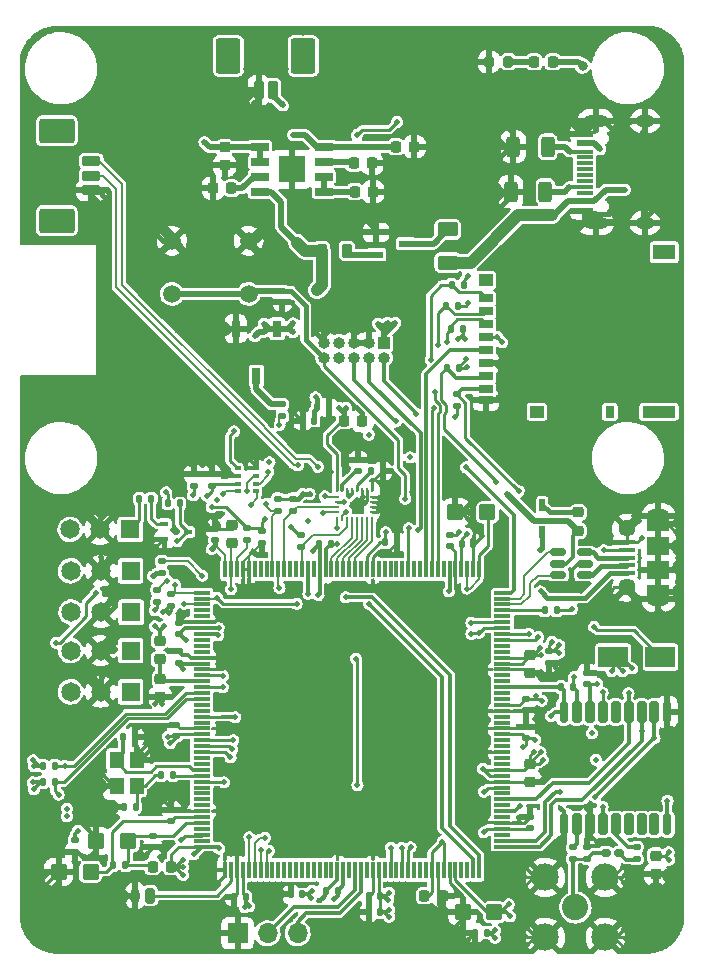
<source format=gbr>
%TF.GenerationSoftware,KiCad,Pcbnew,(5.99.0-8018-g9a0f685a75)*%
%TF.CreationDate,2021-03-04T01:20:55+00:00*%
%TF.ProjectId,CM4,434d342e-6b69-4636-9164-5f7063625858,v01*%
%TF.SameCoordinates,Original*%
%TF.FileFunction,Copper,L1,Top*%
%TF.FilePolarity,Positive*%
%FSLAX46Y46*%
G04 Gerber Fmt 4.6, Leading zero omitted, Abs format (unit mm)*
G04 Created by KiCad (PCBNEW (5.99.0-8018-g9a0f685a75)) date 2021-03-04 01:20:55*
%MOMM*%
%LPD*%
G01*
G04 APERTURE LIST*
G04 Aperture macros list*
%AMRoundRect*
0 Rectangle with rounded corners*
0 $1 Rounding radius*
0 $2 $3 $4 $5 $6 $7 $8 $9 X,Y pos of 4 corners*
0 Add a 4 corners polygon primitive as box body*
4,1,4,$2,$3,$4,$5,$6,$7,$8,$9,$2,$3,0*
0 Add four circle primitives for the rounded corners*
1,1,$1+$1,$2,$3,0*
1,1,$1+$1,$4,$5,0*
1,1,$1+$1,$6,$7,0*
1,1,$1+$1,$8,$9,0*
0 Add four rect primitives between the rounded corners*
20,1,$1+$1,$2,$3,$4,$5,0*
20,1,$1+$1,$4,$5,$6,$7,0*
20,1,$1+$1,$6,$7,$8,$9,0*
20,1,$1+$1,$8,$9,$2,$3,0*%
G04 Aperture macros list end*
%TA.AperFunction,SMDPad,CuDef*%
%ADD10RoundRect,0.140000X0.170000X-0.140000X0.170000X0.140000X-0.170000X0.140000X-0.170000X-0.140000X0*%
%TD*%
%TA.AperFunction,SMDPad,CuDef*%
%ADD11RoundRect,0.135000X0.135000X0.185000X-0.135000X0.185000X-0.135000X-0.185000X0.135000X-0.185000X0*%
%TD*%
%TA.AperFunction,SMDPad,CuDef*%
%ADD12RoundRect,0.140000X-0.170000X0.140000X-0.170000X-0.140000X0.170000X-0.140000X0.170000X0.140000X0*%
%TD*%
%TA.AperFunction,SMDPad,CuDef*%
%ADD13R,1.200000X0.600000*%
%TD*%
%TA.AperFunction,SMDPad,CuDef*%
%ADD14RoundRect,0.135000X0.185000X-0.135000X0.185000X0.135000X-0.185000X0.135000X-0.185000X-0.135000X0*%
%TD*%
%TA.AperFunction,SMDPad,CuDef*%
%ADD15RoundRect,0.140000X-0.140000X-0.170000X0.140000X-0.170000X0.140000X0.170000X-0.140000X0.170000X0*%
%TD*%
%TA.AperFunction,SMDPad,CuDef*%
%ADD16RoundRect,0.225000X0.250000X-0.225000X0.250000X0.225000X-0.250000X0.225000X-0.250000X-0.225000X0*%
%TD*%
%TA.AperFunction,SMDPad,CuDef*%
%ADD17RoundRect,0.250000X0.625000X-0.375000X0.625000X0.375000X-0.625000X0.375000X-0.625000X-0.375000X0*%
%TD*%
%TA.AperFunction,SMDPad,CuDef*%
%ADD18RoundRect,0.140000X0.140000X0.170000X-0.140000X0.170000X-0.140000X-0.170000X0.140000X-0.170000X0*%
%TD*%
%TA.AperFunction,SMDPad,CuDef*%
%ADD19RoundRect,0.135000X-0.185000X0.135000X-0.185000X-0.135000X0.185000X-0.135000X0.185000X0.135000X0*%
%TD*%
%TA.AperFunction,SMDPad,CuDef*%
%ADD20RoundRect,0.250000X0.450000X0.425000X-0.450000X0.425000X-0.450000X-0.425000X0.450000X-0.425000X0*%
%TD*%
%TA.AperFunction,SMDPad,CuDef*%
%ADD21R,1.200000X1.400000*%
%TD*%
%TA.AperFunction,ComponentPad*%
%ADD22R,1.650000X1.650000*%
%TD*%
%TA.AperFunction,ComponentPad*%
%ADD23C,1.650000*%
%TD*%
%TA.AperFunction,SMDPad,CuDef*%
%ADD24R,0.230000X0.350000*%
%TD*%
%TA.AperFunction,SMDPad,CuDef*%
%ADD25R,0.350000X0.230000*%
%TD*%
%TA.AperFunction,SMDPad,CuDef*%
%ADD26R,1.450000X0.300000*%
%TD*%
%TA.AperFunction,SMDPad,CuDef*%
%ADD27R,0.300000X1.450000*%
%TD*%
%TA.AperFunction,SMDPad,CuDef*%
%ADD28R,1.200000X0.700000*%
%TD*%
%TA.AperFunction,SMDPad,CuDef*%
%ADD29R,0.800000X1.000000*%
%TD*%
%TA.AperFunction,SMDPad,CuDef*%
%ADD30R,1.900000X1.300000*%
%TD*%
%TA.AperFunction,SMDPad,CuDef*%
%ADD31R,1.200000X1.000000*%
%TD*%
%TA.AperFunction,SMDPad,CuDef*%
%ADD32R,2.800000X1.000000*%
%TD*%
%TA.AperFunction,SMDPad,CuDef*%
%ADD33RoundRect,0.135000X-0.135000X-0.185000X0.135000X-0.185000X0.135000X0.185000X-0.135000X0.185000X0*%
%TD*%
%TA.AperFunction,SMDPad,CuDef*%
%ADD34RoundRect,0.250000X0.312500X0.625000X-0.312500X0.625000X-0.312500X-0.625000X0.312500X-0.625000X0*%
%TD*%
%TA.AperFunction,SMDPad,CuDef*%
%ADD35RoundRect,0.225000X-0.225000X-0.250000X0.225000X-0.250000X0.225000X0.250000X-0.225000X0.250000X0*%
%TD*%
%TA.AperFunction,SMDPad,CuDef*%
%ADD36RoundRect,0.225000X-0.250000X0.225000X-0.250000X-0.225000X0.250000X-0.225000X0.250000X0.225000X0*%
%TD*%
%TA.AperFunction,SMDPad,CuDef*%
%ADD37RoundRect,0.200000X-0.600000X0.200000X-0.600000X-0.200000X0.600000X-0.200000X0.600000X0.200000X0*%
%TD*%
%TA.AperFunction,SMDPad,CuDef*%
%ADD38RoundRect,0.250001X-1.249999X0.799999X-1.249999X-0.799999X1.249999X-0.799999X1.249999X0.799999X0*%
%TD*%
%TA.AperFunction,SMDPad,CuDef*%
%ADD39R,2.500000X1.800000*%
%TD*%
%TA.AperFunction,SMDPad,CuDef*%
%ADD40RoundRect,0.200000X0.200000X0.600000X-0.200000X0.600000X-0.200000X-0.600000X0.200000X-0.600000X0*%
%TD*%
%TA.AperFunction,SMDPad,CuDef*%
%ADD41RoundRect,0.250001X0.799999X1.249999X-0.799999X1.249999X-0.799999X-1.249999X0.799999X-1.249999X0*%
%TD*%
%TA.AperFunction,SMDPad,CuDef*%
%ADD42R,0.700000X0.450000*%
%TD*%
%TA.AperFunction,SMDPad,CuDef*%
%ADD43R,1.450000X0.600000*%
%TD*%
%TA.AperFunction,ComponentPad*%
%ADD44O,2.100000X1.000000*%
%TD*%
%TA.AperFunction,ComponentPad*%
%ADD45O,1.600000X1.000000*%
%TD*%
%TA.AperFunction,SMDPad,CuDef*%
%ADD46R,0.500000X1.100000*%
%TD*%
%TA.AperFunction,SMDPad,CuDef*%
%ADD47R,1.350000X0.400000*%
%TD*%
%TA.AperFunction,SMDPad,CuDef*%
%ADD48R,1.900000X1.500000*%
%TD*%
%TA.AperFunction,ComponentPad*%
%ADD49C,1.450000*%
%TD*%
%TA.AperFunction,ComponentPad*%
%ADD50O,1.900000X1.200000*%
%TD*%
%TA.AperFunction,SMDPad,CuDef*%
%ADD51R,1.900000X1.200000*%
%TD*%
%TA.AperFunction,SMDPad,CuDef*%
%ADD52RoundRect,0.218750X0.218750X0.256250X-0.218750X0.256250X-0.218750X-0.256250X0.218750X-0.256250X0*%
%TD*%
%TA.AperFunction,SMDPad,CuDef*%
%ADD53RoundRect,0.218750X-0.256250X0.218750X-0.256250X-0.218750X0.256250X-0.218750X0.256250X0.218750X0*%
%TD*%
%TA.AperFunction,SMDPad,CuDef*%
%ADD54RoundRect,0.175000X-0.175000X0.725000X-0.175000X-0.725000X0.175000X-0.725000X0.175000X0.725000X0*%
%TD*%
%TA.AperFunction,SMDPad,CuDef*%
%ADD55RoundRect,0.200000X-0.200000X0.700000X-0.200000X-0.700000X0.200000X-0.700000X0.200000X0.700000X0*%
%TD*%
%TA.AperFunction,ComponentPad*%
%ADD56R,1.000000X1.000000*%
%TD*%
%TA.AperFunction,ComponentPad*%
%ADD57O,1.000000X1.000000*%
%TD*%
%TA.AperFunction,SMDPad,CuDef*%
%ADD58RoundRect,0.150000X0.512500X0.150000X-0.512500X0.150000X-0.512500X-0.150000X0.512500X-0.150000X0*%
%TD*%
%TA.AperFunction,SMDPad,CuDef*%
%ADD59RoundRect,0.200000X-0.200000X-0.275000X0.200000X-0.275000X0.200000X0.275000X-0.200000X0.275000X0*%
%TD*%
%TA.AperFunction,SMDPad,CuDef*%
%ADD60RoundRect,0.218750X0.218750X0.381250X-0.218750X0.381250X-0.218750X-0.381250X0.218750X-0.381250X0*%
%TD*%
%TA.AperFunction,SMDPad,CuDef*%
%ADD61RoundRect,0.160000X0.222500X0.160000X-0.222500X0.160000X-0.222500X-0.160000X0.222500X-0.160000X0*%
%TD*%
%TA.AperFunction,SMDPad,CuDef*%
%ADD62R,0.500000X0.350000*%
%TD*%
%TA.AperFunction,ComponentPad*%
%ADD63C,2.220000*%
%TD*%
%TA.AperFunction,ComponentPad*%
%ADD64C,2.310000*%
%TD*%
%TA.AperFunction,SMDPad,CuDef*%
%ADD65R,1.525000X0.650000*%
%TD*%
%TA.AperFunction,SMDPad,CuDef*%
%ADD66R,2.290000X2.290000*%
%TD*%
%TA.AperFunction,ComponentPad*%
%ADD67R,1.700000X1.700000*%
%TD*%
%TA.AperFunction,ComponentPad*%
%ADD68O,1.700000X1.700000*%
%TD*%
%TA.AperFunction,SMDPad,CuDef*%
%ADD69RoundRect,0.218750X-0.218750X-0.256250X0.218750X-0.256250X0.218750X0.256250X-0.218750X0.256250X0*%
%TD*%
%TA.AperFunction,SMDPad,CuDef*%
%ADD70RoundRect,0.225000X0.225000X0.250000X-0.225000X0.250000X-0.225000X-0.250000X0.225000X-0.250000X0*%
%TD*%
%TA.AperFunction,SMDPad,CuDef*%
%ADD71R,0.800000X1.400000*%
%TD*%
%TA.AperFunction,ComponentPad*%
%ADD72C,1.500000*%
%TD*%
%TA.AperFunction,ComponentPad*%
%ADD73RoundRect,0.200000X0.200000X0.450000X-0.200000X0.450000X-0.200000X-0.450000X0.200000X-0.450000X0*%
%TD*%
%TA.AperFunction,ComponentPad*%
%ADD74O,0.800000X1.300000*%
%TD*%
%TA.AperFunction,ViaPad*%
%ADD75C,1.200000*%
%TD*%
%TA.AperFunction,ViaPad*%
%ADD76C,0.800000*%
%TD*%
%TA.AperFunction,ViaPad*%
%ADD77C,0.508000*%
%TD*%
%TA.AperFunction,Conductor*%
%ADD78C,0.500000*%
%TD*%
%TA.AperFunction,Conductor*%
%ADD79C,0.250000*%
%TD*%
%TA.AperFunction,Conductor*%
%ADD80C,0.400000*%
%TD*%
%TA.AperFunction,Conductor*%
%ADD81C,0.300000*%
%TD*%
%TA.AperFunction,Conductor*%
%ADD82C,0.200000*%
%TD*%
%TA.AperFunction,Conductor*%
%ADD83C,1.000000*%
%TD*%
G04 APERTURE END LIST*
D10*
%TO.P,C12,1*%
%TO.N,Net-(C12-Pad1)*%
X171400000Y-113880000D03*
%TO.P,C12,2*%
%TO.N,GND*%
X171400000Y-112920000D03*
%TD*%
D11*
%TO.P,R18,1*%
%TO.N,I2C2_SCL*%
X126310000Y-107400000D03*
%TO.P,R18,2*%
%TO.N,/+3.3V*%
X125290000Y-107400000D03*
%TD*%
D10*
%TO.P,C28,1*%
%TO.N,GND*%
X134600000Y-112880000D03*
%TO.P,C28,2*%
%TO.N,/MCU/+3.3VA*%
X134600000Y-111920000D03*
%TD*%
%TO.P,C21,1*%
%TO.N,/+3.3V*%
X166200000Y-103680000D03*
%TO.P,C21,2*%
%TO.N,GND*%
X166200000Y-102720000D03*
%TD*%
D12*
%TO.P,C26,1*%
%TO.N,GND*%
X136200000Y-109720000D03*
%TO.P,C26,2*%
%TO.N,/MCU/VREF+*%
X136200000Y-110680000D03*
%TD*%
D10*
%TO.P,C22,1*%
%TO.N,/+3.3V*%
X136800000Y-97280000D03*
%TO.P,C22,2*%
%TO.N,GND*%
X136800000Y-96320000D03*
%TD*%
D13*
%TO.P,Q1,1*%
%TO.N,GND*%
X153550000Y-60850000D03*
%TO.P,Q1,2*%
%TO.N,Net-(FB1-Pad1)*%
X153550000Y-62750000D03*
%TO.P,Q1,3*%
%TO.N,Net-(F1-Pad2)*%
X156050000Y-61800000D03*
%TD*%
D14*
%TO.P,R8,1*%
%TO.N,/+3.3V*%
X135000000Y-92110000D03*
%TO.P,R8,2*%
%TO.N,LSM9DS1_SDO_AG*%
X135000000Y-91090000D03*
%TD*%
D15*
%TO.P,C16,1*%
%TO.N,/+3.3V*%
X160800000Y-87200000D03*
%TO.P,C16,2*%
%TO.N,GND*%
X161760000Y-87200000D03*
%TD*%
D16*
%TO.P,C49,1*%
%TO.N,GND*%
X166600000Y-107375000D03*
%TO.P,C49,2*%
%TO.N,/+3.3V*%
X166600000Y-105825000D03*
%TD*%
D17*
%TO.P,F1,1*%
%TO.N,VCC*%
X159600000Y-63400000D03*
%TO.P,F1,2*%
%TO.N,Net-(F1-Pad2)*%
X159600000Y-60600000D03*
%TD*%
D15*
%TO.P,C50,1*%
%TO.N,GND*%
X132220000Y-109500000D03*
%TO.P,C50,2*%
%TO.N,Net-(C50-Pad2)*%
X133180000Y-109500000D03*
%TD*%
D12*
%TO.P,C37,1*%
%TO.N,/+3.3V*%
X159750000Y-86470000D03*
%TO.P,C37,2*%
%TO.N,GND*%
X159750000Y-87430000D03*
%TD*%
D18*
%TO.P,C20,1*%
%TO.N,/+3.3V*%
X153880000Y-118400000D03*
%TO.P,C20,2*%
%TO.N,GND*%
X152920000Y-118400000D03*
%TD*%
D19*
%TO.P,R14,1*%
%TO.N,/+3.3V*%
X142600000Y-85890000D03*
%TO.P,R14,2*%
%TO.N,Net-(IC2-Pad174)*%
X142600000Y-86910000D03*
%TD*%
D20*
%TO.P,C15,1*%
%TO.N,/+3.3V*%
X163550000Y-118400000D03*
%TO.P,C15,2*%
%TO.N,GND*%
X160850000Y-118400000D03*
%TD*%
D21*
%TO.P,Y1,1,1*%
%TO.N,/MCU/HSE_IN*%
X131550000Y-105500000D03*
%TO.P,Y1,2,2*%
%TO.N,GND*%
X131550000Y-107700000D03*
%TO.P,Y1,3,3*%
%TO.N,Net-(C50-Pad2)*%
X133250000Y-107700000D03*
%TO.P,Y1,4,4*%
%TO.N,GND*%
X133250000Y-105500000D03*
%TD*%
D22*
%TO.P,J7,1,1*%
%TO.N,TIM1_CH3*%
X132790000Y-93000000D03*
D23*
%TO.P,J7,2,2*%
%TO.N,GND*%
X130250000Y-93000000D03*
%TO.P,J7,3,3*%
%TO.N,/5V*%
X127710000Y-93000000D03*
%TD*%
D16*
%TO.P,C41,1*%
%TO.N,GND*%
X135250000Y-100200000D03*
%TO.P,C41,2*%
%TO.N,/MCU/VDDSMPS*%
X135250000Y-98650000D03*
%TD*%
D19*
%TO.P,R5,1*%
%TO.N,Net-(R5-Pad1)*%
X175600000Y-112890000D03*
%TO.P,R5,2*%
%TO.N,Net-(L2-Pad1)*%
X175600000Y-113910000D03*
%TD*%
%TO.P,R32,1*%
%TO.N,Net-(R32-Pad1)*%
X145600000Y-75390000D03*
%TO.P,R32,2*%
%TO.N,/MCU/BOOT0*%
X145600000Y-76410000D03*
%TD*%
%TO.P,R10,1*%
%TO.N,/+3.3V*%
X147200000Y-86490000D03*
%TO.P,R10,2*%
%TO.N,LSM9DS1_CS_M*%
X147200000Y-87510000D03*
%TD*%
D24*
%TO.P,U3,1,VDDIO*%
%TO.N,/+3.3V*%
X150195000Y-82675000D03*
D25*
%TO.P,U3,2,SCL/SPC*%
%TO.N,I2C1_SCL*%
X150225000Y-83255000D03*
%TO.P,U3,3,VDDIO*%
%TO.N,/+3.3V*%
X150225000Y-83685000D03*
%TO.P,U3,4,SDA/SDI/SDO*%
%TO.N,I2C1_SDA*%
X150225000Y-84115000D03*
%TO.P,U3,5,SDO_A/G*%
%TO.N,LSM9DS1_SDO_AG*%
X150225000Y-84545000D03*
D24*
%TO.P,U3,6,SDO_M*%
%TO.N,LSM9DS1_SDO_M*%
X150195000Y-85125000D03*
%TO.P,U3,7,CS_A/G*%
%TO.N,LSM9DS1_CS_AG*%
X150625000Y-85125000D03*
%TO.P,U3,8,CS_M*%
%TO.N,LSM9DS1_CS_M*%
X151055000Y-85125000D03*
%TO.P,U3,9,DRDY_M*%
%TO.N,LSM9DS1_DRDY_M*%
X151485000Y-85125000D03*
%TO.P,U3,10,INT_M*%
%TO.N,LSM9DS1_INT_M*%
X151915000Y-85125000D03*
%TO.P,U3,11,INT1_A/G*%
%TO.N,LSM9DS1_INT1_AG*%
X152345000Y-85125000D03*
%TO.P,U3,12,INT2_A/G*%
%TO.N,LSM9DS1_INT2_AG*%
X152775000Y-85125000D03*
%TO.P,U3,13,DEN_A/G*%
%TO.N,LSM9DS1_DEN_AG*%
X153205000Y-85125000D03*
D25*
%TO.P,U3,14,RES*%
%TO.N,GND*%
X153175000Y-84545000D03*
%TO.P,U3,15,RES*%
X153175000Y-84115000D03*
%TO.P,U3,16,RES*%
X153175000Y-83685000D03*
%TO.P,U3,17,RES*%
X153175000Y-83255000D03*
D24*
%TO.P,U3,18,RES*%
X153205000Y-82675000D03*
%TO.P,U3,19,GND*%
X152775000Y-82675000D03*
%TO.P,U3,20,GND*%
X152345000Y-82675000D03*
%TO.P,U3,21,CAP*%
%TO.N,Net-(C13-Pad1)*%
X151915000Y-82675000D03*
%TO.P,U3,22,VDD*%
%TO.N,/+3.3V*%
X151485000Y-82675000D03*
%TO.P,U3,23,VDD*%
X151055000Y-82675000D03*
%TO.P,U3,24,C1*%
%TO.N,Net-(C14-Pad1)*%
X150625000Y-82675000D03*
%TD*%
D11*
%TO.P,R21,1*%
%TO.N,Net-(J13-Pad4)*%
X168810000Y-92850000D03*
%TO.P,R21,2*%
%TO.N,/MCU/USB_OTG_ID*%
X167790000Y-92850000D03*
%TD*%
D26*
%TO.P,IC2,1,PE2*%
%TO.N,LSM9DS1_SDO_M*%
X138775000Y-91350000D03*
%TO.P,IC2,2,PE3*%
%TO.N,LSM9DS1_CS_AG*%
X138775000Y-91850000D03*
%TO.P,IC2,3,PE4*%
%TO.N,LSM9DS1_SDO_AG*%
X138775000Y-92350000D03*
%TO.P,IC2,4,PE5*%
%TO.N,no_connect_135*%
X138775000Y-92850000D03*
%TO.P,IC2,5,PE6*%
%TO.N,no_connect_138*%
X138775000Y-93350000D03*
%TO.P,IC2,6,VSS_1*%
%TO.N,GND*%
X138775000Y-93850000D03*
%TO.P,IC2,7,VDD_1*%
%TO.N,/+3.3V*%
X138775000Y-94350000D03*
%TO.P,IC2,8,VBAT*%
X138775000Y-94850000D03*
%TO.P,IC2,9,PC13*%
%TO.N,no_connect_159*%
X138775000Y-95350000D03*
%TO.P,IC2,10,PC14-OSC32_IN*%
%TO.N,no_connect_96*%
X138775000Y-95850000D03*
%TO.P,IC2,11,PC15-OSC32_OUT*%
%TO.N,no_connect_101*%
X138775000Y-96350000D03*
%TO.P,IC2,12,VSS_2*%
%TO.N,GND*%
X138775000Y-96850000D03*
%TO.P,IC2,13,VDD_2*%
%TO.N,/+3.3V*%
X138775000Y-97350000D03*
%TO.P,IC2,14,VSSSMPS*%
%TO.N,GND*%
X138775000Y-97850000D03*
%TO.P,IC2,15,VLXSMPS*%
%TO.N,/MCU/VLXSMPS*%
X138775000Y-98350000D03*
%TO.P,IC2,16,VDDSMPS*%
%TO.N,/MCU/VDDSMPS*%
X138775000Y-98850000D03*
%TO.P,IC2,17,VFBSMPS*%
%TO.N,/MCU/VCAP1*%
X138775000Y-99350000D03*
%TO.P,IC2,18,PF0*%
%TO.N,I2C2_SDA*%
X138775000Y-99850000D03*
%TO.P,IC2,19,PF1*%
%TO.N,I2C2_SCL*%
X138775000Y-100350000D03*
%TO.P,IC2,20,PF2*%
%TO.N,no_connect_126*%
X138775000Y-100850000D03*
%TO.P,IC2,21,PF3*%
%TO.N,no_connect_127*%
X138775000Y-101350000D03*
%TO.P,IC2,22,PF4*%
%TO.N,/MCU/LED_A*%
X138775000Y-101850000D03*
%TO.P,IC2,23,PF5*%
%TO.N,no_connect_128*%
X138775000Y-102350000D03*
%TO.P,IC2,24,VSS_3*%
%TO.N,GND*%
X138775000Y-102850000D03*
%TO.P,IC2,25,VDD_3*%
%TO.N,/+3.3V*%
X138775000Y-103350000D03*
%TO.P,IC2,26,PF6*%
%TO.N,/MCU/LED_B*%
X138775000Y-103850000D03*
%TO.P,IC2,27,PF7*%
%TO.N,/MCU/LED_C*%
X138775000Y-104350000D03*
%TO.P,IC2,28,PF8*%
%TO.N,/MCU/LED_D*%
X138775000Y-104850000D03*
%TO.P,IC2,29,PF9*%
%TO.N,no_connect_129*%
X138775000Y-105350000D03*
%TO.P,IC2,30,PF10*%
%TO.N,no_connect_130*%
X138775000Y-105850000D03*
%TO.P,IC2,31,PH0-OSC_IN*%
%TO.N,/MCU/HSE_IN*%
X138775000Y-106350000D03*
%TO.P,IC2,32,PH1-OSC_OUT*%
%TO.N,/MCU/HSE_OUT*%
X138775000Y-106850000D03*
%TO.P,IC2,33,NRST*%
%TO.N,/MCU/NRST*%
X138775000Y-107350000D03*
%TO.P,IC2,34,PC0*%
%TO.N,no_connect_131*%
X138775000Y-107850000D03*
%TO.P,IC2,35,PC1*%
%TO.N,no_connect_132*%
X138775000Y-108350000D03*
%TO.P,IC2,36,PC2_C*%
%TO.N,no_connect_133*%
X138775000Y-108850000D03*
%TO.P,IC2,37,PC3_C*%
%TO.N,no_connect_134*%
X138775000Y-109350000D03*
%TO.P,IC2,38,VSSA*%
%TO.N,GND*%
X138775000Y-109850000D03*
%TO.P,IC2,39,VREF+*%
%TO.N,/MCU/VREF+*%
X138775000Y-110350000D03*
%TO.P,IC2,40,VDDA*%
%TO.N,/MCU/+3.3VA*%
X138775000Y-110850000D03*
%TO.P,IC2,41,PA0*%
%TO.N,no_connect_136*%
X138775000Y-111350000D03*
%TO.P,IC2,42,PA1*%
%TO.N,SBUS_RX*%
X138775000Y-111850000D03*
%TO.P,IC2,43,PA2*%
%TO.N,no_connect_137*%
X138775000Y-112350000D03*
%TO.P,IC2,44,VDD_4*%
%TO.N,/+3.3V*%
X138775000Y-112850000D03*
D27*
%TO.P,IC2,45,VSS_4*%
%TO.N,GND*%
X140750000Y-114825000D03*
%TO.P,IC2,46,PA3*%
%TO.N,ANALOG_IN*%
X141250000Y-114825000D03*
%TO.P,IC2,47,VSS_5*%
%TO.N,GND*%
X141750000Y-114825000D03*
%TO.P,IC2,48,VDD_5*%
%TO.N,/+3.3V*%
X142250000Y-114825000D03*
%TO.P,IC2,49,PA4*%
%TO.N,SPI1_NCS*%
X142750000Y-114825000D03*
%TO.P,IC2,50,PA5*%
%TO.N,SPI1_SCK*%
X143250000Y-114825000D03*
%TO.P,IC2,51,PA6*%
%TO.N,SPI1_MISO*%
X143750000Y-114825000D03*
%TO.P,IC2,52,PA7*%
%TO.N,SPI1_MOSI*%
X144250000Y-114825000D03*
%TO.P,IC2,53,PC4*%
%TO.N,no_connect_139*%
X144750000Y-114825000D03*
%TO.P,IC2,54,PC5*%
%TO.N,no_connect_140*%
X145250000Y-114825000D03*
%TO.P,IC2,55,PB0*%
%TO.N,no_connect_141*%
X145750000Y-114825000D03*
%TO.P,IC2,56,PB1*%
%TO.N,no_connect_142*%
X146250000Y-114825000D03*
%TO.P,IC2,57,PB2*%
%TO.N,no_connect_143*%
X146750000Y-114825000D03*
%TO.P,IC2,58,PF11*%
%TO.N,no_connect_144*%
X147250000Y-114825000D03*
%TO.P,IC2,59,PF12*%
%TO.N,no_connect_145*%
X147750000Y-114825000D03*
%TO.P,IC2,60,PF13*%
%TO.N,no_connect_146*%
X148250000Y-114825000D03*
%TO.P,IC2,61,PF14*%
%TO.N,no_connect_147*%
X148750000Y-114825000D03*
%TO.P,IC2,62,PF15*%
%TO.N,no_connect_148*%
X149250000Y-114825000D03*
%TO.P,IC2,63,PG0*%
%TO.N,no_connect_149*%
X149750000Y-114825000D03*
%TO.P,IC2,64,VSS_6*%
%TO.N,GND*%
X150250000Y-114825000D03*
%TO.P,IC2,65,VDD_6*%
%TO.N,/+3.3V*%
X150750000Y-114825000D03*
%TO.P,IC2,66,PG1*%
%TO.N,no_connect_150*%
X151250000Y-114825000D03*
%TO.P,IC2,67,PE7*%
%TO.N,UART7_RX*%
X151750000Y-114825000D03*
%TO.P,IC2,68,PE8*%
%TO.N,UART7_TX*%
X152250000Y-114825000D03*
%TO.P,IC2,69,PE9*%
%TO.N,no_connect_151*%
X152750000Y-114825000D03*
%TO.P,IC2,70,VSS_7*%
%TO.N,GND*%
X153250000Y-114825000D03*
%TO.P,IC2,71,VDD_7*%
%TO.N,/+3.3V*%
X153750000Y-114825000D03*
%TO.P,IC2,72,PE10*%
%TO.N,no_connect_152*%
X154250000Y-114825000D03*
%TO.P,IC2,73,PE11*%
%TO.N,TIM1_CH2*%
X154750000Y-114825000D03*
%TO.P,IC2,74,PE12*%
%TO.N,no_connect_153*%
X155250000Y-114825000D03*
%TO.P,IC2,75,PE13*%
%TO.N,TIM1_CH3*%
X155750000Y-114825000D03*
%TO.P,IC2,76,PE14*%
%TO.N,TIM1_CH4*%
X156250000Y-114825000D03*
%TO.P,IC2,77,PE15*%
%TO.N,no_connect_154*%
X156750000Y-114825000D03*
%TO.P,IC2,78,PB10*%
%TO.N,no_connect_155*%
X157250000Y-114825000D03*
%TO.P,IC2,79,PB11*%
%TO.N,no_connect_156*%
X157750000Y-114825000D03*
%TO.P,IC2,80,VCAP_1*%
%TO.N,/MCU/VCAP1*%
X158250000Y-114825000D03*
%TO.P,IC2,81,VSS_8*%
%TO.N,GND*%
X158750000Y-114825000D03*
%TO.P,IC2,82,VDDLDO_1*%
%TO.N,/MCU/VCAP1*%
X159250000Y-114825000D03*
%TO.P,IC2,83,VSS_9*%
%TO.N,GND*%
X159750000Y-114825000D03*
%TO.P,IC2,84,VDD_8*%
%TO.N,/+3.3V*%
X160250000Y-114825000D03*
%TO.P,IC2,85,PB12*%
%TO.N,no_connect_157*%
X160750000Y-114825000D03*
%TO.P,IC2,86,PB13*%
%TO.N,no_connect_158*%
X161250000Y-114825000D03*
%TO.P,IC2,87,PB14*%
%TO.N,PI_GPIO13_RX_5*%
X161750000Y-114825000D03*
%TO.P,IC2,88,PB15*%
%TO.N,PI_GPIO12_TX_5*%
X162250000Y-114825000D03*
D26*
%TO.P,IC2,89,PD8*%
%TO.N,M8Q_RX*%
X164225000Y-112850000D03*
%TO.P,IC2,90,PD9*%
%TO.N,M8Q_TX*%
X164225000Y-112350000D03*
%TO.P,IC2,91,PD10*%
%TO.N,no_connect_160*%
X164225000Y-111850000D03*
%TO.P,IC2,92,VDD_9*%
%TO.N,/+3.3V*%
X164225000Y-111350000D03*
%TO.P,IC2,93,VSS_10*%
%TO.N,GND*%
X164225000Y-110850000D03*
%TO.P,IC2,94,PD11*%
%TO.N,no_connect_161*%
X164225000Y-110350000D03*
%TO.P,IC2,95,PD12*%
%TO.N,M8Q_GPS_LNA_EN*%
X164225000Y-109850000D03*
%TO.P,IC2,96,PD13*%
%TO.N,no_connect_162*%
X164225000Y-109350000D03*
%TO.P,IC2,97,PD14*%
%TO.N,M8Q_PPS*%
X164225000Y-108850000D03*
%TO.P,IC2,98,PD15*%
%TO.N,no_connect_163*%
X164225000Y-108350000D03*
%TO.P,IC2,99,VDD_10*%
%TO.N,/+3.3V*%
X164225000Y-107850000D03*
%TO.P,IC2,100,VSS_11*%
%TO.N,GND*%
X164225000Y-107350000D03*
%TO.P,IC2,101,VCAPDSI*%
%TO.N,/+3.3V*%
X164225000Y-106850000D03*
%TO.P,IC2,102,VDD12DSI_1*%
X164225000Y-106350000D03*
%TO.P,IC2,103,DSI_D0P*%
%TO.N,no_connect_97*%
X164225000Y-105850000D03*
%TO.P,IC2,104,DSI_D0N*%
%TO.N,no_connect_98*%
X164225000Y-105350000D03*
%TO.P,IC2,105,VSSDSI_1*%
%TO.N,GND*%
X164225000Y-104850000D03*
%TO.P,IC2,106,DSI_CKP*%
%TO.N,no_connect_99*%
X164225000Y-104350000D03*
%TO.P,IC2,107,DSI_CKN*%
%TO.N,no_connect_100*%
X164225000Y-103850000D03*
%TO.P,IC2,108,VDD12DSI_2*%
%TO.N,/+3.3V*%
X164225000Y-103350000D03*
%TO.P,IC2,109,VSSDSI_2*%
%TO.N,GND*%
X164225000Y-102850000D03*
%TO.P,IC2,110,PG2*%
%TO.N,no_connect_102*%
X164225000Y-102350000D03*
%TO.P,IC2,111,PG3*%
%TO.N,no_connect_103*%
X164225000Y-101850000D03*
%TO.P,IC2,112,VSS_12*%
%TO.N,GND*%
X164225000Y-101350000D03*
%TO.P,IC2,113,VDD_11*%
%TO.N,/+3.3V*%
X164225000Y-100850000D03*
%TO.P,IC2,114,PG4*%
%TO.N,no_connect_104*%
X164225000Y-100350000D03*
%TO.P,IC2,115,PG5*%
%TO.N,no_connect_105*%
X164225000Y-99850000D03*
%TO.P,IC2,116,PG6*%
%TO.N,M8Q_NRST*%
X164225000Y-99350000D03*
%TO.P,IC2,117,PG7*%
%TO.N,no_connect_106*%
X164225000Y-98850000D03*
%TO.P,IC2,118,PG8*%
%TO.N,no_connect_107*%
X164225000Y-98350000D03*
%TO.P,IC2,119,VSS_13*%
%TO.N,GND*%
X164225000Y-97850000D03*
%TO.P,IC2,120,VDD50USB*%
%TO.N,/+3.3V*%
X164225000Y-97350000D03*
%TO.P,IC2,121,VDD33USB*%
X164225000Y-96850000D03*
%TO.P,IC2,122,PC6*%
%TO.N,no_connect_108*%
X164225000Y-96350000D03*
%TO.P,IC2,123,PC7*%
%TO.N,no_connect_109*%
X164225000Y-95850000D03*
%TO.P,IC2,124,PC8*%
%TO.N,/MCU/SDMMC_D0*%
X164225000Y-95350000D03*
%TO.P,IC2,125,PC9*%
%TO.N,/MCU/SDMMC_D1*%
X164225000Y-94850000D03*
%TO.P,IC2,126,VDD_12*%
%TO.N,/+3.3V*%
X164225000Y-94350000D03*
%TO.P,IC2,127,PA8*%
%TO.N,TIM1_CH1*%
X164225000Y-93850000D03*
%TO.P,IC2,128,PA9*%
%TO.N,no_connect_110*%
X164225000Y-93350000D03*
%TO.P,IC2,129,PA10*%
%TO.N,/MCU/USB_OTG_ID*%
X164225000Y-92850000D03*
%TO.P,IC2,130,PA11*%
%TO.N,/MCU/USB_D_N*%
X164225000Y-92350000D03*
%TO.P,IC2,131,PA12*%
%TO.N,/MCU/USB_D_P*%
X164225000Y-91850000D03*
%TO.P,IC2,132,PA13*%
%TO.N,/MCU/SWDIO*%
X164225000Y-91350000D03*
D27*
%TO.P,IC2,133,VCAP_2*%
%TO.N,/MCU/VCAP1*%
X162250000Y-89375000D03*
%TO.P,IC2,134,VSS_14*%
%TO.N,GND*%
X161750000Y-89375000D03*
%TO.P,IC2,135,VDDLDO_2*%
%TO.N,/MCU/VCAP1*%
X161250000Y-89375000D03*
%TO.P,IC2,136,VDD_13*%
%TO.N,/+3.3V*%
X160750000Y-89375000D03*
%TO.P,IC2,137,VSS_15*%
%TO.N,GND*%
X160250000Y-89375000D03*
%TO.P,IC2,138,PA14*%
%TO.N,/MCU/SWCLK*%
X159750000Y-89375000D03*
%TO.P,IC2,139,PA15*%
%TO.N,no_connect_111*%
X159250000Y-89375000D03*
%TO.P,IC2,140,PC10*%
%TO.N,/MCU/SDMMC_D2*%
X158750000Y-89375000D03*
%TO.P,IC2,141,PC11*%
%TO.N,/MCU/SDMMC_D3*%
X158250000Y-89375000D03*
%TO.P,IC2,142,PC12*%
%TO.N,/MCU/SDMMC_CK*%
X157750000Y-89375000D03*
%TO.P,IC2,143,PD0*%
%TO.N,no_connect_112*%
X157250000Y-89375000D03*
%TO.P,IC2,144,PD1*%
%TO.N,no_connect_113*%
X156750000Y-89375000D03*
%TO.P,IC2,145,PD2*%
%TO.N,/MCU/SDMMC_CMD*%
X156250000Y-89375000D03*
%TO.P,IC2,146,PD3*%
%TO.N,no_connect_114*%
X155750000Y-89375000D03*
%TO.P,IC2,147,PD4*%
%TO.N,no_connect_115*%
X155250000Y-89375000D03*
%TO.P,IC2,148,PD5*%
%TO.N,no_connect_116*%
X154750000Y-89375000D03*
%TO.P,IC2,149,PD6*%
%TO.N,no_connect_117*%
X154250000Y-89375000D03*
%TO.P,IC2,150,PD7*%
%TO.N,no_connect_118*%
X153750000Y-89375000D03*
%TO.P,IC2,151,VSS_16*%
%TO.N,GND*%
X153250000Y-89375000D03*
%TO.P,IC2,152,VDD_14*%
%TO.N,/+3.3V*%
X152750000Y-89375000D03*
%TO.P,IC2,153,PG9*%
%TO.N,no_connect_119*%
X152250000Y-89375000D03*
%TO.P,IC2,154,PG10*%
%TO.N,LSM9DS1_DEN_AG*%
X151750000Y-89375000D03*
%TO.P,IC2,155,PG11*%
%TO.N,LSM9DS1_INT2_AG*%
X151250000Y-89375000D03*
%TO.P,IC2,156,PG12*%
%TO.N,LSM9DS1_INT1_AG*%
X150750000Y-89375000D03*
%TO.P,IC2,157,PG13*%
%TO.N,LSM9DS1_INT_M*%
X150250000Y-89375000D03*
%TO.P,IC2,158,PG14*%
%TO.N,LSM9DS1_DRDY_M*%
X149750000Y-89375000D03*
%TO.P,IC2,159,VSS_17*%
%TO.N,GND*%
X149250000Y-89375000D03*
%TO.P,IC2,160,VDD_15*%
%TO.N,/+3.3V*%
X148750000Y-89375000D03*
%TO.P,IC2,161,PG15*%
%TO.N,no_connect_120*%
X148250000Y-89375000D03*
%TO.P,IC2,162,PB3*%
%TO.N,/MCU/SWO*%
X147750000Y-89375000D03*
%TO.P,IC2,163,PB4*%
%TO.N,LSM9DS1_CS_M*%
X147250000Y-89375000D03*
%TO.P,IC2,164,PB5*%
%TO.N,no_connect_121*%
X146750000Y-89375000D03*
%TO.P,IC2,165,PB6*%
%TO.N,no_connect_122*%
X146250000Y-89375000D03*
%TO.P,IC2,166,PB7*%
%TO.N,I2C1_SDA*%
X145750000Y-89375000D03*
%TO.P,IC2,167,BOOT0*%
%TO.N,/MCU/BOOT0*%
X145250000Y-89375000D03*
%TO.P,IC2,168,PB8*%
%TO.N,I2C1_SCL*%
X144750000Y-89375000D03*
%TO.P,IC2,169,PB9*%
%TO.N,no_connect_123*%
X144250000Y-89375000D03*
%TO.P,IC2,170,PE0*%
%TO.N,no_connect_124*%
X143750000Y-89375000D03*
%TO.P,IC2,171,PE1*%
%TO.N,no_connect_125*%
X143250000Y-89375000D03*
%TO.P,IC2,172,VCAP_3*%
%TO.N,GND*%
X142750000Y-89375000D03*
%TO.P,IC2,173,VSS_18*%
X142250000Y-89375000D03*
%TO.P,IC2,174,PDR_ON*%
%TO.N,Net-(IC2-Pad174)*%
X141750000Y-89375000D03*
%TO.P,IC2,175,VDDLDO_3*%
%TO.N,/MCU/VCAP1*%
X141250000Y-89375000D03*
%TO.P,IC2,176,VDD_16*%
%TO.N,/+3.3V*%
X140750000Y-89375000D03*
%TD*%
D12*
%TO.P,C17,1*%
%TO.N,/+3.3V*%
X166200000Y-100320000D03*
%TO.P,C17,2*%
%TO.N,GND*%
X166200000Y-101280000D03*
%TD*%
D28*
%TO.P,J15,1,DAT2*%
%TO.N,/MCU/SDMMC_D2*%
X162825000Y-66425000D03*
%TO.P,J15,2,DAT3/CD*%
%TO.N,/MCU/SDMMC_D3*%
X162825000Y-67525000D03*
%TO.P,J15,3,CMD*%
%TO.N,/MCU/SDMMC_CMD*%
X162825000Y-68625000D03*
%TO.P,J15,4,VDD*%
%TO.N,/+3.3V*%
X162825000Y-69725000D03*
%TO.P,J15,5,CLK*%
%TO.N,/MCU/SDMMC_CK*%
X162825000Y-70825000D03*
%TO.P,J15,6,VSS*%
%TO.N,GND*%
X162825000Y-71925000D03*
%TO.P,J15,7,DAT0*%
%TO.N,/MCU/SDMMC_D0*%
X162825000Y-73025000D03*
%TO.P,J15,8,DAT1*%
%TO.N,/MCU/SDMMC_D1*%
X162825000Y-74125000D03*
%TO.P,J15,9,SHIELD*%
%TO.N,GND*%
X162825000Y-75075000D03*
D29*
%TO.P,J15,10*%
%TO.N,N/C*%
X173325000Y-76025000D03*
D30*
%TO.P,J15,11*%
X177925000Y-62525000D03*
D31*
X162825000Y-64875000D03*
X167125000Y-76025000D03*
D32*
X177475000Y-76025000D03*
%TD*%
D33*
%TO.P,R27,1*%
%TO.N,/MCU/SDMMC_D2*%
X159940000Y-65300000D03*
%TO.P,R27,2*%
%TO.N,/+3.3V*%
X160960000Y-65300000D03*
%TD*%
D15*
%TO.P,C11,1*%
%TO.N,/+3.3V*%
X148545000Y-75670000D03*
%TO.P,C11,2*%
%TO.N,GND*%
X149505000Y-75670000D03*
%TD*%
%TO.P,C51,1*%
%TO.N,/MCU/HSE_IN*%
X132120000Y-103550000D03*
%TO.P,C51,2*%
%TO.N,GND*%
X133080000Y-103550000D03*
%TD*%
D20*
%TO.P,C25,1*%
%TO.N,/MCU/VREF+*%
X129350000Y-115000000D03*
%TO.P,C25,2*%
%TO.N,GND*%
X126650000Y-115000000D03*
%TD*%
D12*
%TO.P,C36,1*%
%TO.N,/+3.3V*%
X128000000Y-112320000D03*
%TO.P,C36,2*%
%TO.N,GND*%
X128000000Y-113280000D03*
%TD*%
D34*
%TO.P,R4,1*%
%TO.N,Net-(J2-PadB5)*%
X168062500Y-53600000D03*
%TO.P,R4,2*%
%TO.N,GND*%
X165137500Y-53600000D03*
%TD*%
D12*
%TO.P,C34,1*%
%TO.N,/+3.3V*%
X143900000Y-86170000D03*
%TO.P,C34,2*%
%TO.N,GND*%
X143900000Y-87130000D03*
%TD*%
D35*
%TO.P,C3,1*%
%TO.N,Net-(C3-Pad1)*%
X151625000Y-55000000D03*
%TO.P,C3,2*%
%TO.N,GND*%
X153175000Y-55000000D03*
%TD*%
D36*
%TO.P,C4,1*%
%TO.N,/+3.3V*%
X177200000Y-113625000D03*
%TO.P,C4,2*%
%TO.N,GND*%
X177200000Y-115175000D03*
%TD*%
D18*
%TO.P,C8,1*%
%TO.N,/+3.3V*%
X148280000Y-76800000D03*
%TO.P,C8,2*%
%TO.N,GND*%
X147320000Y-76800000D03*
%TD*%
D37*
%TO.P,J1,1,Pin_1*%
%TO.N,/CM4 GPIO/GPIO_15_RX*%
X129400000Y-54800000D03*
%TO.P,J1,2,Pin_2*%
%TO.N,/CM4 GPIO/GPIO_14_TX*%
X129400000Y-56050000D03*
%TO.P,J1,3,Pin_3*%
%TO.N,GND*%
X129400000Y-57300000D03*
D38*
%TO.P,J1,MP*%
%TO.N,N/C*%
X126500000Y-52250000D03*
X126500000Y-59850000D03*
%TD*%
D39*
%TO.P,D2,1,K*%
%TO.N,/+3.3V*%
X173600000Y-96800000D03*
%TO.P,D2,2,A*%
%TO.N,Net-(D2-Pad2)*%
X177600000Y-96800000D03*
%TD*%
D40*
%TO.P,J3,1,Pin_1*%
%TO.N,Net-(J3-Pad1)*%
X144825000Y-48800000D03*
%TO.P,J3,2,Pin_2*%
%TO.N,GND*%
X143575000Y-48800000D03*
D41*
%TO.P,J3,MP*%
%TO.N,N/C*%
X147375000Y-45900000D03*
X141025000Y-45900000D03*
%TD*%
D35*
%TO.P,C10,1*%
%TO.N,/+3.3V*%
X150825000Y-76800000D03*
%TO.P,C10,2*%
%TO.N,GND*%
X152375000Y-76800000D03*
%TD*%
D10*
%TO.P,C30,1*%
%TO.N,/+3.3V*%
X136600000Y-103480000D03*
%TO.P,C30,2*%
%TO.N,GND*%
X136600000Y-102520000D03*
%TD*%
D42*
%TO.P,Q2,1,B*%
%TO.N,Net-(Q2-Pad1)*%
X135600000Y-85550000D03*
%TO.P,Q2,2,E*%
%TO.N,GND*%
X135600000Y-86850000D03*
%TO.P,Q2,3,C*%
%TO.N,SBUS_RX*%
X137600000Y-86200000D03*
%TD*%
D43*
%TO.P,J2,A1,GND*%
%TO.N,GND*%
X171205000Y-59000000D03*
%TO.P,J2,A4,VBUS*%
%TO.N,VCC*%
X171205000Y-58200000D03*
D26*
%TO.P,J2,A5,CC1*%
%TO.N,Net-(J2-PadA5)*%
X171205000Y-57000000D03*
%TO.P,J2,A6,D+*%
%TO.N,no_connect_166*%
X171205000Y-56000000D03*
%TO.P,J2,A7,D-*%
%TO.N,no_connect_167*%
X171205000Y-55500000D03*
%TO.P,J2,A8,SBU1*%
%TO.N,no_connect_168*%
X171205000Y-54500000D03*
D43*
%TO.P,J2,A9,VBUS*%
%TO.N,VCC*%
X171205000Y-53300000D03*
%TO.P,J2,A12,GND*%
%TO.N,GND*%
X171205000Y-52500000D03*
%TO.P,J2,B1,GND*%
X171205000Y-52500000D03*
%TO.P,J2,B4,VBUS*%
%TO.N,VCC*%
X171205000Y-53300000D03*
D26*
%TO.P,J2,B5,CC2*%
%TO.N,Net-(J2-PadB5)*%
X171205000Y-54000000D03*
%TO.P,J2,B6,D+*%
%TO.N,no_connect_169*%
X171205000Y-55000000D03*
%TO.P,J2,B7,D-*%
%TO.N,no_connect_170*%
X171205000Y-56500000D03*
%TO.P,J2,B8,SBU2*%
%TO.N,no_connect_171*%
X171205000Y-57500000D03*
D43*
%TO.P,J2,B9,VBUS*%
%TO.N,VCC*%
X171205000Y-58200000D03*
%TO.P,J2,B12,GND*%
%TO.N,GND*%
X171205000Y-59000000D03*
D44*
%TO.P,J2,S1,SHIELD*%
X172120000Y-60070000D03*
D45*
X176300000Y-51430000D03*
X176300000Y-60070000D03*
D44*
X172120000Y-51430000D03*
%TD*%
D33*
%TO.P,R30,1*%
%TO.N,/MCU/SDMMC_D0*%
X159490000Y-72350000D03*
%TO.P,R30,2*%
%TO.N,/+3.3V*%
X160510000Y-72350000D03*
%TD*%
%TO.P,R13,1*%
%TO.N,/MCU/VREF+*%
X131290000Y-114400000D03*
%TO.P,R13,2*%
%TO.N,/MCU/+3.3VA*%
X132310000Y-114400000D03*
%TD*%
D46*
%TO.P,D3,1*%
%TO.N,Net-(D3-Pad1)*%
X167600000Y-83950000D03*
%TO.P,D3,2*%
%TO.N,Net-(D3-Pad2)*%
X167600000Y-86250000D03*
%TD*%
D22*
%TO.P,J8,1,1*%
%TO.N,TIM1_CH4*%
X132750000Y-89500000D03*
D23*
%TO.P,J8,2,2*%
%TO.N,GND*%
X130210000Y-89500000D03*
%TO.P,J8,3,3*%
%TO.N,/5V*%
X127670000Y-89500000D03*
%TD*%
D33*
%TO.P,R28,1*%
%TO.N,/MCU/SDMMC_D3*%
X159440000Y-67050000D03*
%TO.P,R28,2*%
%TO.N,/+3.3V*%
X160460000Y-67050000D03*
%TD*%
D34*
%TO.P,R3,1*%
%TO.N,Net-(J2-PadA5)*%
X167862500Y-57400000D03*
%TO.P,R3,2*%
%TO.N,GND*%
X164937500Y-57400000D03*
%TD*%
D47*
%TO.P,J13,1,VBUS*%
%TO.N,Net-(D3-Pad2)*%
X174737500Y-89700000D03*
%TO.P,J13,2,D-*%
%TO.N,/MCU/USB_CONN_D-*%
X174737500Y-89050000D03*
%TO.P,J13,3,D+*%
%TO.N,/MCU/USB_CONN_D+*%
X174737500Y-88400000D03*
%TO.P,J13,4,ID*%
%TO.N,Net-(J13-Pad4)*%
X174737500Y-87750000D03*
%TO.P,J13,5,GND*%
%TO.N,GND*%
X174737500Y-87100000D03*
D48*
%TO.P,J13,6,Shield*%
X177437500Y-87400000D03*
D49*
X174737500Y-85900000D03*
X174737500Y-90900000D03*
D50*
X177437500Y-84900000D03*
X177437500Y-91900000D03*
D51*
X177437500Y-91300000D03*
D48*
X177437500Y-89400000D03*
D51*
X177437500Y-85500000D03*
%TD*%
D52*
%TO.P,FB2,1*%
%TO.N,/+3.3V*%
X136187500Y-114550000D03*
%TO.P,FB2,2*%
%TO.N,/MCU/+3.3VA*%
X134612500Y-114550000D03*
%TD*%
D10*
%TO.P,C9,1*%
%TO.N,Net-(C12-Pad1)*%
X170200000Y-113880000D03*
%TO.P,C9,2*%
%TO.N,Net-(C9-Pad2)*%
X170200000Y-112920000D03*
%TD*%
D53*
%TO.P,FB3,1*%
%TO.N,Net-(D3-Pad1)*%
X170650000Y-84562500D03*
%TO.P,FB3,2*%
%TO.N,/5V*%
X170650000Y-86137500D03*
%TD*%
D22*
%TO.P,J6,1,1*%
%TO.N,TIM1_CH2*%
X132750000Y-96250000D03*
D23*
%TO.P,J6,2,2*%
%TO.N,GND*%
X130210000Y-96250000D03*
%TO.P,J6,3,3*%
%TO.N,/5V*%
X127670000Y-96250000D03*
%TD*%
D54*
%TO.P,U2,1,GND*%
%TO.N,GND*%
X178200000Y-101450000D03*
D55*
%TO.P,U2,2,TXD*%
%TO.N,M8Q_TX*%
X177100000Y-101450000D03*
%TO.P,U2,3,RXD*%
%TO.N,M8Q_RX*%
X176000000Y-101450000D03*
%TO.P,U2,4,TIMEPULSE*%
%TO.N,M8Q_PPS*%
X174900000Y-101450000D03*
%TO.P,U2,5,EXTINT*%
%TO.N,no_connect_313*%
X173800000Y-101450000D03*
%TO.P,U2,6,V_BCKP*%
%TO.N,M8Q_BATT*%
X172700000Y-101450000D03*
%TO.P,U2,7,VCC_IO*%
%TO.N,/+3.3V*%
X171600000Y-101450000D03*
%TO.P,U2,8,VCC*%
X170500000Y-101450000D03*
D54*
%TO.P,U2,9,~RESET*%
%TO.N,M8Q_NRST*%
X169400000Y-101450000D03*
%TO.P,U2,10,GND*%
%TO.N,GND*%
X169400000Y-110950000D03*
D55*
%TO.P,U2,11,RF_IN*%
%TO.N,Net-(C9-Pad2)*%
X170500000Y-110950000D03*
%TO.P,U2,12,GND*%
%TO.N,GND*%
X171600000Y-110950000D03*
%TO.P,U2,13,LNA_EN*%
%TO.N,M8Q_GPS_LNA_EN*%
X172700000Y-110950000D03*
%TO.P,U2,14,VCC_RF*%
%TO.N,Net-(R5-Pad1)*%
X173800000Y-110950000D03*
%TO.P,U2,15*%
%TO.N,N/C*%
X174900000Y-110950000D03*
%TO.P,U2,16,SDA*%
%TO.N,no_connect_311*%
X176000000Y-110950000D03*
%TO.P,U2,17,SCL*%
%TO.N,no_connect_312*%
X177100000Y-110950000D03*
D54*
%TO.P,U2,18,~SAFEBOOT*%
%TO.N,Net-(JP2-Pad2)*%
X178200000Y-110950000D03*
%TD*%
D16*
%TO.P,C46,1*%
%TO.N,/MCU/VCAP1*%
X141300000Y-87175000D03*
%TO.P,C46,2*%
%TO.N,GND*%
X141300000Y-85625000D03*
%TD*%
D56*
%TO.P,J14,1,Pin_1*%
%TO.N,/+3.3V*%
X154200000Y-70200000D03*
D57*
%TO.P,J14,2,Pin_2*%
%TO.N,/MCU/SWDIO*%
X154200000Y-71470000D03*
%TO.P,J14,3,Pin_3*%
%TO.N,GND*%
X152930000Y-70200000D03*
%TO.P,J14,4,Pin_4*%
%TO.N,/MCU/SWCLK*%
X152930000Y-71470000D03*
%TO.P,J14,5,Pin_5*%
%TO.N,GND*%
X151660000Y-70200000D03*
%TO.P,J14,6,Pin_6*%
%TO.N,/MCU/SWO*%
X151660000Y-71470000D03*
%TO.P,J14,7,Pin_7*%
%TO.N,no_connect_164*%
X150390000Y-70200000D03*
%TO.P,J14,8,Pin_8*%
%TO.N,no_connect_165*%
X150390000Y-71470000D03*
%TO.P,J14,9,Pin_9*%
%TO.N,GND*%
X149120000Y-70200000D03*
%TO.P,J14,10,Pin_10*%
%TO.N,/MCU/NRST*%
X149120000Y-71470000D03*
%TD*%
D11*
%TO.P,R6,1*%
%TO.N,/+3.3V*%
X170210000Y-99350000D03*
%TO.P,R6,2*%
%TO.N,M8Q_NRST*%
X169190000Y-99350000D03*
%TD*%
D58*
%TO.P,U4,1,I/O1*%
%TO.N,/MCU/USB_CONN_D-*%
X171237500Y-89850000D03*
%TO.P,U4,2,GND*%
%TO.N,GND*%
X171237500Y-88900000D03*
%TO.P,U4,3,I/O2*%
%TO.N,/MCU/USB_CONN_D+*%
X171237500Y-87950000D03*
%TO.P,U4,4,I/O2*%
%TO.N,/MCU/USB_D_P*%
X168962500Y-87950000D03*
%TO.P,U4,5,VBUS*%
%TO.N,/5V*%
X168962500Y-88900000D03*
%TO.P,U4,6,I/O1*%
%TO.N,/MCU/USB_D_N*%
X168962500Y-89850000D03*
%TD*%
D59*
%TO.P,R1,1*%
%TO.N,GND*%
X163075000Y-46400000D03*
%TO.P,R1,2*%
%TO.N,Net-(D1-Pad1)*%
X164725000Y-46400000D03*
%TD*%
D33*
%TO.P,R12,1*%
%TO.N,SBUS_IN*%
X133490000Y-83400000D03*
%TO.P,R12,2*%
%TO.N,Net-(Q2-Pad1)*%
X134510000Y-83400000D03*
%TD*%
D60*
%TO.P,FB1,1*%
%TO.N,Net-(FB1-Pad1)*%
X151062500Y-62400000D03*
%TO.P,FB1,2*%
%TO.N,/5V*%
X148937500Y-62400000D03*
%TD*%
D10*
%TO.P,C52,1*%
%TO.N,GND*%
X145600000Y-66780000D03*
%TO.P,C52,2*%
%TO.N,/MCU/NRST*%
X145600000Y-65820000D03*
%TD*%
D33*
%TO.P,R17,1*%
%TO.N,/+3.3V*%
X125290000Y-106000000D03*
%TO.P,R17,2*%
%TO.N,I2C2_SDA*%
X126310000Y-106000000D03*
%TD*%
D61*
%TO.P,L2,1*%
%TO.N,Net-(L2-Pad1)*%
X174122500Y-113390000D03*
%TO.P,L2,2*%
%TO.N,Net-(C12-Pad1)*%
X172977500Y-113390000D03*
%TD*%
D33*
%TO.P,R29,1*%
%TO.N,/MCU/SDMMC_CMD*%
X159840000Y-69000000D03*
%TO.P,R29,2*%
%TO.N,/+3.3V*%
X160860000Y-69000000D03*
%TD*%
D62*
%TO.P,U1,1,GND*%
%TO.N,GND*%
X143400000Y-80825000D03*
%TO.P,U1,2,CSB*%
%TO.N,SPI1_NCS*%
X143400000Y-81475000D03*
%TO.P,U1,3,SDI*%
%TO.N,SPI1_MOSI*%
X143400000Y-82125000D03*
%TO.P,U1,4,SCK*%
%TO.N,SPI1_SCK*%
X143400000Y-82775000D03*
%TO.P,U1,5,SDO*%
%TO.N,SPI1_MISO*%
X141800000Y-82775000D03*
%TO.P,U1,6,VDDIO*%
%TO.N,/+3.3V*%
X141800000Y-82125000D03*
%TO.P,U1,7,GND*%
%TO.N,GND*%
X141800000Y-81475000D03*
%TO.P,U1,8,VDD*%
%TO.N,/+3.3V*%
X141800000Y-80825000D03*
%TD*%
D12*
%TO.P,C48,1*%
%TO.N,GND*%
X166600000Y-110320000D03*
%TO.P,C48,2*%
%TO.N,/+3.3V*%
X166600000Y-111280000D03*
%TD*%
D20*
%TO.P,C27,1*%
%TO.N,/MCU/+3.3VA*%
X132550000Y-112400000D03*
%TO.P,C27,2*%
%TO.N,GND*%
X129850000Y-112400000D03*
%TD*%
D10*
%TO.P,C7,1*%
%TO.N,/+3.3V*%
X171400000Y-99080000D03*
%TO.P,C7,2*%
%TO.N,GND*%
X171400000Y-98120000D03*
%TD*%
D63*
%TO.P,J4,1,1*%
%TO.N,Net-(C12-Pad1)*%
X170400000Y-118000000D03*
D64*
%TO.P,J4,2,2*%
%TO.N,GND*%
X167860000Y-120540000D03*
%TO.P,J4,3,3*%
X172940000Y-120540000D03*
%TO.P,J4,4,4*%
X172940000Y-115460000D03*
%TO.P,J4,5,5*%
X167860000Y-115460000D03*
%TD*%
D10*
%TO.P,C14,1*%
%TO.N,Net-(C14-Pad1)*%
X152000000Y-81080000D03*
%TO.P,C14,2*%
%TO.N,GND*%
X152000000Y-80120000D03*
%TD*%
D65*
%TO.P,IC1,1,VOUT*%
%TO.N,/+3.3V*%
X143688000Y-53595000D03*
%TO.P,IC1,2,VOUT_SENSE*%
X143688000Y-54865000D03*
%TO.P,IC1,3,BYP*%
%TO.N,Net-(C53-Pad1)*%
X143688000Y-56135000D03*
%TO.P,IC1,4,EN*%
%TO.N,/5V*%
X143688000Y-57405000D03*
%TO.P,IC1,5,REF_SENSE*%
%TO.N,Net-(C54-Pad1)*%
X149112000Y-57405000D03*
%TO.P,IC1,6,REF*%
X149112000Y-56135000D03*
%TO.P,IC1,7,VREG*%
%TO.N,Net-(C3-Pad1)*%
X149112000Y-54865000D03*
%TO.P,IC1,8,VIN*%
%TO.N,/5V*%
X149112000Y-53595000D03*
D66*
%TO.P,IC1,9,EP*%
%TO.N,GND*%
X146400000Y-55500000D03*
%TD*%
D20*
%TO.P,C47,1*%
%TO.N,/MCU/VCAP1*%
X162950000Y-84550000D03*
%TO.P,C47,2*%
%TO.N,GND*%
X160250000Y-84550000D03*
%TD*%
D18*
%TO.P,C40,1*%
%TO.N,/+3.3V*%
X162880000Y-120150000D03*
%TO.P,C40,2*%
%TO.N,GND*%
X161920000Y-120150000D03*
%TD*%
D11*
%TO.P,R11,1*%
%TO.N,SBUS_RX*%
X136910000Y-83800000D03*
%TO.P,R11,2*%
%TO.N,/+3.3V*%
X135890000Y-83800000D03*
%TD*%
D67*
%TO.P,J16,1,Pin_1*%
%TO.N,GND*%
X141800000Y-120200000D03*
D68*
%TO.P,J16,2,Pin_2*%
%TO.N,UART7_RX*%
X144340000Y-120200000D03*
%TO.P,J16,3,Pin_3*%
%TO.N,UART7_TX*%
X146880000Y-120200000D03*
%TD*%
D14*
%TO.P,R16,1*%
%TO.N,I2C1_SDA*%
X146500000Y-84410000D03*
%TO.P,R16,2*%
%TO.N,/+3.3V*%
X146500000Y-83390000D03*
%TD*%
D22*
%TO.P,J5,1,1*%
%TO.N,TIM1_CH1*%
X132750000Y-99750000D03*
D23*
%TO.P,J5,2,2*%
%TO.N,GND*%
X130210000Y-99750000D03*
%TO.P,J5,3,3*%
%TO.N,/5V*%
X127670000Y-99750000D03*
%TD*%
D35*
%TO.P,C45,1*%
%TO.N,/MCU/VCAP1*%
X157625000Y-117000000D03*
%TO.P,C45,2*%
%TO.N,GND*%
X159175000Y-117000000D03*
%TD*%
D22*
%TO.P,J12,1,1*%
%TO.N,SBUS_IN*%
X132700000Y-86000000D03*
D23*
%TO.P,J12,2,2*%
%TO.N,GND*%
X130160000Y-86000000D03*
%TO.P,J12,3,3*%
%TO.N,/5V*%
X127620000Y-86000000D03*
%TD*%
D18*
%TO.P,C35,1*%
%TO.N,/+3.3V*%
X153880000Y-117000000D03*
%TO.P,C35,2*%
%TO.N,GND*%
X152920000Y-117000000D03*
%TD*%
D36*
%TO.P,C1,1*%
%TO.N,/+3.3V*%
X140700000Y-53625000D03*
%TO.P,C1,2*%
%TO.N,GND*%
X140700000Y-55175000D03*
%TD*%
D69*
%TO.P,D1,1,K*%
%TO.N,Net-(D1-Pad1)*%
X166912500Y-46400000D03*
%TO.P,D1,2,A*%
%TO.N,/+3.3V*%
X168487500Y-46400000D03*
%TD*%
D19*
%TO.P,R31,1*%
%TO.N,/MCU/SDMMC_D1*%
X160350000Y-74540000D03*
%TO.P,R31,2*%
%TO.N,/+3.3V*%
X160350000Y-75560000D03*
%TD*%
%TO.P,R15,1*%
%TO.N,/+3.3V*%
X145200000Y-83390000D03*
%TO.P,R15,2*%
%TO.N,I2C1_SCL*%
X145200000Y-84410000D03*
%TD*%
D11*
%TO.P,R26,1*%
%TO.N,/MCU/HSE_OUT*%
X136310000Y-106800000D03*
%TO.P,R26,2*%
%TO.N,Net-(C50-Pad2)*%
X135290000Y-106800000D03*
%TD*%
D18*
%TO.P,C23,1*%
%TO.N,/+3.3V*%
X147280000Y-116900000D03*
%TO.P,C23,2*%
%TO.N,GND*%
X146320000Y-116900000D03*
%TD*%
D10*
%TO.P,C6,1*%
%TO.N,/+3.3V*%
X139600000Y-82280000D03*
%TO.P,C6,2*%
%TO.N,GND*%
X139600000Y-81320000D03*
%TD*%
D70*
%TO.P,C53,1*%
%TO.N,Net-(C53-Pad1)*%
X141275000Y-57100000D03*
%TO.P,C53,2*%
%TO.N,GND*%
X139725000Y-57100000D03*
%TD*%
D10*
%TO.P,C19,1*%
%TO.N,/+3.3V*%
X136800000Y-94880000D03*
%TO.P,C19,2*%
%TO.N,GND*%
X136800000Y-93920000D03*
%TD*%
D53*
%TO.P,FB4,1*%
%TO.N,/+3.3V*%
X135200000Y-95412500D03*
%TO.P,FB4,2*%
%TO.N,/MCU/VDDSMPS*%
X135200000Y-96987500D03*
%TD*%
D35*
%TO.P,C2,1*%
%TO.N,/5V*%
X155225000Y-53600000D03*
%TO.P,C2,2*%
%TO.N,GND*%
X156775000Y-53600000D03*
%TD*%
D15*
%TO.P,C13,1*%
%TO.N,Net-(C13-Pad1)*%
X153120000Y-81050000D03*
%TO.P,C13,2*%
%TO.N,GND*%
X154080000Y-81050000D03*
%TD*%
D18*
%TO.P,C38,1*%
%TO.N,/+3.3V*%
X150280000Y-116600000D03*
%TO.P,C38,2*%
%TO.N,GND*%
X149320000Y-116600000D03*
%TD*%
D15*
%TO.P,C24,1*%
%TO.N,/+3.3V*%
X148720000Y-87200000D03*
%TO.P,C24,2*%
%TO.N,GND*%
X149680000Y-87200000D03*
%TD*%
%TO.P,C29,1*%
%TO.N,/+3.3V*%
X154320000Y-87100000D03*
%TO.P,C29,2*%
%TO.N,GND*%
X155280000Y-87100000D03*
%TD*%
D10*
%TO.P,C32,1*%
%TO.N,/+3.3V*%
X139900000Y-86880000D03*
%TO.P,C32,2*%
%TO.N,GND*%
X139900000Y-85920000D03*
%TD*%
D18*
%TO.P,C39,1*%
%TO.N,/+3.3V*%
X142480000Y-117100000D03*
%TO.P,C39,2*%
%TO.N,GND*%
X141520000Y-117100000D03*
%TD*%
D14*
%TO.P,R9,1*%
%TO.N,/+3.3V*%
X135400000Y-89710000D03*
%TO.P,R9,2*%
%TO.N,LSM9DS1_CS_AG*%
X135400000Y-88690000D03*
%TD*%
D36*
%TO.P,C44,1*%
%TO.N,/+3.3V*%
X166600000Y-96625000D03*
%TO.P,C44,2*%
%TO.N,GND*%
X166600000Y-98175000D03*
%TD*%
D14*
%TO.P,R7,1*%
%TO.N,/+3.3V*%
X136200000Y-92510000D03*
%TO.P,R7,2*%
%TO.N,LSM9DS1_SDO_M*%
X136200000Y-91490000D03*
%TD*%
D10*
%TO.P,C5,1*%
%TO.N,/+3.3V*%
X138080000Y-82280000D03*
%TO.P,C5,2*%
%TO.N,GND*%
X138080000Y-81320000D03*
%TD*%
D71*
%TO.P,S2,1,1*%
%TO.N,/+3.3V*%
X145150000Y-69000000D03*
%TO.P,S2,2,2*%
%TO.N,GND*%
X141650000Y-69000000D03*
%TO.P,S2,3,C*%
%TO.N,Net-(R32-Pad1)*%
X143400000Y-73000000D03*
%TD*%
D35*
%TO.P,C54,1*%
%TO.N,Net-(C54-Pad1)*%
X151725000Y-57400000D03*
%TO.P,C54,2*%
%TO.N,GND*%
X153275000Y-57400000D03*
%TD*%
D72*
%TO.P,S1,1,1*%
%TO.N,/MCU/NRST*%
X136237500Y-66050000D03*
%TO.P,S1,2,2*%
X142737500Y-66050000D03*
%TO.P,S1,3,3*%
%TO.N,GND*%
X142737500Y-61550000D03*
%TO.P,S1,4,4*%
X136237500Y-61550000D03*
%TD*%
D12*
%TO.P,C31,1*%
%TO.N,/+3.3V*%
X168200000Y-96320000D03*
%TO.P,C31,2*%
%TO.N,GND*%
X168200000Y-97280000D03*
%TD*%
D73*
%TO.P,J9,1,Pin_1*%
%TO.N,ANALOG_IN*%
X134400000Y-117000000D03*
D74*
%TO.P,J9,2,Pin_2*%
%TO.N,GND*%
X133150000Y-117000000D03*
%TD*%
D75*
%TO.N,GND*%
X153800000Y-97200000D03*
X155400000Y-103400000D03*
X166300000Y-71200000D03*
X166300000Y-65300000D03*
X137200000Y-53600000D03*
X134000000Y-55600000D03*
X134300000Y-50400000D03*
X133700000Y-46000000D03*
X159500000Y-53900000D03*
X163900000Y-50400000D03*
X159400000Y-50400000D03*
D76*
%TO.N,/+3.3V*%
X171017689Y-46758844D03*
D77*
X139000000Y-53200000D03*
%TO.N,/5V*%
X146500000Y-52600000D03*
%TO.N,Net-(D2-Pad2)*%
X151900000Y-52600000D03*
X155300000Y-51500000D03*
%TO.N,GND*%
X150050000Y-106500000D03*
X131550000Y-54750000D03*
X173400000Y-91200000D03*
X129250000Y-113700000D03*
X134800000Y-103500000D03*
X174000000Y-64000000D03*
X128200000Y-76000000D03*
X142500000Y-44050000D03*
X134000000Y-71000000D03*
X170550000Y-60650000D03*
X161300000Y-120800000D03*
X169200000Y-109650000D03*
X150100000Y-102800000D03*
X143700000Y-44000000D03*
X179000000Y-89600000D03*
X162500000Y-86550000D03*
X163900000Y-58800000D03*
X155250000Y-86200000D03*
X157000000Y-67000000D03*
X174000000Y-66000000D03*
X167000000Y-101400000D03*
X167500000Y-98100000D03*
X154250000Y-82750000D03*
X172000000Y-66000000D03*
X130000000Y-84700000D03*
X131500000Y-109300000D03*
X161400000Y-84600000D03*
X176850000Y-116150000D03*
X175100000Y-107650000D03*
X147200000Y-75900000D03*
X166300000Y-119750000D03*
X148300000Y-78000000D03*
X152925000Y-69050000D03*
X130900000Y-95100000D03*
X171350000Y-109700000D03*
X135650000Y-60400000D03*
X136250000Y-108950000D03*
X166250000Y-114700000D03*
X133450000Y-102700000D03*
X150050000Y-107700000D03*
X157000000Y-121000000D03*
X173800000Y-71800000D03*
X150100000Y-104900000D03*
X150000000Y-110000000D03*
X162650000Y-104900000D03*
X128600000Y-113650000D03*
X124200000Y-90000000D03*
X160400000Y-82100000D03*
X169000000Y-112200000D03*
X133000000Y-119000000D03*
X144275000Y-82775000D03*
X167700000Y-107100000D03*
X178950000Y-91700000D03*
X149525000Y-69100000D03*
X125250000Y-115650000D03*
X145900000Y-47000000D03*
X168000000Y-64000000D03*
X134850000Y-60900000D03*
X130950000Y-88400000D03*
X163600000Y-58200000D03*
X168750000Y-97750000D03*
X134000000Y-74000000D03*
X155700000Y-48900000D03*
X147450000Y-49000000D03*
X134900000Y-87450000D03*
X132000000Y-68000000D03*
X134000000Y-69000000D03*
X176100000Y-52350000D03*
X170350000Y-60000000D03*
X124400000Y-99200000D03*
X175350000Y-91950000D03*
X126000000Y-119000000D03*
X169000000Y-105950000D03*
X156900000Y-44000000D03*
X163250000Y-57500000D03*
X138800000Y-86200000D03*
X166100000Y-116150000D03*
X172000000Y-68000000D03*
X175100000Y-107100000D03*
X146100000Y-81050000D03*
X156500000Y-81000000D03*
X151950000Y-78050000D03*
X146450000Y-66850000D03*
X153000000Y-120000000D03*
X130200000Y-88300000D03*
X160000000Y-119800000D03*
X132200000Y-117450000D03*
X162600000Y-102900000D03*
X156700000Y-75000000D03*
X129800000Y-105650000D03*
X156000000Y-65000000D03*
X166100000Y-115450000D03*
X146000000Y-77500000D03*
X174500000Y-119850000D03*
X149700000Y-43850000D03*
X130400000Y-108100000D03*
X130300000Y-98500000D03*
X140400000Y-93600000D03*
X172000000Y-64000000D03*
X175400000Y-84850000D03*
X173500000Y-91850000D03*
X125800000Y-90000000D03*
X149000000Y-95000000D03*
X130400000Y-107400000D03*
X178900000Y-90950000D03*
X155000000Y-120000000D03*
X130000000Y-76000000D03*
X153000000Y-67000000D03*
X161300000Y-84000000D03*
X163500000Y-52600000D03*
X166750000Y-119200000D03*
X174200000Y-119200000D03*
X130400000Y-106800000D03*
X143800000Y-62900000D03*
X153250000Y-47050000D03*
X155950000Y-77900000D03*
X169500000Y-60500000D03*
X152150000Y-43950000D03*
X139250000Y-85650000D03*
X128000000Y-74000000D03*
X153400000Y-43950000D03*
X178800000Y-87150000D03*
X167450000Y-98650000D03*
X178950000Y-88900000D03*
X149000000Y-97000000D03*
X130700000Y-58000000D03*
X139000000Y-77875000D03*
X163600000Y-53700000D03*
X172000000Y-70000000D03*
X174000000Y-68000000D03*
X152000000Y-110000000D03*
X132000000Y-70900000D03*
X150100000Y-104350000D03*
X174400000Y-114600000D03*
X174250000Y-116600000D03*
X140150000Y-49000000D03*
X141000000Y-63800000D03*
X139500000Y-119300000D03*
X131250000Y-54100000D03*
X154450000Y-43950000D03*
X178550000Y-102900000D03*
X130300000Y-58600000D03*
X151350000Y-78000000D03*
X144850000Y-43950000D03*
X178600000Y-103600000D03*
X129000000Y-117000000D03*
X142450000Y-49100000D03*
X169500000Y-51000000D03*
X166100000Y-120400000D03*
X160350000Y-90900000D03*
X141500000Y-76500000D03*
X128000000Y-121000000D03*
X149600000Y-76550000D03*
X131450000Y-109800000D03*
X155650000Y-43950000D03*
X162450000Y-107200000D03*
X150850000Y-43950000D03*
X143500000Y-47250000D03*
X152000000Y-46900000D03*
X156000000Y-106000000D03*
X135400000Y-113100000D03*
X176000000Y-86750000D03*
X173750000Y-51500000D03*
X140150000Y-115900000D03*
X124600000Y-93200000D03*
X125800000Y-93200000D03*
X150850000Y-46900000D03*
X144600000Y-77150000D03*
X172200000Y-112450000D03*
X139750000Y-85050000D03*
X152450000Y-83250000D03*
X134000000Y-70000000D03*
X138850000Y-45900000D03*
X166300000Y-121150000D03*
X134800000Y-100800000D03*
X162650000Y-101400000D03*
X177900000Y-93150000D03*
X177150000Y-58750000D03*
X135400000Y-62550000D03*
X124600000Y-85600000D03*
X140650000Y-68600000D03*
X166500000Y-114100000D03*
X163500000Y-56600000D03*
X134000000Y-76000000D03*
X170900000Y-91200000D03*
X124400000Y-95800000D03*
X131400000Y-96100000D03*
X132000000Y-74000000D03*
X167200000Y-102300000D03*
X176000000Y-70000000D03*
X125300000Y-116350000D03*
X156000000Y-107000000D03*
X140800000Y-100200000D03*
X132000000Y-68900000D03*
X147000000Y-95000000D03*
X155000000Y-121000000D03*
X153000000Y-121000000D03*
X170450000Y-51400000D03*
X174550000Y-115950000D03*
X130000000Y-74200000D03*
X143075000Y-77975000D03*
X140800000Y-69350000D03*
X150050000Y-105550000D03*
X139500000Y-120000000D03*
X153900000Y-59600000D03*
X138000000Y-64000000D03*
X178950000Y-85050000D03*
X158900000Y-117800000D03*
X150300000Y-78050000D03*
X178100000Y-115600000D03*
X147300000Y-43950000D03*
X163650000Y-54800000D03*
X130000000Y-98100000D03*
X135000000Y-119000000D03*
X173550000Y-52150000D03*
X129100000Y-111350000D03*
X171400000Y-71600000D03*
X142150000Y-90900000D03*
X146600000Y-76150000D03*
X176000000Y-68000000D03*
X139500000Y-120700000D03*
X160700000Y-119900000D03*
X140600000Y-77650000D03*
X138000000Y-76000000D03*
X176400000Y-71800000D03*
X134600000Y-102800000D03*
X163975000Y-74825000D03*
X161300000Y-85100000D03*
X174500000Y-121400000D03*
X129400000Y-58600000D03*
X174650000Y-120650000D03*
X154550000Y-46950000D03*
X157000000Y-49000000D03*
X142550000Y-47050000D03*
X139487500Y-63800000D03*
X143150000Y-49900000D03*
X132000000Y-72100000D03*
X175000000Y-51500000D03*
X146600000Y-77975000D03*
X150100000Y-101050000D03*
X134100000Y-113450000D03*
X148400000Y-69325000D03*
X145400000Y-117300000D03*
X135000000Y-103000000D03*
X153000000Y-59700000D03*
X150050000Y-107100000D03*
X169200000Y-51750000D03*
X140200000Y-96850000D03*
X140000000Y-62000000D03*
X164125000Y-71775000D03*
X162650000Y-110800000D03*
X157700000Y-44000000D03*
X130550000Y-53900000D03*
X154100000Y-78000000D03*
X146550000Y-76800000D03*
X125000000Y-75000000D03*
X137750000Y-80500000D03*
X125950000Y-116500000D03*
X129400000Y-84900000D03*
X141800000Y-112700000D03*
X152075000Y-69075000D03*
X135400000Y-100800000D03*
X178950000Y-85650000D03*
X144200000Y-76600000D03*
X142200000Y-91500000D03*
X129900000Y-111000000D03*
X139400000Y-80550000D03*
X178100000Y-115000000D03*
X141500000Y-49000000D03*
X130500000Y-84800000D03*
X132000000Y-76000000D03*
X144000000Y-60900000D03*
X147000000Y-97000000D03*
X148500000Y-43950000D03*
X126000000Y-76000000D03*
X151900000Y-75700000D03*
X150100000Y-101650000D03*
X129600000Y-98500000D03*
X164550000Y-51850000D03*
X176000000Y-66000000D03*
X161100000Y-82100000D03*
X146000000Y-44050000D03*
X136000000Y-72000000D03*
X149700000Y-81100000D03*
X173800000Y-70000000D03*
X132250000Y-116750000D03*
X153800000Y-83300000D03*
X173450000Y-59150000D03*
X176150000Y-58950000D03*
X126000000Y-121000000D03*
X150200000Y-87200000D03*
X178950000Y-87900000D03*
X155000000Y-108000000D03*
X177550000Y-116150000D03*
X153800000Y-83850000D03*
X128000000Y-119000000D03*
X152550000Y-83750000D03*
X174600000Y-115250000D03*
X153800000Y-84350000D03*
X150150000Y-103400000D03*
X131400000Y-92500000D03*
X137200000Y-93400000D03*
X178950000Y-86250000D03*
X125200000Y-114950000D03*
X145150000Y-46850000D03*
X141350000Y-43900000D03*
X152200000Y-59300000D03*
X161900000Y-121000000D03*
X125000000Y-100000000D03*
X169050000Y-106500000D03*
X168200000Y-97900000D03*
X142500000Y-49650000D03*
X155000000Y-67000000D03*
X135600000Y-108950000D03*
X124800000Y-96600000D03*
X147700000Y-81000000D03*
X145500000Y-116600000D03*
X175750000Y-85300000D03*
X140604843Y-97741879D03*
X149000000Y-117200000D03*
X137300000Y-62300000D03*
X131300000Y-95600000D03*
X164150000Y-72375000D03*
X164300000Y-75375000D03*
X148000000Y-110000000D03*
X155000000Y-110000000D03*
X135300000Y-104400000D03*
X148925000Y-69050000D03*
X134000000Y-72000000D03*
X132000000Y-70000000D03*
X156550000Y-82850000D03*
X139200000Y-49000000D03*
X170000000Y-64000000D03*
X156550000Y-77900000D03*
X140250000Y-43850000D03*
X131000000Y-92000000D03*
X156300000Y-84500000D03*
X151050000Y-81050000D03*
X134750000Y-86900000D03*
X157000000Y-120000000D03*
X129850000Y-106300000D03*
X151375000Y-69075000D03*
X173850000Y-59900000D03*
X131800000Y-78000000D03*
X177150000Y-93150000D03*
%TO.N,/5V*%
X148525000Y-65750000D03*
X146850000Y-61725000D03*
X156400000Y-79900000D03*
X164600000Y-83000000D03*
X144500000Y-80300000D03*
%TO.N,/+3.3V*%
X160550000Y-86200000D03*
X163800000Y-69700000D03*
X161200000Y-86350000D03*
X128300000Y-111500000D03*
X137200000Y-113950000D03*
X139200000Y-83150000D03*
X174400000Y-98000000D03*
X154650000Y-118800000D03*
X147300000Y-83000000D03*
X124550000Y-108000000D03*
X166900000Y-104800000D03*
X151000000Y-75700000D03*
X124500000Y-105550000D03*
X140200000Y-94350000D03*
X169050000Y-95800000D03*
X134800000Y-94200000D03*
X167100000Y-100100000D03*
X162550000Y-106250000D03*
X140150000Y-94950000D03*
X167450000Y-96650000D03*
X143250000Y-69650000D03*
X135750000Y-82850000D03*
X138100000Y-113500000D03*
X140250000Y-113000000D03*
X155150000Y-68500000D03*
X146300000Y-85800000D03*
X178300000Y-113350000D03*
X172250000Y-99050000D03*
X167400000Y-96050000D03*
X167450000Y-104850000D03*
X164200000Y-70150000D03*
X163600000Y-119950000D03*
X137200000Y-114550000D03*
X150800000Y-83650000D03*
X137200000Y-115250000D03*
X161150000Y-71600000D03*
X168450000Y-95500000D03*
X154500000Y-68500000D03*
X164750000Y-117750000D03*
X160500000Y-69850000D03*
X161250000Y-72250000D03*
X160200000Y-76500000D03*
X136000000Y-93100000D03*
X162650000Y-111650000D03*
X146475000Y-69300000D03*
X124450000Y-107400000D03*
X141500000Y-77700000D03*
X166000000Y-104450000D03*
X144025000Y-68575000D03*
X144000000Y-69275000D03*
X161050000Y-69900000D03*
X154550000Y-117350000D03*
X142400000Y-118000000D03*
X138050000Y-83100000D03*
X178350000Y-113950000D03*
X173500000Y-98000000D03*
X167000000Y-103800000D03*
X148100000Y-116600000D03*
X161300000Y-64500000D03*
X153700000Y-68575000D03*
X154650000Y-116750000D03*
X137400000Y-95400000D03*
X134800000Y-92850000D03*
X148650000Y-91550000D03*
X142800000Y-117900000D03*
X127350000Y-109650000D03*
X137200000Y-97800000D03*
X136100000Y-104100000D03*
X171800000Y-103250000D03*
X175200000Y-97750000D03*
X162650000Y-108200000D03*
X139600000Y-84100000D03*
X161600000Y-94850000D03*
X162250000Y-94750000D03*
X148400000Y-74800000D03*
X150400000Y-75700000D03*
X139600000Y-87650000D03*
X135500000Y-93000000D03*
X151200000Y-83200000D03*
X154350000Y-86250000D03*
X124550000Y-106050000D03*
X135900000Y-103550000D03*
X146525000Y-68550000D03*
X169050000Y-96450000D03*
X144150000Y-85150000D03*
X127350000Y-110300000D03*
X161350000Y-66800000D03*
X170250000Y-98500000D03*
X167650000Y-105500000D03*
X163600000Y-120550000D03*
X148150000Y-87800000D03*
X164850000Y-118750000D03*
X167550000Y-100500000D03*
X154650000Y-118200000D03*
X135600000Y-94200000D03*
X150000000Y-117300000D03*
X148000000Y-117200000D03*
X134650000Y-89950000D03*
X147900000Y-83000000D03*
%TO.N,/MCU/VLXSMPS*%
X140550000Y-98400000D03*
%TO.N,/MCU/VCAP1*%
X141250000Y-91050000D03*
X161200000Y-91000000D03*
X140550000Y-99350000D03*
X159150000Y-112450000D03*
%TO.N,/MCU/NRST*%
X156000000Y-83400000D03*
X140650000Y-107400000D03*
X151850000Y-96950000D03*
X151950000Y-107650000D03*
%TO.N,Net-(D2-Pad2)*%
X172000000Y-94250000D03*
%TO.N,Net-(D3-Pad2)*%
X167450000Y-91250000D03*
X167400000Y-87700000D03*
%TO.N,/MCU/LED_B*%
X141450000Y-103850000D03*
%TO.N,/MCU/LED_D*%
X141200000Y-105300000D03*
%TO.N,/MCU/LED_A*%
X141600000Y-101900000D03*
%TO.N,/MCU/LED_C*%
X141350000Y-104600000D03*
%TO.N,VCC*%
X174600000Y-57250000D03*
X172500000Y-53800000D03*
%TO.N,I2C1_SCL*%
X149200000Y-83200000D03*
X144236630Y-83816893D03*
%TO.N,/MCU/BOOT0*%
X145350000Y-90950000D03*
X145350000Y-77150000D03*
%TO.N,/MCU/SWO*%
X147800000Y-91450000D03*
X155200000Y-76850000D03*
%TO.N,/MCU/SDMMC_CMD*%
X156300000Y-85900000D03*
X159550000Y-70150000D03*
%TO.N,/MCU/SDMMC_D3*%
X158800000Y-70400000D03*
X158400000Y-75750000D03*
%TO.N,/MCU/SDMMC_D2*%
X158500000Y-74400000D03*
X158150000Y-71650000D03*
%TO.N,/MCU/SWCLK*%
X157100000Y-86050000D03*
X159700000Y-91250000D03*
%TO.N,/MCU/SWDIO*%
X156900000Y-76200000D03*
X161150000Y-80750000D03*
%TO.N,TIM1_CH1*%
X161600000Y-93900000D03*
%TO.N,/MCU/SDMMC_D1*%
X166450000Y-94850000D03*
X165600000Y-82750000D03*
%TO.N,/MCU/SDMMC_D0*%
X163700000Y-82000000D03*
X167250000Y-95100000D03*
%TO.N,M8Q_GPS_LNA_EN*%
X172700000Y-109500000D03*
X165700000Y-109406400D03*
%TO.N,M8Q_PPS*%
X174900000Y-99850000D03*
%TO.N,M8Q_NRST*%
X168350000Y-101800000D03*
%TO.N,M8Q_TX*%
X172100000Y-108650000D03*
X169100000Y-108200000D03*
X177100000Y-103650000D03*
%TO.N,M8Q_RX*%
X176000000Y-103100000D03*
%TO.N,PI_GPIO12_TX_5*%
X150950000Y-91750000D03*
%TO.N,PI_GPIO13_RX_5*%
X152950000Y-92300000D03*
X152900000Y-78000000D03*
%TO.N,TIM1_CH4*%
X129800000Y-91400000D03*
X126400000Y-95600000D03*
X156450000Y-112900000D03*
%TO.N,TIM1_CH3*%
X155700000Y-112950000D03*
%TO.N,TIM1_CH2*%
X154800000Y-112950000D03*
%TO.N,SPI1_MOSI*%
X144400000Y-81100000D03*
X144451416Y-113208569D03*
%TO.N,SPI1_MISO*%
X143800000Y-113100000D03*
X140600000Y-83000000D03*
%TO.N,SPI1_SCK*%
X142900000Y-83900000D03*
X144100000Y-112100000D03*
%TO.N,SPI1_NCS*%
X142600000Y-82750000D03*
X142800000Y-112050000D03*
X140019190Y-83546690D03*
%TO.N,SBUS_RX*%
X136700000Y-87000000D03*
X137000000Y-112300000D03*
%TO.N,I2C2_SCL*%
X126650000Y-108450000D03*
%TO.N,I2C2_SDA*%
X127150000Y-106000000D03*
%TO.N,LSM9DS1_SDO_AG*%
X149000000Y-84621400D03*
X137300000Y-92300000D03*
X135816819Y-90334010D03*
%TO.N,LSM9DS1_CS_AG*%
X151000000Y-84500000D03*
X146800000Y-92300000D03*
X147800000Y-85300000D03*
X138800000Y-89900000D03*
X140100000Y-91800000D03*
%TO.N,LSM9DS1_SDO_M*%
X136500000Y-90700000D03*
X150200000Y-85900000D03*
%TO.N,/CM4 GPIO/GPIO_14_TX*%
X146900000Y-80556400D03*
%TO.N,/CM4 GPIO/GPIO_15_RX*%
X148600000Y-80700000D03*
%TO.N,Net-(J3-Pad1)*%
X145650000Y-50100000D03*
%TO.N,Net-(J13-Pad4)*%
X170100000Y-92750000D03*
X172800000Y-87750000D03*
%TO.N,M8Q_BATT*%
X172700000Y-99800000D03*
%TO.N,Net-(JP2-Pad2)*%
X178200000Y-108950000D03*
X172150000Y-105500000D03*
%TD*%
D78*
%TO.N,/+3.3V*%
X170658845Y-46400000D02*
X170300000Y-46400000D01*
X171017689Y-46758844D02*
X170658845Y-46400000D01*
X170658845Y-46400000D02*
X168487500Y-46400000D01*
X140700000Y-53625000D02*
X139425000Y-53625000D01*
X139425000Y-53625000D02*
X139000000Y-53200000D01*
%TO.N,Net-(D1-Pad1)*%
X164725000Y-46400000D02*
X166912500Y-46400000D01*
%TO.N,/5V*%
X149112000Y-53595000D02*
X155220000Y-53595000D01*
X155220000Y-53595000D02*
X155225000Y-53600000D01*
%TO.N,Net-(C3-Pad1)*%
X149112000Y-54865000D02*
X151490000Y-54865000D01*
X151490000Y-54865000D02*
X151625000Y-55000000D01*
%TO.N,Net-(C54-Pad1)*%
X149112000Y-57405000D02*
X149112000Y-56135000D01*
X149112000Y-57405000D02*
X151720000Y-57405000D01*
X151720000Y-57405000D02*
X151725000Y-57400000D01*
%TO.N,/5V*%
X149112000Y-53595000D02*
X148495000Y-53595000D01*
X148495000Y-53595000D02*
X147500000Y-52600000D01*
X147500000Y-52600000D02*
X146500000Y-52600000D01*
X143693000Y-57400000D02*
X143688000Y-57405000D01*
X146850000Y-61725000D02*
X145500000Y-60375000D01*
X145500000Y-58300000D02*
X144600000Y-57400000D01*
X145500000Y-60375000D02*
X145500000Y-58300000D01*
X144600000Y-57400000D02*
X143693000Y-57400000D01*
%TO.N,Net-(C53-Pad1)*%
X143165000Y-56135000D02*
X142200000Y-57100000D01*
X143688000Y-56135000D02*
X143165000Y-56135000D01*
X142200000Y-57100000D02*
X141275000Y-57100000D01*
%TO.N,/+3.3V*%
X143688000Y-54865000D02*
X143688000Y-53595000D01*
X143688000Y-53595000D02*
X140730000Y-53595000D01*
X140730000Y-53595000D02*
X140700000Y-53625000D01*
D79*
%TO.N,Net-(D2-Pad2)*%
X151900000Y-52600000D02*
X152361111Y-52138889D01*
X152361111Y-52138889D02*
X154661111Y-52138889D01*
X154661111Y-52138889D02*
X155300000Y-51500000D01*
D80*
%TO.N,GND*%
X165137500Y-52437500D02*
X164550000Y-51850000D01*
X165137500Y-53600000D02*
X165137500Y-52437500D01*
X164500000Y-53600000D02*
X163500000Y-52600000D01*
X163700000Y-53600000D02*
X165137500Y-53600000D01*
X164850000Y-53600000D02*
X163650000Y-54800000D01*
X163700000Y-53600000D02*
X163600000Y-53700000D01*
X171000000Y-52500000D02*
X169500000Y-51000000D01*
X169950000Y-52500000D02*
X169200000Y-51750000D01*
X169950000Y-52500000D02*
X171205000Y-52500000D01*
D79*
X160250000Y-87930000D02*
X159750000Y-87430000D01*
D81*
X128230000Y-113280000D02*
X128600000Y-113650000D01*
D79*
X138080000Y-80830000D02*
X137750000Y-80500000D01*
X178450000Y-87400000D02*
X178950000Y-87900000D01*
X140200000Y-85500000D02*
X139750000Y-85050000D01*
D80*
X131250000Y-96250000D02*
X131400000Y-96100000D01*
D81*
X169400000Y-111800000D02*
X169000000Y-112200000D01*
X134880000Y-102520000D02*
X134600000Y-102800000D01*
X145800000Y-116900000D02*
X145500000Y-116600000D01*
D79*
X177437500Y-92862500D02*
X177150000Y-93150000D01*
D80*
X129400000Y-57300000D02*
X129400000Y-58600000D01*
D81*
X150250000Y-115670000D02*
X149320000Y-116600000D01*
D79*
X162700000Y-104850000D02*
X162650000Y-104900000D01*
D80*
X136237500Y-60987500D02*
X135650000Y-60400000D01*
D81*
X128000000Y-113280000D02*
X128230000Y-113280000D01*
D80*
X130210000Y-89500000D02*
X130210000Y-88310000D01*
D81*
X132500000Y-117000000D02*
X133150000Y-117000000D01*
D80*
X153550000Y-60250000D02*
X153000000Y-59700000D01*
D79*
X178800000Y-89400000D02*
X179000000Y-89600000D01*
D80*
X152930000Y-69055000D02*
X152925000Y-69050000D01*
X146380000Y-66780000D02*
X146450000Y-66850000D01*
D81*
X130700000Y-107700000D02*
X130400000Y-107400000D01*
X132500000Y-117000000D02*
X132250000Y-116750000D01*
D79*
X153175000Y-84115000D02*
X153565000Y-84115000D01*
X164225000Y-102850000D02*
X162650000Y-102850000D01*
X172940000Y-115460000D02*
X174390000Y-115460000D01*
X153205000Y-81925000D02*
X154080000Y-81050000D01*
D78*
X141050000Y-69000000D02*
X140650000Y-68600000D01*
D79*
X166240000Y-120540000D02*
X166100000Y-120400000D01*
X166600000Y-98175000D02*
X167425000Y-98175000D01*
D81*
X135250000Y-100200000D02*
X135250000Y-100650000D01*
D80*
X153550000Y-60650000D02*
X152200000Y-59300000D01*
D81*
X140126526Y-93600000D02*
X140400000Y-93600000D01*
D82*
X130210000Y-99750000D02*
X130210000Y-98310000D01*
X130210000Y-98310000D02*
X130000000Y-98100000D01*
D79*
X166275000Y-97850000D02*
X166600000Y-98175000D01*
D80*
X130210000Y-96250000D02*
X131250000Y-96250000D01*
D81*
X131700000Y-109500000D02*
X131500000Y-109300000D01*
D79*
X160250000Y-89375000D02*
X160250000Y-87930000D01*
D80*
X151660000Y-70200000D02*
X151660000Y-69360000D01*
D79*
X142750000Y-89375000D02*
X142750000Y-90950000D01*
D80*
X171130000Y-60070000D02*
X170550000Y-60650000D01*
D81*
X139700000Y-120200000D02*
X139500000Y-120000000D01*
D80*
X149120000Y-70045000D02*
X148400000Y-69325000D01*
D81*
X143400000Y-80825000D02*
X143400000Y-80600000D01*
D79*
X164225000Y-97850000D02*
X166275000Y-97850000D01*
X162600000Y-107350000D02*
X164225000Y-107350000D01*
D81*
X129850000Y-113100000D02*
X129250000Y-113700000D01*
X133250000Y-105100000D02*
X134800000Y-103550000D01*
X130700000Y-107700000D02*
X131550000Y-107700000D01*
X129850000Y-113100000D02*
X129850000Y-111050000D01*
D79*
X167090000Y-120540000D02*
X166300000Y-119750000D01*
D81*
X160250000Y-84550000D02*
X161350000Y-84550000D01*
D79*
X141525678Y-81475000D02*
X140600000Y-80549322D01*
X178550000Y-91300000D02*
X178950000Y-91700000D01*
D81*
X135250000Y-100350000D02*
X134800000Y-100800000D01*
D80*
X130160000Y-85660000D02*
X129400000Y-84900000D01*
D79*
X178200000Y-101450000D02*
X178200000Y-102550000D01*
X178550000Y-87400000D02*
X178800000Y-87150000D01*
D80*
X173282599Y-59317401D02*
X173450000Y-59150000D01*
D81*
X160250000Y-82250000D02*
X160400000Y-82100000D01*
D79*
X170100000Y-90400000D02*
X170900000Y-91200000D01*
X177200000Y-115175000D02*
X177200000Y-115800000D01*
D81*
X126650000Y-115000000D02*
X126650000Y-115800000D01*
X137850000Y-96850000D02*
X137600000Y-96600000D01*
D78*
X164000000Y-75075000D02*
X164300000Y-75375000D01*
D79*
X153250000Y-116670000D02*
X152920000Y-117000000D01*
D81*
X161920000Y-120980000D02*
X161900000Y-121000000D01*
D79*
X177437500Y-89400000D02*
X178800000Y-89400000D01*
D80*
X176300000Y-59600000D02*
X177150000Y-58750000D01*
D79*
X174737500Y-91337500D02*
X175350000Y-91950000D01*
X177437500Y-85500000D02*
X178800000Y-85500000D01*
D81*
X125250000Y-115000000D02*
X126650000Y-115000000D01*
D80*
X171522401Y-59317401D02*
X173282599Y-59317401D01*
D79*
X142250000Y-90800000D02*
X142150000Y-90900000D01*
X152920000Y-117000000D02*
X152920000Y-118400000D01*
D80*
X164937500Y-57762500D02*
X163900000Y-58800000D01*
D79*
X140200000Y-85920000D02*
X140200000Y-85500000D01*
X178200000Y-85500000D02*
X178950000Y-86250000D01*
D80*
X152930000Y-70200000D02*
X152930000Y-69055000D01*
D79*
X173540000Y-115460000D02*
X174400000Y-114600000D01*
D81*
X139700000Y-120200000D02*
X141800000Y-120200000D01*
D79*
X166240000Y-120540000D02*
X167860000Y-120540000D01*
D80*
X176150000Y-58950000D02*
X176150000Y-59920000D01*
D79*
X177437500Y-92687500D02*
X177900000Y-93150000D01*
D80*
X149505000Y-76455000D02*
X149600000Y-76550000D01*
D79*
X168200000Y-97280000D02*
X168200000Y-97900000D01*
X153635000Y-83685000D02*
X153800000Y-83850000D01*
D82*
X142250000Y-88780000D02*
X143900000Y-87130000D01*
D79*
X162650000Y-102850000D02*
X162600000Y-102900000D01*
D81*
X169400000Y-110950000D02*
X169400000Y-111800000D01*
D80*
X130210000Y-95790000D02*
X130900000Y-95100000D01*
D81*
X133080000Y-103550000D02*
X133080000Y-103070000D01*
X126650000Y-115000000D02*
X125300000Y-116350000D01*
D80*
X149505000Y-75670000D02*
X149505000Y-76455000D01*
D81*
X134880000Y-102520000D02*
X136600000Y-102520000D01*
D79*
X164225000Y-104850000D02*
X162700000Y-104850000D01*
D80*
X163350000Y-57400000D02*
X164937500Y-57400000D01*
D81*
X135250000Y-100650000D02*
X135400000Y-100800000D01*
D80*
X176300000Y-52150000D02*
X176100000Y-52350000D01*
D81*
X131700000Y-109500000D02*
X132220000Y-109500000D01*
D80*
X176300000Y-60070000D02*
X176300000Y-59600000D01*
D81*
X134600000Y-112950000D02*
X134100000Y-113450000D01*
D79*
X153175000Y-83255000D02*
X153755000Y-83255000D01*
D81*
X137600000Y-96600000D02*
X137080000Y-96600000D01*
D79*
X173810000Y-120540000D02*
X174500000Y-119850000D01*
X167425000Y-98175000D02*
X167500000Y-98100000D01*
X177200000Y-115800000D02*
X177550000Y-116150000D01*
D81*
X154080000Y-83020000D02*
X153800000Y-83300000D01*
X145800000Y-116900000D02*
X145400000Y-117300000D01*
D80*
X130210000Y-99110000D02*
X129600000Y-98500000D01*
X149120000Y-70200000D02*
X149120000Y-69245000D01*
D81*
X169400000Y-109850000D02*
X169200000Y-109650000D01*
X140750000Y-115300000D02*
X140150000Y-115900000D01*
D79*
X172940000Y-120540000D02*
X174540000Y-120540000D01*
X166110000Y-115460000D02*
X166100000Y-115450000D01*
X140496722Y-97850000D02*
X140604843Y-97741879D01*
D81*
X136800000Y-93800000D02*
X137200000Y-93400000D01*
D79*
X139080000Y-85920000D02*
X141400000Y-85920000D01*
D81*
X147320000Y-76020000D02*
X147200000Y-75900000D01*
D79*
X140600000Y-80549322D02*
X140600000Y-77650000D01*
D80*
X176300000Y-51430000D02*
X176300000Y-52150000D01*
X130650000Y-96250000D02*
X131300000Y-95600000D01*
D79*
X142750000Y-90950000D02*
X142200000Y-91500000D01*
D80*
X153550000Y-60850000D02*
X153550000Y-59950000D01*
D81*
X138775000Y-96850000D02*
X137850000Y-96850000D01*
D80*
X130210000Y-99750000D02*
X130210000Y-98590000D01*
X130160000Y-85140000D02*
X130500000Y-84800000D01*
X164400000Y-57400000D02*
X163600000Y-58200000D01*
D81*
X160250000Y-82950000D02*
X161100000Y-82100000D01*
X130800000Y-107700000D02*
X130400000Y-108100000D01*
D79*
X166070000Y-110850000D02*
X166600000Y-110320000D01*
X177437500Y-91300000D02*
X178550000Y-91300000D01*
D80*
X169930000Y-60070000D02*
X169500000Y-60500000D01*
D79*
X153250000Y-89375000D02*
X153250000Y-88300000D01*
D81*
X141750000Y-112750000D02*
X141800000Y-112700000D01*
X136200000Y-109550000D02*
X135600000Y-108950000D01*
X141750000Y-114825000D02*
X141750000Y-112750000D01*
D80*
X130210000Y-89140000D02*
X130950000Y-88400000D01*
D82*
X142750000Y-89375000D02*
X142750000Y-88280000D01*
D79*
X171237500Y-88900000D02*
X170575000Y-88900000D01*
D81*
X131300000Y-107700000D02*
X130400000Y-106800000D01*
D79*
X162700000Y-101350000D02*
X162650000Y-101400000D01*
D80*
X171205000Y-52500000D02*
X171205000Y-52155000D01*
D79*
X152345000Y-83145000D02*
X152450000Y-83250000D01*
D81*
X134800000Y-103550000D02*
X134800000Y-103500000D01*
D80*
X130160000Y-86000000D02*
X130160000Y-84860000D01*
D79*
X168280000Y-97280000D02*
X168750000Y-97750000D01*
X178200000Y-102550000D02*
X178550000Y-102900000D01*
D81*
X138775000Y-96850000D02*
X140200000Y-96850000D01*
D80*
X171205000Y-52155000D02*
X170450000Y-51400000D01*
X164300000Y-57400000D02*
X163500000Y-56600000D01*
D79*
X177437500Y-91300000D02*
X177437500Y-92687500D01*
D80*
X171205000Y-59000000D02*
X172105000Y-59900000D01*
D81*
X149320000Y-116880000D02*
X149000000Y-117200000D01*
X125900000Y-115000000D02*
X125250000Y-115650000D01*
D79*
X170575000Y-88900000D02*
X170100000Y-89375000D01*
X166200000Y-101280000D02*
X166880000Y-101280000D01*
X153605000Y-84545000D02*
X153800000Y-84350000D01*
X164225000Y-101350000D02*
X166130000Y-101350000D01*
D81*
X161920000Y-120180000D02*
X161300000Y-120800000D01*
X166600000Y-107375000D02*
X167425000Y-107375000D01*
D79*
X174737500Y-87100000D02*
X175650000Y-87100000D01*
X175650000Y-87100000D02*
X176000000Y-86750000D01*
X160850000Y-117000000D02*
X160850000Y-118400000D01*
D81*
X154080000Y-81050000D02*
X154080000Y-83020000D01*
D80*
X176300000Y-51430000D02*
X175070000Y-51430000D01*
X135500000Y-61550000D02*
X134850000Y-60900000D01*
D79*
X152775000Y-82675000D02*
X152775000Y-83525000D01*
X174390000Y-115460000D02*
X174600000Y-115250000D01*
X162450000Y-107200000D02*
X162600000Y-107350000D01*
D80*
X145600000Y-66780000D02*
X146380000Y-66780000D01*
D79*
X135500000Y-86850000D02*
X134900000Y-87450000D01*
D81*
X136200000Y-109000000D02*
X136250000Y-108950000D01*
X146320000Y-116900000D02*
X145800000Y-116900000D01*
D79*
X141750000Y-116870000D02*
X141520000Y-117100000D01*
D80*
X130000000Y-57300000D02*
X130700000Y-58000000D01*
D79*
X167010000Y-115460000D02*
X166250000Y-114700000D01*
X178550000Y-102900000D02*
X178550000Y-103550000D01*
X160250000Y-89375000D02*
X160250000Y-90800000D01*
X164225000Y-101350000D02*
X162700000Y-101350000D01*
D78*
X141150000Y-69000000D02*
X140800000Y-69350000D01*
D81*
X147320000Y-76800000D02*
X147320000Y-76020000D01*
X147250000Y-76800000D02*
X146600000Y-76150000D01*
D79*
X138080000Y-81320000D02*
X138080000Y-80830000D01*
D81*
X129850000Y-111050000D02*
X129900000Y-111000000D01*
D79*
X177925000Y-115175000D02*
X178100000Y-115000000D01*
D81*
X171400000Y-111150000D02*
X171400000Y-112920000D01*
D80*
X152375000Y-76800000D02*
X152375000Y-76175000D01*
D81*
X133080000Y-103070000D02*
X133450000Y-102700000D01*
D79*
X177200000Y-115175000D02*
X177925000Y-115175000D01*
D81*
X135480000Y-102520000D02*
X135000000Y-103000000D01*
D80*
X163350000Y-57400000D02*
X163250000Y-57500000D01*
D81*
X142300000Y-77300000D02*
X141500000Y-76500000D01*
D79*
X178500000Y-85500000D02*
X178950000Y-85050000D01*
X162650000Y-110800000D02*
X164175000Y-110800000D01*
X166880000Y-101280000D02*
X167000000Y-101400000D01*
X173700000Y-90900000D02*
X173400000Y-91200000D01*
D81*
X143400000Y-80600000D02*
X142300000Y-79500000D01*
D79*
X153250000Y-114825000D02*
X153250000Y-116670000D01*
X159750000Y-114825000D02*
X159750000Y-115900000D01*
X141800000Y-81475000D02*
X141525678Y-81475000D01*
D81*
X140400000Y-120200000D02*
X139500000Y-119300000D01*
D80*
X171205000Y-52345000D02*
X172120000Y-51430000D01*
D79*
X178550000Y-103550000D02*
X178600000Y-103600000D01*
D81*
X135180000Y-112880000D02*
X135400000Y-113100000D01*
D80*
X172830000Y-51430000D02*
X173550000Y-52150000D01*
D81*
X160850000Y-118950000D02*
X160000000Y-119800000D01*
D79*
X174737500Y-85900000D02*
X174737500Y-87100000D01*
X178800000Y-85500000D02*
X178950000Y-85650000D01*
D81*
X149320000Y-116600000D02*
X149320000Y-116880000D01*
D79*
X141750000Y-114825000D02*
X141750000Y-116870000D01*
X166975000Y-98175000D02*
X167450000Y-98650000D01*
D80*
X143575000Y-49475000D02*
X143150000Y-49900000D01*
D81*
X134600000Y-112880000D02*
X135180000Y-112880000D01*
D80*
X169930000Y-60070000D02*
X172120000Y-60070000D01*
D79*
X138775000Y-102850000D02*
X136930000Y-102850000D01*
D81*
X149250000Y-87630000D02*
X149680000Y-87200000D01*
D79*
X170100000Y-89375000D02*
X170100000Y-90400000D01*
D81*
X158880000Y-117000000D02*
X158880000Y-117780000D01*
X136200000Y-109720000D02*
X136200000Y-109000000D01*
D78*
X143350000Y-61550000D02*
X144000000Y-60900000D01*
D79*
X154580000Y-87800000D02*
X155280000Y-87100000D01*
D81*
X171600000Y-111850000D02*
X172200000Y-112450000D01*
D79*
X174540000Y-120540000D02*
X174650000Y-120650000D01*
D81*
X149250000Y-89375000D02*
X149250000Y-87630000D01*
X140000000Y-120200000D02*
X139500000Y-120700000D01*
D80*
X175070000Y-51430000D02*
X175000000Y-51500000D01*
X130250000Y-92750000D02*
X131000000Y-92000000D01*
D79*
X139600000Y-80750000D02*
X139400000Y-80550000D01*
D81*
X134750000Y-104350000D02*
X135250000Y-104350000D01*
X133600000Y-105500000D02*
X134750000Y-104350000D01*
D79*
X172940000Y-120460000D02*
X174200000Y-119200000D01*
D81*
X131750000Y-109500000D02*
X131450000Y-109800000D01*
D80*
X149120000Y-69505000D02*
X149525000Y-69100000D01*
D79*
X152775000Y-83525000D02*
X152550000Y-83750000D01*
X155280000Y-86230000D02*
X155250000Y-86200000D01*
D81*
X152000000Y-80120000D02*
X152000000Y-78100000D01*
D80*
X172105000Y-59900000D02*
X173850000Y-59900000D01*
X153550000Y-59950000D02*
X153900000Y-59600000D01*
D79*
X178550000Y-91300000D02*
X178900000Y-90950000D01*
D81*
X161350000Y-84550000D02*
X161400000Y-84600000D01*
X126650000Y-115800000D02*
X125950000Y-116500000D01*
D79*
X166110000Y-115460000D02*
X167860000Y-115460000D01*
X167860000Y-120310000D02*
X166750000Y-119200000D01*
D78*
X162825000Y-71925000D02*
X163975000Y-71925000D01*
D80*
X136550000Y-61550000D02*
X137300000Y-62300000D01*
D81*
X171600000Y-109950000D02*
X171350000Y-109700000D01*
D79*
X153250000Y-88300000D02*
X153750000Y-87800000D01*
X139080000Y-85920000D02*
X138800000Y-86200000D01*
X173640000Y-120540000D02*
X174500000Y-121400000D01*
X153175000Y-84545000D02*
X153605000Y-84545000D01*
X139600000Y-81320000D02*
X139600000Y-80750000D01*
X161850000Y-87200000D02*
X162500000Y-86550000D01*
D81*
X142300000Y-79500000D02*
X142300000Y-77300000D01*
D79*
X164225000Y-110850000D02*
X166070000Y-110850000D01*
D80*
X170420000Y-60070000D02*
X170350000Y-60000000D01*
D78*
X162825000Y-75075000D02*
X164000000Y-75075000D01*
D79*
X153205000Y-82675000D02*
X153205000Y-81925000D01*
X174060000Y-115460000D02*
X174550000Y-115950000D01*
X173110000Y-115460000D02*
X174250000Y-116600000D01*
D81*
X160850000Y-118400000D02*
X160850000Y-119750000D01*
D78*
X163725000Y-75075000D02*
X163975000Y-74825000D01*
D81*
X160750000Y-84550000D02*
X161300000Y-85100000D01*
X160750000Y-84550000D02*
X161300000Y-84000000D01*
D80*
X130210000Y-88310000D02*
X130200000Y-88300000D01*
D79*
X153755000Y-83255000D02*
X153800000Y-83300000D01*
X138775000Y-109850000D02*
X136330000Y-109850000D01*
D78*
X163700000Y-71925000D02*
X164150000Y-72375000D01*
D79*
X153175000Y-83685000D02*
X153635000Y-83685000D01*
D78*
X142737500Y-61550000D02*
X143350000Y-61550000D01*
D79*
X164175000Y-110800000D02*
X164225000Y-110850000D01*
X174450000Y-90900000D02*
X173500000Y-91850000D01*
D80*
X151660000Y-69360000D02*
X151375000Y-69075000D01*
X136237500Y-61712500D02*
X135400000Y-62550000D01*
D78*
X142737500Y-61837500D02*
X143800000Y-62900000D01*
D79*
X160250000Y-90800000D02*
X160350000Y-90900000D01*
X177437500Y-91900000D02*
X177437500Y-92862500D01*
X166200000Y-102720000D02*
X166780000Y-102720000D01*
D80*
X149120000Y-69245000D02*
X148925000Y-69050000D01*
D81*
X129850000Y-112100000D02*
X129100000Y-111350000D01*
D79*
X139520000Y-85920000D02*
X139250000Y-85650000D01*
X158750000Y-114825000D02*
X158750000Y-116870000D01*
D81*
X132650000Y-117000000D02*
X132200000Y-117450000D01*
X161920000Y-120150000D02*
X161920000Y-120980000D01*
D79*
X175150000Y-85900000D02*
X175750000Y-85300000D01*
D81*
X138775000Y-93850000D02*
X139876526Y-93850000D01*
X150250000Y-114825000D02*
X150250000Y-115670000D01*
D80*
X130250000Y-93000000D02*
X130900000Y-93000000D01*
D81*
X169400000Y-110950000D02*
X169400000Y-109850000D01*
D79*
X159750000Y-115900000D02*
X160850000Y-117000000D01*
X134800000Y-86850000D02*
X134750000Y-86900000D01*
D78*
X163975000Y-71925000D02*
X164125000Y-71775000D01*
D79*
X177200000Y-115800000D02*
X176850000Y-116150000D01*
D80*
X142750000Y-48800000D02*
X143575000Y-48800000D01*
X151660000Y-69490000D02*
X152075000Y-69075000D01*
X142750000Y-48800000D02*
X142450000Y-49100000D01*
D79*
X177437500Y-87400000D02*
X178550000Y-87400000D01*
X164225000Y-107350000D02*
X166575000Y-107350000D01*
X153565000Y-84115000D02*
X153800000Y-84350000D01*
D81*
X160850000Y-119750000D02*
X160700000Y-119900000D01*
X171600000Y-110950000D02*
X171600000Y-111850000D01*
X139876526Y-93850000D02*
X140126526Y-93600000D01*
D79*
X153750000Y-87800000D02*
X154580000Y-87800000D01*
D80*
X152375000Y-76175000D02*
X151900000Y-75700000D01*
D81*
X152000000Y-78100000D02*
X151950000Y-78050000D01*
D79*
X166790000Y-115460000D02*
X166100000Y-116150000D01*
X138775000Y-97850000D02*
X140496722Y-97850000D01*
D81*
X125250000Y-115000000D02*
X125200000Y-114950000D01*
D80*
X173680000Y-51430000D02*
X173750000Y-51500000D01*
D81*
X160250000Y-84550000D02*
X160250000Y-82250000D01*
X158880000Y-117780000D02*
X158900000Y-117800000D01*
D79*
X152345000Y-82675000D02*
X152345000Y-83145000D01*
X142250000Y-89375000D02*
X142250000Y-90800000D01*
D80*
X136237500Y-61550000D02*
X135500000Y-61550000D01*
D79*
X149680000Y-87200000D02*
X150200000Y-87200000D01*
D80*
X130900000Y-93000000D02*
X131400000Y-92500000D01*
D81*
X138775000Y-93850000D02*
X136870000Y-93850000D01*
D78*
X141050000Y-69000000D02*
X141650000Y-69000000D01*
D80*
X143350000Y-48800000D02*
X142500000Y-49650000D01*
D81*
X146550000Y-76800000D02*
X147320000Y-76800000D01*
D80*
X136237500Y-61550000D02*
X136237500Y-60987500D01*
X143575000Y-48800000D02*
X143575000Y-49475000D01*
D79*
X178450000Y-89400000D02*
X178950000Y-88900000D01*
D81*
X171600000Y-110950000D02*
X171600000Y-109950000D01*
D80*
X172120000Y-51430000D02*
X173680000Y-51430000D01*
D79*
X174737500Y-85512500D02*
X175400000Y-84850000D01*
X136930000Y-102850000D02*
X136600000Y-102520000D01*
D81*
X167425000Y-107375000D02*
X167700000Y-107100000D01*
X137080000Y-96600000D02*
X136800000Y-96320000D01*
D79*
X177675000Y-115175000D02*
X178100000Y-115600000D01*
X173700000Y-90900000D02*
X174737500Y-90900000D01*
D80*
X130160000Y-84860000D02*
X130000000Y-84700000D01*
D79*
X155280000Y-87100000D02*
X155280000Y-86230000D01*
X166910000Y-120540000D02*
X166300000Y-121150000D01*
D80*
X130210000Y-98590000D02*
X130300000Y-98500000D01*
D79*
X164225000Y-102850000D02*
X166070000Y-102850000D01*
D80*
X129400000Y-57700000D02*
X130300000Y-58600000D01*
D79*
X134800000Y-86850000D02*
X135600000Y-86850000D01*
X167860000Y-115460000D02*
X166500000Y-114100000D01*
X166780000Y-102720000D02*
X167200000Y-102300000D01*
X161750000Y-89375000D02*
X161750000Y-87210000D01*
D83*
%TO.N,/5V*%
X148937500Y-62400000D02*
X147525000Y-62400000D01*
D81*
X169600000Y-88900000D02*
X170200000Y-88300000D01*
D78*
X170650000Y-86137500D02*
X169810099Y-85297599D01*
D81*
X170200000Y-86587500D02*
X170650000Y-86137500D01*
D78*
X166897599Y-85297599D02*
X164600000Y-83000000D01*
D81*
X170200000Y-88300000D02*
X170200000Y-86587500D01*
X168962500Y-88900000D02*
X169600000Y-88900000D01*
D83*
X147525000Y-62400000D02*
X146850000Y-61725000D01*
X148937500Y-62400000D02*
X148937500Y-65337500D01*
X148937500Y-65337500D02*
X148525000Y-65750000D01*
D78*
X169810099Y-85297599D02*
X166897599Y-85297599D01*
D79*
%TO.N,/+3.3V*%
X138080000Y-82280000D02*
X138080000Y-83070000D01*
X173600000Y-96800000D02*
X173600000Y-97900000D01*
D81*
X142480000Y-117920000D02*
X142400000Y-118000000D01*
X150750000Y-116130000D02*
X150280000Y-116600000D01*
D79*
X153880000Y-117000000D02*
X153880000Y-118400000D01*
D81*
X154600000Y-118800000D02*
X154650000Y-118800000D01*
D79*
X163000000Y-107850000D02*
X162650000Y-108200000D01*
X135970000Y-103480000D02*
X135900000Y-103550000D01*
X150195000Y-79595000D02*
X149400000Y-78800000D01*
X150225000Y-83685000D02*
X150765000Y-83685000D01*
D81*
X148720000Y-87230000D02*
X148150000Y-87800000D01*
X154400000Y-117000000D02*
X154650000Y-116750000D01*
D79*
X154320000Y-87100000D02*
X154320000Y-86280000D01*
X168920000Y-96320000D02*
X169050000Y-96450000D01*
D81*
X124600000Y-106000000D02*
X124550000Y-106050000D01*
D79*
X166200000Y-104250000D02*
X166000000Y-104450000D01*
X135890000Y-82990000D02*
X135750000Y-82850000D01*
X177200000Y-113625000D02*
X178025000Y-113625000D01*
X138775000Y-103350000D02*
X136730000Y-103350000D01*
D78*
X154200000Y-68800000D02*
X154500000Y-68500000D01*
D81*
X128000000Y-112320000D02*
X128000000Y-111800000D01*
D79*
X166600000Y-105825000D02*
X167325000Y-105825000D01*
D80*
X150825000Y-75875000D02*
X151000000Y-75700000D01*
D81*
X136800000Y-97400000D02*
X137200000Y-97800000D01*
X162880000Y-120150000D02*
X163400000Y-120150000D01*
D80*
X148545000Y-74945000D02*
X148400000Y-74800000D01*
D79*
X178025000Y-113625000D02*
X178300000Y-113350000D01*
D81*
X150750000Y-114825000D02*
X150750000Y-116130000D01*
D79*
X135990000Y-92510000D02*
X135500000Y-93000000D01*
X170210000Y-98540000D02*
X170250000Y-98500000D01*
X164225000Y-107850000D02*
X163000000Y-107850000D01*
X136600000Y-103600000D02*
X136100000Y-104100000D01*
X150231401Y-81355073D02*
X150231401Y-80844927D01*
X150195000Y-80808526D02*
X150195000Y-79595000D01*
D81*
X135200000Y-94600000D02*
X135600000Y-94200000D01*
D79*
X136600000Y-103480000D02*
X135970000Y-103480000D01*
X135890000Y-83800000D02*
X135890000Y-82990000D01*
X168200000Y-96320000D02*
X168920000Y-96320000D01*
D81*
X137330000Y-94350000D02*
X136800000Y-94880000D01*
D79*
X152750000Y-89375000D02*
X152750000Y-88230907D01*
D81*
X138775000Y-94850000D02*
X140050000Y-94850000D01*
X124450000Y-107400000D02*
X125290000Y-107400000D01*
X150280000Y-117020000D02*
X150000000Y-117300000D01*
D79*
X173600000Y-97200000D02*
X174400000Y-98000000D01*
X161100000Y-67050000D02*
X161350000Y-66800000D01*
D81*
X170500000Y-99640000D02*
X170210000Y-99350000D01*
D79*
X174250000Y-96800000D02*
X175200000Y-97750000D01*
X167425000Y-96625000D02*
X167450000Y-96650000D01*
X160250000Y-115699322D02*
X162950678Y-118400000D01*
D81*
X154450000Y-118400000D02*
X154650000Y-118200000D01*
D79*
X160960000Y-65300000D02*
X160960000Y-64840000D01*
D81*
X151485000Y-83035000D02*
X151320000Y-83200000D01*
D79*
X171400000Y-99080000D02*
X172220000Y-99080000D01*
X164225000Y-103350000D02*
X165870000Y-103350000D01*
X166200000Y-100320000D02*
X167370000Y-100320000D01*
D78*
X154200000Y-69075000D02*
X153700000Y-68575000D01*
D81*
X138775000Y-112850000D02*
X140100000Y-112850000D01*
X170500000Y-101450000D02*
X170500000Y-99640000D01*
D79*
X142600000Y-85890000D02*
X143620000Y-85890000D01*
X151485000Y-82675000D02*
X151485000Y-83035000D01*
D80*
X147300000Y-83000000D02*
X147900000Y-83000000D01*
D81*
X154200000Y-118400000D02*
X154450000Y-118400000D01*
D79*
X136187500Y-113512500D02*
X136187500Y-114550000D01*
X161150000Y-72350000D02*
X161250000Y-72250000D01*
X152750000Y-88230907D02*
X153880907Y-87100000D01*
X166200000Y-103680000D02*
X166880000Y-103680000D01*
X178025000Y-113625000D02*
X178350000Y-113950000D01*
D80*
X148280000Y-76800000D02*
X148280000Y-75935000D01*
D79*
X136200000Y-92510000D02*
X136200000Y-92900000D01*
D81*
X154200000Y-118400000D02*
X154600000Y-118800000D01*
D79*
X162250000Y-94750000D02*
X161700000Y-94750000D01*
D81*
X135200000Y-94600000D02*
X134800000Y-94200000D01*
D78*
X146075000Y-69000000D02*
X146525000Y-68550000D01*
D81*
X151320000Y-83200000D02*
X151200000Y-83200000D01*
D79*
X173600000Y-97900000D02*
X173500000Y-98000000D01*
X143620000Y-85890000D02*
X143900000Y-86170000D01*
D81*
X163400000Y-120150000D02*
X163600000Y-119950000D01*
D80*
X146500000Y-83390000D02*
X146910000Y-83390000D01*
D82*
X140750000Y-89375000D02*
X140750000Y-88200000D01*
D79*
X153750000Y-114825000D02*
X153750000Y-116870000D01*
X162650000Y-94350000D02*
X162250000Y-94750000D01*
X162950678Y-118400000D02*
X163550000Y-118400000D01*
X162950000Y-111350000D02*
X162650000Y-111650000D01*
D80*
X139900000Y-87350000D02*
X139600000Y-87650000D01*
X139900000Y-86880000D02*
X139900000Y-87350000D01*
D79*
X138080000Y-83070000D02*
X138050000Y-83100000D01*
D81*
X147700000Y-116900000D02*
X148000000Y-117200000D01*
D78*
X154200000Y-70200000D02*
X154200000Y-68800000D01*
D81*
X136187500Y-114550000D02*
X137200000Y-114550000D01*
D79*
X138775000Y-112850000D02*
X136850000Y-112850000D01*
X160750000Y-89375000D02*
X160750000Y-87250000D01*
D81*
X136500000Y-114550000D02*
X137200000Y-115250000D01*
D79*
X135000000Y-92650000D02*
X134800000Y-92850000D01*
D78*
X144450000Y-69000000D02*
X144025000Y-68575000D01*
D81*
X163200000Y-120150000D02*
X163600000Y-120550000D01*
D80*
X134890000Y-89710000D02*
X134650000Y-89950000D01*
D79*
X145200000Y-83390000D02*
X146500000Y-83390000D01*
D81*
X154150000Y-117000000D02*
X154400000Y-117000000D01*
X154150000Y-117000000D02*
X154500000Y-117350000D01*
D79*
X165875000Y-97350000D02*
X166600000Y-96625000D01*
X135000000Y-92110000D02*
X135000000Y-92650000D01*
D81*
X153880000Y-118400000D02*
X154200000Y-118400000D01*
X136880000Y-94880000D02*
X137400000Y-95400000D01*
D79*
X160800000Y-87200000D02*
X160800000Y-86750000D01*
X140810000Y-84100000D02*
X142600000Y-85890000D01*
D82*
X140750000Y-88200000D02*
X139900000Y-87350000D01*
D80*
X150825000Y-76125000D02*
X150400000Y-75700000D01*
D78*
X146175000Y-69000000D02*
X146475000Y-69300000D01*
D79*
X162550000Y-106250000D02*
X163150000Y-106850000D01*
X151055000Y-83055000D02*
X151200000Y-83200000D01*
X168530000Y-96320000D02*
X169050000Y-95800000D01*
D81*
X124600000Y-106000000D02*
X125290000Y-106000000D01*
D79*
X168200000Y-96320000D02*
X168200000Y-95750000D01*
X166600000Y-105825000D02*
X166600000Y-105100000D01*
D81*
X171600000Y-99280000D02*
X171400000Y-99080000D01*
D79*
X160860000Y-69000000D02*
X160860000Y-69710000D01*
D80*
X150825000Y-76800000D02*
X150825000Y-75875000D01*
D79*
X160510000Y-72240000D02*
X161150000Y-71600000D01*
D81*
X164500000Y-118400000D02*
X164850000Y-118750000D01*
D79*
X140810000Y-84100000D02*
X139600000Y-84100000D01*
D81*
X140100000Y-112850000D02*
X140250000Y-113000000D01*
X147800000Y-116900000D02*
X148100000Y-116600000D01*
D79*
X164225000Y-94350000D02*
X162650000Y-94350000D01*
X166825000Y-96625000D02*
X167400000Y-96050000D01*
D81*
X138750000Y-112850000D02*
X138100000Y-113500000D01*
X124950000Y-106000000D02*
X124500000Y-105550000D01*
D78*
X144275000Y-69000000D02*
X144000000Y-69275000D01*
D79*
X160350000Y-75560000D02*
X160350000Y-76350000D01*
X163775000Y-69725000D02*
X163800000Y-69700000D01*
X153880907Y-87100000D02*
X154320000Y-87100000D01*
X164225000Y-111350000D02*
X162950000Y-111350000D01*
X141150000Y-80175000D02*
X141150000Y-78050000D01*
X160960000Y-64840000D02*
X161300000Y-64500000D01*
X164225000Y-96850000D02*
X166375000Y-96850000D01*
X136850000Y-112850000D02*
X136187500Y-113512500D01*
D81*
X164100000Y-118400000D02*
X164750000Y-117750000D01*
D79*
X164225000Y-100850000D02*
X165670000Y-100850000D01*
X164225000Y-97350000D02*
X165875000Y-97350000D01*
X146990000Y-86490000D02*
X146300000Y-85800000D01*
D81*
X140050000Y-94850000D02*
X140150000Y-94950000D01*
D79*
X143900000Y-86170000D02*
X143900000Y-85400000D01*
X141800000Y-80825000D02*
X141150000Y-80175000D01*
X170210000Y-99350000D02*
X170210000Y-98540000D01*
X150195000Y-81391474D02*
X150231401Y-81355073D01*
X160860000Y-69490000D02*
X160500000Y-69850000D01*
X164225000Y-111350000D02*
X166530000Y-111350000D01*
D81*
X136600000Y-114550000D02*
X137200000Y-113950000D01*
D79*
X160250000Y-114825000D02*
X160250000Y-115699322D01*
X149400000Y-78800000D02*
X149400000Y-78000000D01*
X143900000Y-85400000D02*
X144150000Y-85150000D01*
D81*
X148750000Y-89375000D02*
X148750000Y-91450000D01*
D79*
X150195000Y-82675000D02*
X150195000Y-81391474D01*
D78*
X144000000Y-69275000D02*
X143625000Y-69275000D01*
D81*
X148750000Y-89375000D02*
X148750000Y-87230000D01*
D79*
X167325000Y-105825000D02*
X167650000Y-105500000D01*
X164225000Y-106350000D02*
X162650000Y-106350000D01*
X151055000Y-82675000D02*
X151055000Y-83055000D01*
X159750000Y-86470000D02*
X160280000Y-86470000D01*
D81*
X148750000Y-91450000D02*
X148650000Y-91550000D01*
D79*
X160280000Y-86470000D02*
X160550000Y-86200000D01*
X136200000Y-92510000D02*
X135990000Y-92510000D01*
X150765000Y-83685000D02*
X150800000Y-83650000D01*
D81*
X142480000Y-117100000D02*
X142480000Y-117920000D01*
D79*
X150231401Y-80844927D02*
X150195000Y-80808526D01*
X161700000Y-94750000D02*
X161600000Y-94850000D01*
X164225000Y-106350000D02*
X166075000Y-106350000D01*
X139600000Y-82750000D02*
X139200000Y-83150000D01*
X166600000Y-105100000D02*
X166900000Y-104800000D01*
X141800000Y-82125000D02*
X139755000Y-82125000D01*
X166880000Y-100320000D02*
X167100000Y-100100000D01*
D81*
X142480000Y-117580000D02*
X142800000Y-117900000D01*
D79*
X172220000Y-99080000D02*
X172250000Y-99050000D01*
X160860000Y-69710000D02*
X161050000Y-69900000D01*
X166880000Y-103680000D02*
X167000000Y-103800000D01*
X166600000Y-96625000D02*
X167425000Y-96625000D01*
X136200000Y-92900000D02*
X136000000Y-93100000D01*
X160510000Y-72350000D02*
X161150000Y-72350000D01*
X141150000Y-78050000D02*
X141500000Y-77700000D01*
X166600000Y-105700000D02*
X167450000Y-104850000D01*
X142250000Y-116870000D02*
X142480000Y-117100000D01*
X160460000Y-67050000D02*
X161100000Y-67050000D01*
D81*
X147280000Y-116900000D02*
X147800000Y-116900000D01*
D79*
X139600000Y-82280000D02*
X139600000Y-82750000D01*
D81*
X138775000Y-97350000D02*
X136870000Y-97350000D01*
D79*
X165870000Y-103350000D02*
X166200000Y-103680000D01*
X162825000Y-69725000D02*
X163775000Y-69725000D01*
D81*
X153880000Y-117000000D02*
X154150000Y-117000000D01*
D80*
X135400000Y-89710000D02*
X134890000Y-89710000D01*
D81*
X154500000Y-117350000D02*
X154550000Y-117350000D01*
D78*
X144275000Y-69000000D02*
X145150000Y-69000000D01*
D79*
X149400000Y-78000000D02*
X150600000Y-76800000D01*
X154320000Y-86280000D02*
X154350000Y-86250000D01*
X164225000Y-106850000D02*
X163150000Y-106850000D01*
D80*
X148545000Y-75670000D02*
X148545000Y-74945000D01*
D79*
X167370000Y-100320000D02*
X167550000Y-100500000D01*
D81*
X125150000Y-107400000D02*
X124550000Y-108000000D01*
D79*
X166075000Y-106350000D02*
X166600000Y-105825000D01*
D78*
X154200000Y-69450000D02*
X155150000Y-68500000D01*
D79*
X160350000Y-76350000D02*
X160200000Y-76500000D01*
D81*
X150280000Y-116600000D02*
X150280000Y-117020000D01*
D79*
X163775000Y-69725000D02*
X164200000Y-70150000D01*
D80*
X146910000Y-83390000D02*
X147300000Y-83000000D01*
D81*
X138775000Y-94350000D02*
X140200000Y-94350000D01*
D79*
X166200000Y-103680000D02*
X166200000Y-104250000D01*
D78*
X145150000Y-69000000D02*
X146175000Y-69000000D01*
D79*
X142250000Y-114825000D02*
X142250000Y-116870000D01*
D78*
X143625000Y-69275000D02*
X143250000Y-69650000D01*
D81*
X163550000Y-118400000D02*
X164500000Y-118400000D01*
X138775000Y-94350000D02*
X137330000Y-94350000D01*
D79*
X168200000Y-95750000D02*
X168450000Y-95500000D01*
D80*
X148280000Y-75935000D02*
X148545000Y-75670000D01*
D79*
X147200000Y-86490000D02*
X146990000Y-86490000D01*
D81*
X171600000Y-101450000D02*
X171600000Y-99280000D01*
X128000000Y-111800000D02*
X128300000Y-111500000D01*
D79*
X160800000Y-86750000D02*
X161200000Y-86350000D01*
X165670000Y-100850000D02*
X166200000Y-100320000D01*
D81*
X135200000Y-95412500D02*
X135200000Y-94600000D01*
%TO.N,Net-(C9-Pad2)*%
X170500000Y-110950000D02*
X170500000Y-112620000D01*
X170500000Y-112620000D02*
X170200000Y-112920000D01*
D79*
%TO.N,Net-(C12-Pad1)*%
X170200000Y-113880000D02*
X171400000Y-113880000D01*
D81*
X172977500Y-113390000D02*
X171890000Y-113390000D01*
X170200000Y-113880000D02*
X170200000Y-117800000D01*
X171890000Y-113390000D02*
X171400000Y-113880000D01*
D79*
%TO.N,Net-(C13-Pad1)*%
X153120000Y-81050000D02*
X151915000Y-82255000D01*
X151915000Y-82255000D02*
X151915000Y-82675000D01*
D81*
%TO.N,Net-(C14-Pad1)*%
X150625000Y-82270678D02*
X150625000Y-82675000D01*
X152000000Y-81080000D02*
X151815678Y-81080000D01*
X151815678Y-81080000D02*
X150625000Y-82270678D01*
D79*
%TO.N,/MCU/VREF+*%
X131200000Y-111600000D02*
X131200000Y-114310000D01*
X132120000Y-110680000D02*
X131200000Y-111600000D01*
X136200000Y-110680000D02*
X132120000Y-110680000D01*
X130690000Y-115000000D02*
X131290000Y-114400000D01*
X138775000Y-110350000D02*
X136530000Y-110350000D01*
X129350000Y-115000000D02*
X130690000Y-115000000D01*
X136530000Y-110350000D02*
X136200000Y-110680000D01*
%TO.N,/MCU/+3.3VA*%
X138775000Y-110850000D02*
X137400000Y-110850000D01*
X137400000Y-110850000D02*
X136330000Y-111920000D01*
X132550000Y-112400000D02*
X132550000Y-114160000D01*
X134600000Y-111920000D02*
X133030000Y-111920000D01*
X134800000Y-114412500D02*
X132322500Y-114412500D01*
X132550000Y-114160000D02*
X132310000Y-114400000D01*
X136330000Y-111920000D02*
X134600000Y-111920000D01*
D81*
%TO.N,/MCU/VDDSMPS*%
X135250000Y-98650000D02*
X135250000Y-97037500D01*
X138775000Y-98850000D02*
X135450000Y-98850000D01*
D79*
%TO.N,/MCU/VLXSMPS*%
X140500000Y-98350000D02*
X140550000Y-98400000D01*
X138775000Y-98350000D02*
X140500000Y-98350000D01*
D82*
%TO.N,/MCU/VCAP1*%
X161454322Y-91000000D02*
X161200000Y-91000000D01*
D79*
X158250000Y-114825000D02*
X158250000Y-113350000D01*
D82*
X141250000Y-89375000D02*
X141250000Y-87030000D01*
D79*
X159250000Y-112550000D02*
X159150000Y-112450000D01*
X158250000Y-116670000D02*
X157920000Y-117000000D01*
X158250000Y-114825000D02*
X158250000Y-116670000D01*
X158250000Y-113350000D02*
X159150000Y-112450000D01*
X162250000Y-89375000D02*
X162250000Y-88200000D01*
X162250000Y-88200000D02*
X163031401Y-87418599D01*
X163031401Y-87418599D02*
X163031401Y-84631401D01*
X159250000Y-114825000D02*
X159250000Y-112550000D01*
D82*
X141250000Y-89375000D02*
X141250000Y-91050000D01*
X161200000Y-91000000D02*
X161200000Y-89425000D01*
X162250000Y-89375000D02*
X162250000Y-90204322D01*
D79*
X138775000Y-99350000D02*
X140550000Y-99350000D01*
D82*
X162250000Y-90204322D02*
X161454322Y-91000000D01*
D79*
%TO.N,Net-(C50-Pad2)*%
X133950000Y-107700000D02*
X133250000Y-107700000D01*
X133250000Y-107700000D02*
X133250000Y-109430000D01*
X134850000Y-106800000D02*
X133950000Y-107700000D01*
X135290000Y-106800000D02*
X134850000Y-106800000D01*
%TO.N,/MCU/HSE_IN*%
X134900000Y-106050000D02*
X137707682Y-106050000D01*
X138007682Y-106350000D02*
X138775000Y-106350000D01*
D81*
X132120000Y-103550000D02*
X132120000Y-104930000D01*
D79*
X131550000Y-105700000D02*
X132350000Y-106500000D01*
D81*
X132120000Y-104930000D02*
X131550000Y-105500000D01*
D79*
X137707682Y-106050000D02*
X138007682Y-106350000D01*
X134450000Y-106500000D02*
X134900000Y-106050000D01*
X132350000Y-106500000D02*
X134450000Y-106500000D01*
%TO.N,/MCU/NRST*%
X151950000Y-107650000D02*
X151950000Y-97050000D01*
D78*
X136237500Y-66050000D02*
X142737500Y-66050000D01*
D80*
X149120000Y-71470000D02*
X147575000Y-69925000D01*
D79*
X156000000Y-81400000D02*
X155400000Y-80800000D01*
X149120000Y-72120000D02*
X149120000Y-71620000D01*
X155400000Y-78400000D02*
X149120000Y-72120000D01*
D80*
X147575000Y-67077526D02*
X146317474Y-65820000D01*
D79*
X151950000Y-97050000D02*
X151850000Y-96950000D01*
X138775000Y-107350000D02*
X140600000Y-107350000D01*
X155400000Y-80800000D02*
X155400000Y-78400000D01*
D78*
X145600000Y-65820000D02*
X142967500Y-65820000D01*
D80*
X146317474Y-65820000D02*
X145600000Y-65820000D01*
X147575000Y-69925000D02*
X147575000Y-67077526D01*
D79*
X140600000Y-107350000D02*
X140650000Y-107400000D01*
X156000000Y-83400000D02*
X156000000Y-81400000D01*
%TO.N,Net-(D2-Pad2)*%
X175350000Y-94550000D02*
X172250000Y-94550000D01*
X172000000Y-94300000D02*
X172000000Y-94250000D01*
X172250000Y-94550000D02*
X172000000Y-94300000D01*
X177600000Y-96800000D02*
X175350000Y-94550000D01*
D80*
%TO.N,Net-(D3-Pad2)*%
X167400000Y-87700000D02*
X167550000Y-87550000D01*
X171191073Y-91806401D02*
X169906401Y-91806401D01*
X167550000Y-87550000D02*
X167550000Y-86300000D01*
X173345064Y-89652410D02*
X171191073Y-91806401D01*
X169900000Y-91800000D02*
X168000000Y-91800000D01*
X169906401Y-91806401D02*
X169900000Y-91800000D01*
X174689910Y-89652410D02*
X173345064Y-89652410D01*
X168000000Y-91800000D02*
X167450000Y-91250000D01*
X174737500Y-89700000D02*
X174689910Y-89652410D01*
%TO.N,Net-(D3-Pad1)*%
X168212500Y-84562500D02*
X167600000Y-83950000D01*
X170650000Y-84562500D02*
X168212500Y-84562500D01*
D79*
%TO.N,/MCU/LED_B*%
X141450000Y-103850000D02*
X138775000Y-103850000D01*
%TO.N,/MCU/LED_D*%
X141200000Y-105300000D02*
X140750000Y-104850000D01*
X140750000Y-104850000D02*
X138775000Y-104850000D01*
D81*
%TO.N,/MCU/LED_A*%
X140500000Y-101850000D02*
X141550000Y-101850000D01*
X141550000Y-101850000D02*
X141600000Y-101900000D01*
D79*
X138775000Y-101850000D02*
X140500000Y-101850000D01*
%TO.N,/MCU/LED_C*%
X141100000Y-104350000D02*
X141350000Y-104600000D01*
X138775000Y-104350000D02*
X141100000Y-104350000D01*
D78*
%TO.N,Net-(F1-Pad2)*%
X156050000Y-61800000D02*
X158400000Y-61800000D01*
X158400000Y-61800000D02*
X159600000Y-60600000D01*
D83*
%TO.N,VCC*%
X161550000Y-63400000D02*
X165550000Y-59400000D01*
D78*
X171205000Y-58200000D02*
X172013446Y-58200000D01*
X172000000Y-53300000D02*
X172500000Y-53800000D01*
X172013446Y-58200000D02*
X172963446Y-57250000D01*
D83*
X165550000Y-59400000D02*
X168400000Y-59400000D01*
D78*
X171205000Y-58200000D02*
X169800000Y-58200000D01*
D83*
X159600000Y-63400000D02*
X161550000Y-63400000D01*
D78*
X171205000Y-53300000D02*
X172000000Y-53300000D01*
X168600000Y-59400000D02*
X168400000Y-59400000D01*
X172963446Y-57250000D02*
X174600000Y-57250000D01*
X169800000Y-58200000D02*
X168600000Y-59400000D01*
%TO.N,Net-(FB1-Pad1)*%
X151412500Y-62750000D02*
X151062500Y-62400000D01*
X153550000Y-62750000D02*
X151412500Y-62750000D01*
D82*
%TO.N,Net-(IC2-Pad174)*%
X142600000Y-87600000D02*
X142600000Y-86910000D01*
X141750000Y-88450000D02*
X142600000Y-87600000D01*
X141750000Y-89375000D02*
X141750000Y-88450000D01*
%TO.N,I2C1_SCL*%
X144750000Y-89375000D02*
X144750000Y-84860000D01*
X144236630Y-84036630D02*
X144600000Y-84400000D01*
X149255000Y-83255000D02*
X149200000Y-83200000D01*
X144236630Y-83816893D02*
X144236630Y-84036630D01*
X144750000Y-84860000D02*
X145200000Y-84410000D01*
X150225000Y-83255000D02*
X149255000Y-83255000D01*
X144600000Y-84400000D02*
X145190000Y-84400000D01*
%TO.N,/MCU/BOOT0*%
X145250000Y-89375000D02*
X145250000Y-90850000D01*
X145350000Y-76660000D02*
X145600000Y-76410000D01*
X145250000Y-90850000D02*
X145350000Y-90950000D01*
X145350000Y-77150000D02*
X145350000Y-76660000D01*
%TO.N,I2C1_SDA*%
X150225000Y-84115000D02*
X146795000Y-84115000D01*
X145750000Y-89375000D02*
X145750000Y-85160000D01*
X145750000Y-85160000D02*
X146500000Y-84410000D01*
X146795000Y-84115000D02*
X146500000Y-84410000D01*
%TO.N,LSM9DS1_CS_M*%
X150349474Y-86500000D02*
X148210000Y-86500000D01*
X147250000Y-89375000D02*
X147250000Y-87560000D01*
X151055000Y-85125000D02*
X151055000Y-85794474D01*
X148210000Y-86500000D02*
X147200000Y-87510000D01*
X151055000Y-85794474D02*
X150349474Y-86500000D01*
D81*
%TO.N,/MCU/SWO*%
X155150000Y-76850000D02*
X155200000Y-76850000D01*
X151660000Y-71470000D02*
X151660000Y-73360000D01*
X147750000Y-91400000D02*
X147750000Y-89375000D01*
X147800000Y-91450000D02*
X147750000Y-91400000D01*
X151660000Y-73360000D02*
X155150000Y-76850000D01*
D82*
%TO.N,LSM9DS1_DRDY_M*%
X149750000Y-88450000D02*
X149750000Y-89375000D01*
X151485000Y-86715000D02*
X149750000Y-88450000D01*
X151485000Y-85125000D02*
X151485000Y-86715000D01*
%TO.N,LSM9DS1_INT_M*%
X150250000Y-88448382D02*
X150250000Y-89375000D01*
X151915000Y-86783382D02*
X150250000Y-88448382D01*
X151915000Y-85125000D02*
X151915000Y-86783382D01*
%TO.N,LSM9DS1_INT1_AG*%
X152345000Y-86855000D02*
X150750000Y-88450000D01*
X152345000Y-85125000D02*
X152345000Y-86855000D01*
X150750000Y-88450000D02*
X150750000Y-89375000D01*
%TO.N,LSM9DS1_INT2_AG*%
X151250000Y-88448382D02*
X151250000Y-89375000D01*
X152775000Y-86923382D02*
X151250000Y-88448382D01*
X152775000Y-85125000D02*
X152775000Y-86923382D01*
%TO.N,LSM9DS1_DEN_AG*%
X151750000Y-88446764D02*
X151750000Y-89375000D01*
X153205000Y-86991764D02*
X151750000Y-88446764D01*
X153205000Y-85125000D02*
X153205000Y-86991764D01*
D79*
%TO.N,/MCU/SDMMC_CMD*%
X159500000Y-69340000D02*
X159500000Y-70100000D01*
X159840000Y-68762410D02*
X159840000Y-69000000D01*
X159500000Y-70100000D02*
X159550000Y-70150000D01*
X162402410Y-68202410D02*
X160400000Y-68202410D01*
X156250000Y-85950000D02*
X156250000Y-89375000D01*
X156250000Y-85950000D02*
X156300000Y-85900000D01*
X162825000Y-68625000D02*
X162402410Y-68202410D01*
X159840000Y-69000000D02*
X159500000Y-69340000D01*
X160400000Y-68202410D02*
X159840000Y-68762410D01*
D81*
%TO.N,/MCU/SDMMC_CK*%
X159798474Y-70825000D02*
X162825000Y-70825000D01*
X157750000Y-72873474D02*
X159798474Y-70825000D01*
X157750000Y-89375000D02*
X157750000Y-72873474D01*
D79*
%TO.N,/MCU/SDMMC_D3*%
X162825000Y-67525000D02*
X162550000Y-67800000D01*
X158250000Y-75900000D02*
X158250000Y-89375000D01*
X158800000Y-67650000D02*
X158800000Y-70400000D01*
X160190000Y-67800000D02*
X159440000Y-67050000D01*
X158400000Y-75750000D02*
X158250000Y-75900000D01*
X159400000Y-67050000D02*
X158800000Y-67650000D01*
X162550000Y-67800000D02*
X160190000Y-67800000D01*
%TO.N,/MCU/SDMMC_D2*%
X162825000Y-66425000D02*
X162297410Y-65897410D01*
X158931401Y-76005073D02*
X158750000Y-76186474D01*
X158500000Y-75063526D02*
X158931401Y-75494927D01*
X159050000Y-65300000D02*
X159940000Y-65300000D01*
X158500000Y-74400000D02*
X158500000Y-75063526D01*
X162297410Y-65897410D02*
X160537410Y-65897410D01*
X160537410Y-65897410D02*
X159940000Y-65300000D01*
X158150000Y-66200000D02*
X158150000Y-71650000D01*
X158931401Y-75494927D02*
X158931401Y-76005073D01*
X159050000Y-65300000D02*
X158150000Y-66200000D01*
X158750000Y-76186474D02*
X158750000Y-89375000D01*
D81*
%TO.N,/MCU/SWCLK*%
X159750000Y-91200000D02*
X159750000Y-89375000D01*
X157297590Y-77847590D02*
X157297590Y-85852410D01*
X159700000Y-91250000D02*
X159750000Y-91200000D01*
X157297590Y-85852410D02*
X157100000Y-86050000D01*
X152930000Y-73480000D02*
X157297590Y-77847590D01*
X152930000Y-71470000D02*
X152930000Y-73480000D01*
%TO.N,/MCU/SWDIO*%
X164225000Y-91350000D02*
X164950000Y-91350000D01*
X165200000Y-84800000D02*
X161150000Y-80750000D01*
X156900000Y-76200000D02*
X156900000Y-76100000D01*
X165200000Y-91100000D02*
X165200000Y-84800000D01*
X154200000Y-73400000D02*
X154200000Y-71470000D01*
X164950000Y-91350000D02*
X165200000Y-91100000D01*
X156900000Y-76100000D02*
X154200000Y-73400000D01*
D82*
%TO.N,/MCU/USB_D_P*%
X168050000Y-87950000D02*
X168962500Y-87950000D01*
X166074990Y-91460063D02*
X166074990Y-89925010D01*
X164225000Y-91850000D02*
X165685053Y-91850000D01*
X166074990Y-89925010D02*
X168050000Y-87950000D01*
X165685053Y-91850000D02*
X166074990Y-91460063D01*
%TO.N,/MCU/USB_D_N*%
X166525000Y-91646453D02*
X166525000Y-90575000D01*
X165821453Y-92350000D02*
X166525000Y-91646453D01*
X167200000Y-89900000D02*
X168912500Y-89900000D01*
X164225000Y-92350000D02*
X165821453Y-92350000D01*
X166525000Y-90575000D02*
X167200000Y-89900000D01*
D79*
%TO.N,/MCU/USB_OTG_ID*%
X164225000Y-92850000D02*
X167790000Y-92850000D01*
%TO.N,TIM1_CH1*%
X161650000Y-93850000D02*
X164225000Y-93850000D01*
X161600000Y-93900000D02*
X161650000Y-93850000D01*
%TO.N,/MCU/SDMMC_D1*%
X160350000Y-74540000D02*
X161075000Y-75265000D01*
D81*
X160765000Y-74125000D02*
X162825000Y-74125000D01*
D79*
X161075000Y-78225000D02*
X165600000Y-82750000D01*
D81*
X160350000Y-74540000D02*
X160765000Y-74125000D01*
D79*
X161075000Y-75265000D02*
X161075000Y-78225000D01*
X166450000Y-94850000D02*
X164225000Y-94850000D01*
%TO.N,/MCU/SDMMC_D0*%
X164256401Y-95381401D02*
X166968599Y-95381401D01*
X159050000Y-72790000D02*
X159050000Y-75044433D01*
X164225000Y-95350000D02*
X164256401Y-95381401D01*
X163700000Y-81900000D02*
X163700000Y-82000000D01*
D81*
X159490000Y-72350000D02*
X160290000Y-73150000D01*
D79*
X159300000Y-77500000D02*
X163700000Y-81900000D01*
X159300000Y-76205567D02*
X159300000Y-77500000D01*
X159050000Y-75044433D02*
X159450000Y-75444433D01*
X166968599Y-95381401D02*
X167250000Y-95100000D01*
X159050000Y-72790000D02*
X159490000Y-72350000D01*
X159450000Y-76055567D02*
X159300000Y-76205567D01*
D81*
X160290000Y-73150000D02*
X162700000Y-73150000D01*
D79*
X159450000Y-75444433D02*
X159450000Y-76055567D01*
D81*
%TO.N,M8Q_GPS_LNA_EN*%
X165256400Y-109850000D02*
X164225000Y-109850000D01*
X165700000Y-109406400D02*
X165256400Y-109850000D01*
X172700000Y-110950000D02*
X172700000Y-109500000D01*
%TO.N,M8Q_PPS*%
X174900000Y-101450000D02*
X174900000Y-104100000D01*
X164225000Y-108850000D02*
X167100000Y-108850000D01*
X174900000Y-99850000D02*
X174900000Y-101450000D01*
X174900000Y-104100000D02*
X171550000Y-107450000D01*
X171550000Y-107450000D02*
X168500000Y-107450000D01*
X168500000Y-107450000D02*
X167100000Y-108850000D01*
%TO.N,M8Q_NRST*%
X168700000Y-101450000D02*
X168350000Y-101800000D01*
X169400000Y-99560000D02*
X169190000Y-99350000D01*
X169400000Y-101450000D02*
X168700000Y-101450000D01*
X169400000Y-101450000D02*
X169400000Y-99560000D01*
X164225000Y-99350000D02*
X169190000Y-99350000D01*
%TO.N,M8Q_TX*%
X167850000Y-109200000D02*
X167850000Y-109100000D01*
X172100000Y-108650000D02*
X177100000Y-103650000D01*
X167850000Y-109100000D02*
X168750000Y-108200000D01*
X167100000Y-112350000D02*
X167850000Y-111600000D01*
X177100000Y-103650000D02*
X177100000Y-101450000D01*
X167850000Y-111600000D02*
X167850000Y-109200000D01*
X168750000Y-108200000D02*
X169100000Y-108200000D01*
X164225000Y-112350000D02*
X167100000Y-112350000D01*
%TO.N,M8Q_RX*%
X176000000Y-103100000D02*
X176000000Y-103900000D01*
X176000000Y-101450000D02*
X176000000Y-103100000D01*
X171000000Y-108900000D02*
X168800000Y-108900000D01*
X176000000Y-103900000D02*
X171000000Y-108900000D01*
X168800000Y-108900000D02*
X168350000Y-109350000D01*
X167400000Y-112850000D02*
X164225000Y-112850000D01*
X168350000Y-109350000D02*
X168350000Y-111900000D01*
X168350000Y-111900000D02*
X167400000Y-112850000D01*
%TO.N,PI_GPIO12_TX_5*%
X159800000Y-111100000D02*
X159800000Y-98326526D01*
X162250000Y-113550000D02*
X159800000Y-111100000D01*
X150956401Y-91743599D02*
X150950000Y-91750000D01*
X162250000Y-114825000D02*
X162250000Y-113550000D01*
X153217073Y-91743599D02*
X150956401Y-91743599D01*
X159800000Y-98326526D02*
X153217073Y-91743599D01*
%TO.N,PI_GPIO13_RX_5*%
X159100000Y-98450000D02*
X152950000Y-92300000D01*
X161750000Y-114825000D02*
X161750000Y-113905678D01*
X161750000Y-113905678D02*
X159100000Y-111255678D01*
X159100000Y-111255678D02*
X159100000Y-111250000D01*
X159100000Y-111250000D02*
X159100000Y-98450000D01*
%TO.N,UART7_RX*%
X151750000Y-116550000D02*
X150300000Y-118000000D01*
X151750000Y-114825000D02*
X151750000Y-116550000D01*
X150300000Y-118000000D02*
X146540000Y-118000000D01*
X146540000Y-118000000D02*
X144340000Y-120200000D01*
%TO.N,UART7_TX*%
X152250000Y-114825000D02*
X152250000Y-116689804D01*
X150439804Y-118500000D02*
X147600000Y-118500000D01*
X146880000Y-119220000D02*
X146880000Y-120200000D01*
X152250000Y-116689804D02*
X150439804Y-118500000D01*
X147600000Y-118500000D02*
X146880000Y-119220000D01*
D79*
%TO.N,TIM1_CH4*%
X129000000Y-92200000D02*
X129000000Y-93341554D01*
X129000000Y-93341554D02*
X126741554Y-95600000D01*
X126741554Y-95600000D02*
X126400000Y-95600000D01*
X129800000Y-91400000D02*
X129000000Y-92200000D01*
X156250000Y-113100000D02*
X156250000Y-114825000D01*
X156450000Y-112900000D02*
X156250000Y-113100000D01*
%TO.N,TIM1_CH3*%
X155700000Y-112950000D02*
X155700000Y-114775000D01*
X155700000Y-114775000D02*
X155750000Y-114825000D01*
%TO.N,TIM1_CH2*%
X154750000Y-113000000D02*
X154800000Y-112950000D01*
X154750000Y-114825000D02*
X154750000Y-113000000D01*
D82*
%TO.N,SPI1_MOSI*%
X144400000Y-81400000D02*
X144400000Y-81100000D01*
X143675000Y-82125000D02*
X144400000Y-81400000D01*
X144250000Y-114825000D02*
X144250000Y-113409985D01*
X143400000Y-82125000D02*
X143675000Y-82125000D01*
X144250000Y-113409985D02*
X144451416Y-113208569D01*
%TO.N,SPI1_MISO*%
X141800000Y-82775000D02*
X140825000Y-82775000D01*
X143800000Y-113100000D02*
X143800000Y-114775000D01*
X140825000Y-82775000D02*
X140600000Y-83000000D01*
%TO.N,SPI1_SCK*%
X143250000Y-112550000D02*
X143700000Y-112100000D01*
X143700000Y-112100000D02*
X144100000Y-112100000D01*
X143425000Y-82800000D02*
X143425000Y-83375000D01*
X143250000Y-114825000D02*
X143250000Y-112550000D01*
X143425000Y-83375000D02*
X142900000Y-83900000D01*
%TO.N,SPI1_NCS*%
X142600000Y-82625000D02*
X142600000Y-82750000D01*
X143170678Y-81475000D02*
X142600000Y-82045678D01*
X142750000Y-114825000D02*
X142750000Y-112100000D01*
X143400000Y-81475000D02*
X143170678Y-81475000D01*
X142600000Y-82045678D02*
X142600000Y-82625000D01*
X142750000Y-112100000D02*
X142800000Y-112050000D01*
D79*
%TO.N,ANALOG_IN*%
X140050000Y-117000000D02*
X134400000Y-117000000D01*
X141250000Y-115800000D02*
X140050000Y-117000000D01*
X141250000Y-114825000D02*
X141250000Y-115800000D01*
%TO.N,SBUS_RX*%
X136910000Y-83800000D02*
X136910000Y-85510000D01*
X137377410Y-111922590D02*
X138702410Y-111922590D01*
X138702410Y-111922590D02*
X138775000Y-111850000D01*
X136910000Y-85510000D02*
X137600000Y-86200000D01*
X137500000Y-86200000D02*
X136700000Y-87000000D01*
X137000000Y-112300000D02*
X137377410Y-111922590D01*
%TO.N,/MCU/HSE_OUT*%
X138775000Y-106850000D02*
X136360000Y-106850000D01*
%TO.N,I2C2_SCL*%
X135816683Y-102002410D02*
X132516683Y-102002410D01*
X138775000Y-100350000D02*
X137469093Y-100350000D01*
X132516683Y-102002410D02*
X127119093Y-107400000D01*
X126310000Y-107400000D02*
X126310000Y-108110000D01*
X137469093Y-100350000D02*
X135816683Y-102002410D01*
X126310000Y-108110000D02*
X126650000Y-108450000D01*
X127119093Y-107400000D02*
X126310000Y-107400000D01*
%TO.N,I2C2_SDA*%
X127950000Y-106000000D02*
X127150000Y-106000000D01*
X127150000Y-106000000D02*
X126310000Y-106000000D01*
X138775000Y-99850000D02*
X137400000Y-99850000D01*
X137400000Y-99850000D02*
X135650000Y-101600000D01*
X132350000Y-101600000D02*
X127950000Y-106000000D01*
X135650000Y-101600000D02*
X132350000Y-101600000D01*
D82*
%TO.N,LSM9DS1_SDO_AG*%
X135755990Y-90334010D02*
X135000000Y-91090000D01*
X149076400Y-84545000D02*
X149000000Y-84621400D01*
X135816819Y-90334010D02*
X135755990Y-90334010D01*
X137350000Y-92350000D02*
X137300000Y-92300000D01*
X138775000Y-92350000D02*
X137350000Y-92350000D01*
X150225000Y-84545000D02*
X149076400Y-84545000D01*
D79*
%TO.N,LSM9DS1_CS_AG*%
X140100000Y-91800000D02*
X140600000Y-92300000D01*
D82*
X138800000Y-89900000D02*
X137590000Y-88690000D01*
D79*
X140600000Y-92300000D02*
X146800000Y-92300000D01*
D82*
X135400000Y-88690000D02*
X137590000Y-88690000D01*
X150625000Y-84875000D02*
X151000000Y-84500000D01*
X140050000Y-91850000D02*
X140100000Y-91800000D01*
X138775000Y-91850000D02*
X140050000Y-91850000D01*
X150625000Y-85125000D02*
X150625000Y-84875000D01*
%TO.N,LSM9DS1_SDO_M*%
X150195000Y-85125000D02*
X150195000Y-85895000D01*
X150195000Y-85895000D02*
X150200000Y-85900000D01*
X136500000Y-90700000D02*
X136500000Y-91190000D01*
X136340000Y-91350000D02*
X138775000Y-91350000D01*
X136200000Y-91490000D02*
X136500000Y-91190000D01*
%TO.N,/CM4 GPIO/GPIO_14_TX*%
X146900000Y-80556400D02*
X146556400Y-80556400D01*
X131500000Y-57150000D02*
X130400000Y-56050000D01*
X130400000Y-56050000D02*
X129400000Y-56050000D01*
X131500000Y-65500000D02*
X131500000Y-57150000D01*
X146556400Y-80556400D02*
X131500000Y-65500000D01*
%TO.N,/CM4 GPIO/GPIO_15_RX*%
X132025000Y-56775000D02*
X132025000Y-65275000D01*
X144356927Y-77656401D02*
X144406401Y-77656401D01*
X144093599Y-77393073D02*
X144356927Y-77656401D01*
X144406401Y-77656401D02*
X146750000Y-80000000D01*
X146750000Y-80000000D02*
X147900000Y-80000000D01*
X132025000Y-65275000D02*
X144093599Y-77343599D01*
X147900000Y-80000000D02*
X148600000Y-80700000D01*
X130050000Y-54800000D02*
X132025000Y-56775000D01*
X144093599Y-77343599D02*
X144093599Y-77393073D01*
D81*
%TO.N,Net-(J2-PadA5)*%
X171205000Y-57000000D02*
X169900000Y-57000000D01*
D78*
X167862500Y-57400000D02*
X169500000Y-57400000D01*
X169500000Y-57400000D02*
X169900000Y-57000000D01*
%TO.N,Net-(J2-PadB5)*%
X169550000Y-53600000D02*
X169950000Y-54000000D01*
D81*
X171205000Y-54000000D02*
X169950000Y-54000000D01*
D78*
X168062500Y-53600000D02*
X169550000Y-53600000D01*
%TO.N,Net-(J3-Pad1)*%
X144825000Y-49275000D02*
X145650000Y-50100000D01*
D79*
%TO.N,SBUS_IN*%
X133490000Y-85210000D02*
X133490000Y-83400000D01*
X132700000Y-86000000D02*
X133490000Y-85210000D01*
%TO.N,Net-(J13-Pad4)*%
X168810000Y-92850000D02*
X170000000Y-92850000D01*
X170000000Y-92850000D02*
X170100000Y-92750000D01*
X172800000Y-87750000D02*
X174737500Y-87750000D01*
%TO.N,M8Q_BATT*%
X172700000Y-101450000D02*
X172700000Y-99800000D01*
D81*
%TO.N,Net-(JP2-Pad2)*%
X178200000Y-108950000D02*
X178200000Y-110950000D01*
%TO.N,Net-(L2-Pad1)*%
X174122500Y-113390000D02*
X174682500Y-113950000D01*
X174682500Y-113950000D02*
X175560000Y-113950000D01*
D79*
%TO.N,Net-(Q2-Pad1)*%
X134510000Y-83400000D02*
X134510000Y-85110000D01*
X134950000Y-85550000D02*
X135600000Y-85550000D01*
X134510000Y-85110000D02*
X134950000Y-85550000D01*
D81*
%TO.N,Net-(R5-Pad1)*%
X173800000Y-110950000D02*
X173800000Y-111850000D01*
X174840000Y-112890000D02*
X175600000Y-112890000D01*
X173800000Y-111850000D02*
X174840000Y-112890000D01*
D80*
%TO.N,/MCU/USB_CONN_D+*%
X172350000Y-88400000D02*
X171900000Y-87950000D01*
X174737500Y-88400000D02*
X172350000Y-88400000D01*
X171900000Y-87950000D02*
X171237500Y-87950000D01*
%TO.N,/MCU/USB_CONN_D-*%
X172600000Y-89100000D02*
X171850000Y-89850000D01*
X174737500Y-89050000D02*
X174687500Y-89100000D01*
X174687500Y-89100000D02*
X172600000Y-89100000D01*
X171850000Y-89850000D02*
X171237500Y-89850000D01*
D78*
%TO.N,Net-(R32-Pad1)*%
X144640000Y-75390000D02*
X145600000Y-75390000D01*
X143400000Y-74150000D02*
X144640000Y-75390000D01*
X143400000Y-73000000D02*
X143400000Y-74150000D01*
%TD*%
%TA.AperFunction,Conductor*%
%TO.N,GND*%
G36*
X176450897Y-43358387D02*
G01*
X176453042Y-43359171D01*
X176462522Y-43360113D01*
X176635154Y-43362295D01*
X176640156Y-43362458D01*
X176717842Y-43366547D01*
X176724437Y-43367070D01*
X176974057Y-43393427D01*
X176980612Y-43394294D01*
X177040552Y-43403832D01*
X177047049Y-43405042D01*
X177292500Y-43457461D01*
X177298933Y-43459013D01*
X177357543Y-43474793D01*
X177363888Y-43476681D01*
X177602511Y-43554596D01*
X177608745Y-43556815D01*
X177665332Y-43578647D01*
X177671447Y-43581193D01*
X177900530Y-43683713D01*
X177906488Y-43686569D01*
X177960533Y-43714253D01*
X177966341Y-43717424D01*
X178026871Y-43752565D01*
X178183415Y-43843448D01*
X178189047Y-43846920D01*
X178239846Y-43880101D01*
X178245296Y-43883869D01*
X178447928Y-44031984D01*
X178453157Y-44036021D01*
X178500199Y-44074360D01*
X178505223Y-44078679D01*
X178596011Y-44160979D01*
X178691210Y-44247279D01*
X178695976Y-44251832D01*
X178716856Y-44272863D01*
X178738722Y-44294887D01*
X178743257Y-44299702D01*
X178910486Y-44486869D01*
X178914747Y-44491897D01*
X178952787Y-44539266D01*
X178956777Y-44544514D01*
X179103422Y-44748200D01*
X179107150Y-44753674D01*
X179139976Y-44804731D01*
X179143386Y-44810354D01*
X179252255Y-45001030D01*
X179267865Y-45028369D01*
X179270998Y-45034209D01*
X179298250Y-45088369D01*
X179301072Y-45094364D01*
X179401955Y-45324210D01*
X179404457Y-45330345D01*
X179425892Y-45387119D01*
X179428068Y-45393373D01*
X179439910Y-45430548D01*
X179504257Y-45632546D01*
X179506101Y-45638908D01*
X179512953Y-45665106D01*
X179519435Y-45689890D01*
X179521439Y-45697553D01*
X179522945Y-45703999D01*
X179569522Y-45930053D01*
X179573603Y-45949859D01*
X179574769Y-45956384D01*
X179583875Y-46016396D01*
X179584696Y-46022970D01*
X179596351Y-46141525D01*
X179608435Y-46264436D01*
X179609251Y-46272741D01*
X179609726Y-46279351D01*
X179613255Y-46357034D01*
X179613383Y-46362050D01*
X179614169Y-46507007D01*
X179617176Y-46524485D01*
X179619000Y-46545848D01*
X179619000Y-118703738D01*
X179616525Y-118725680D01*
X179615696Y-118727950D01*
X179614755Y-118737430D01*
X179614721Y-118740141D01*
X179612582Y-118910573D01*
X179612419Y-118915586D01*
X179608343Y-118993364D01*
X179607826Y-118999940D01*
X179591955Y-119150947D01*
X179585622Y-119211209D01*
X179581484Y-119250577D01*
X179580625Y-119257101D01*
X179571106Y-119317207D01*
X179571102Y-119317231D01*
X179569901Y-119323705D01*
X179560408Y-119368366D01*
X179517506Y-119570201D01*
X179515967Y-119576614D01*
X179500212Y-119635415D01*
X179498341Y-119641731D01*
X179484487Y-119684370D01*
X179420472Y-119881386D01*
X179418270Y-119887605D01*
X179396447Y-119944455D01*
X179393923Y-119950549D01*
X179291437Y-120180737D01*
X179288597Y-120186691D01*
X179260953Y-120240945D01*
X179257805Y-120246742D01*
X179131813Y-120464968D01*
X179128366Y-120470593D01*
X179095214Y-120521642D01*
X179091478Y-120527078D01*
X178943362Y-120730942D01*
X178939348Y-120736173D01*
X178932036Y-120745203D01*
X178901010Y-120783517D01*
X178896771Y-120788481D01*
X178748206Y-120953479D01*
X178728136Y-120975769D01*
X178723595Y-120980553D01*
X178680552Y-121023596D01*
X178675768Y-121028136D01*
X178534405Y-121155420D01*
X178488505Y-121196748D01*
X178483490Y-121201032D01*
X178436190Y-121239335D01*
X178430956Y-121243351D01*
X178227071Y-121391483D01*
X178221644Y-121395214D01*
X178170573Y-121428380D01*
X178164991Y-121431799D01*
X178072314Y-121485307D01*
X177946743Y-121557805D01*
X177940946Y-121560953D01*
X177938183Y-121562361D01*
X177886693Y-121588596D01*
X177880750Y-121591431D01*
X177650555Y-121693921D01*
X177644461Y-121696445D01*
X177587601Y-121718272D01*
X177581388Y-121720472D01*
X177341733Y-121798340D01*
X177335423Y-121800210D01*
X177321001Y-121804074D01*
X177276632Y-121815962D01*
X177270219Y-121817501D01*
X177023693Y-121869903D01*
X177017231Y-121871102D01*
X176957112Y-121880623D01*
X176950598Y-121881481D01*
X176894184Y-121887410D01*
X176699938Y-121907826D01*
X176693362Y-121908343D01*
X176615567Y-121912420D01*
X176610554Y-121912583D01*
X176510488Y-121913839D01*
X176465121Y-121914408D01*
X176455571Y-121916121D01*
X176450553Y-121917021D01*
X176428308Y-121919000D01*
X174011980Y-121919000D01*
X173943859Y-121898998D01*
X173922885Y-121882095D01*
X172952812Y-120912022D01*
X172938868Y-120904408D01*
X172937035Y-120904539D01*
X172930420Y-120908790D01*
X171957115Y-121882095D01*
X171894803Y-121916121D01*
X171868020Y-121919000D01*
X168931980Y-121919000D01*
X168863859Y-121898998D01*
X168842885Y-121882095D01*
X167872812Y-120912022D01*
X167858868Y-120904408D01*
X167857035Y-120904539D01*
X167850420Y-120908790D01*
X166877115Y-121882095D01*
X166814803Y-121916121D01*
X166788020Y-121919000D01*
X126596262Y-121919000D01*
X126574320Y-121916525D01*
X126572050Y-121915696D01*
X126562570Y-121914755D01*
X126555359Y-121914665D01*
X126389427Y-121912582D01*
X126384414Y-121912419D01*
X126306636Y-121908343D01*
X126300060Y-121907826D01*
X126137156Y-121890705D01*
X126049413Y-121881483D01*
X126042899Y-121880625D01*
X125982752Y-121871099D01*
X125976295Y-121869901D01*
X125870615Y-121847438D01*
X125729799Y-121817506D01*
X125723386Y-121815967D01*
X125682668Y-121805057D01*
X125664577Y-121800210D01*
X125658269Y-121798341D01*
X125570299Y-121769758D01*
X125418614Y-121720472D01*
X125412395Y-121718270D01*
X125355545Y-121696447D01*
X125349451Y-121693923D01*
X125119263Y-121591437D01*
X125113309Y-121588597D01*
X125059055Y-121560953D01*
X125053258Y-121557805D01*
X124835032Y-121431813D01*
X124829407Y-121428366D01*
X124778358Y-121395214D01*
X124772922Y-121391478D01*
X124569058Y-121243362D01*
X124563827Y-121239348D01*
X124547732Y-121226315D01*
X124516483Y-121201010D01*
X124511519Y-121196771D01*
X124324231Y-121028136D01*
X124319447Y-121023595D01*
X124276404Y-120980552D01*
X124271863Y-120975767D01*
X124248467Y-120949783D01*
X124103251Y-120788504D01*
X124098968Y-120783490D01*
X124080318Y-120760460D01*
X124060663Y-120736187D01*
X124056649Y-120730956D01*
X123908517Y-120527071D01*
X123904781Y-120521636D01*
X123900545Y-120515113D01*
X123871620Y-120470573D01*
X123869767Y-120467547D01*
X140437000Y-120467547D01*
X140437000Y-121047743D01*
X140437161Y-121052250D01*
X140441740Y-121116269D01*
X140444126Y-121129491D01*
X140480819Y-121254458D01*
X140488233Y-121270692D01*
X140557426Y-121378360D01*
X140569112Y-121391847D01*
X140665840Y-121475662D01*
X140680848Y-121485307D01*
X140797275Y-121538477D01*
X140814388Y-121543502D01*
X140945554Y-121562361D01*
X140954495Y-121563000D01*
X141527885Y-121563000D01*
X141543124Y-121558525D01*
X141544329Y-121557135D01*
X141546000Y-121549452D01*
X141546001Y-120472115D01*
X141541526Y-120456876D01*
X141540136Y-120455671D01*
X141532453Y-120454000D01*
X140455115Y-120453999D01*
X140439876Y-120458474D01*
X140438671Y-120459864D01*
X140437000Y-120467547D01*
X123869767Y-120467547D01*
X123868201Y-120464991D01*
X123773628Y-120301187D01*
X123742195Y-120246743D01*
X123739047Y-120240946D01*
X123722705Y-120208874D01*
X123711403Y-120186691D01*
X123708569Y-120180750D01*
X123606079Y-119950555D01*
X123603555Y-119944461D01*
X123581728Y-119887601D01*
X123579526Y-119881382D01*
X123548533Y-119785996D01*
X123501660Y-119641733D01*
X123499788Y-119635415D01*
X123484038Y-119576632D01*
X123482499Y-119570219D01*
X123436645Y-119354495D01*
X140437000Y-119354495D01*
X140437000Y-119927885D01*
X140441475Y-119943124D01*
X140442865Y-119944329D01*
X140450548Y-119946000D01*
X141527885Y-119946001D01*
X141543124Y-119941526D01*
X141544329Y-119940136D01*
X141546000Y-119932453D01*
X141546001Y-118855115D01*
X141541526Y-118839876D01*
X141540136Y-118838671D01*
X141532453Y-118837000D01*
X140952257Y-118837000D01*
X140947750Y-118837161D01*
X140883731Y-118841740D01*
X140870509Y-118844126D01*
X140745542Y-118880819D01*
X140729308Y-118888233D01*
X140621640Y-118957426D01*
X140608153Y-118969112D01*
X140524338Y-119065840D01*
X140514693Y-119080848D01*
X140461523Y-119197275D01*
X140456498Y-119214388D01*
X140437639Y-119345554D01*
X140437000Y-119354495D01*
X123436645Y-119354495D01*
X123430097Y-119323693D01*
X123428898Y-119317231D01*
X123419377Y-119257112D01*
X123418518Y-119250590D01*
X123417214Y-119238178D01*
X123409675Y-119166456D01*
X123392174Y-118999941D01*
X123391657Y-118993364D01*
X123387580Y-118915560D01*
X123387417Y-118910548D01*
X123385969Y-118795183D01*
X123385592Y-118765121D01*
X123382954Y-118750413D01*
X123380976Y-118728219D01*
X123380469Y-117267547D01*
X132242000Y-117267547D01*
X132242000Y-117294281D01*
X132242344Y-117300841D01*
X132256261Y-117433259D01*
X132258991Y-117446100D01*
X132313891Y-117615065D01*
X132319237Y-117627073D01*
X132408064Y-117780928D01*
X132415786Y-117791556D01*
X132534669Y-117923588D01*
X132544423Y-117932370D01*
X132688158Y-118036800D01*
X132699530Y-118043366D01*
X132861840Y-118115631D01*
X132874325Y-118119688D01*
X132878278Y-118120528D01*
X132892341Y-118119455D01*
X132896000Y-118109501D01*
X132896001Y-117272115D01*
X132891526Y-117256876D01*
X132890136Y-117255671D01*
X132882453Y-117254000D01*
X132260115Y-117253999D01*
X132244876Y-117258474D01*
X132243671Y-117259864D01*
X132242000Y-117267547D01*
X123380469Y-117267547D01*
X123380274Y-116705718D01*
X132242000Y-116705718D01*
X132242000Y-116727885D01*
X132246475Y-116743124D01*
X132247865Y-116744329D01*
X132255548Y-116746000D01*
X132877885Y-116746001D01*
X132893124Y-116741526D01*
X132894329Y-116740136D01*
X132896000Y-116732453D01*
X132896001Y-115893820D01*
X132892028Y-115880289D01*
X132881533Y-115878780D01*
X132874326Y-115880312D01*
X132861841Y-115884369D01*
X132699531Y-115956634D01*
X132688159Y-115963200D01*
X132544424Y-116067630D01*
X132534670Y-116076412D01*
X132415787Y-116208444D01*
X132408065Y-116219073D01*
X132319237Y-116372926D01*
X132313891Y-116384934D01*
X132258991Y-116553899D01*
X132256261Y-116566740D01*
X132242344Y-116699158D01*
X132242000Y-116705718D01*
X123380274Y-116705718D01*
X123379774Y-115267547D01*
X125442000Y-115267547D01*
X125442000Y-115464222D01*
X125442424Y-115471523D01*
X125456617Y-115593254D01*
X125459963Y-115607409D01*
X125515263Y-115759760D01*
X125521773Y-115772759D01*
X125610641Y-115908305D01*
X125619965Y-115919457D01*
X125737629Y-116030921D01*
X125749279Y-116039636D01*
X125889422Y-116121039D01*
X125902759Y-116126838D01*
X126058700Y-116174068D01*
X126071323Y-116176516D01*
X126141184Y-116182751D01*
X126146779Y-116183000D01*
X126377885Y-116183000D01*
X126393124Y-116178525D01*
X126394329Y-116177135D01*
X126396000Y-116169452D01*
X126396000Y-116164885D01*
X126903999Y-116164885D01*
X126908474Y-116180124D01*
X126909864Y-116181329D01*
X126917547Y-116183000D01*
X127139222Y-116183000D01*
X127146523Y-116182576D01*
X127268254Y-116168383D01*
X127282409Y-116165037D01*
X127434760Y-116109737D01*
X127447759Y-116103227D01*
X127583300Y-116014362D01*
X127594463Y-116005029D01*
X127705921Y-115887372D01*
X127714635Y-115875725D01*
X127796043Y-115735571D01*
X127801837Y-115722246D01*
X127849068Y-115566300D01*
X127851516Y-115553677D01*
X127857751Y-115483816D01*
X127858000Y-115478221D01*
X127858000Y-115272115D01*
X127853525Y-115256876D01*
X127852135Y-115255671D01*
X127844452Y-115254000D01*
X126922115Y-115253999D01*
X126906876Y-115258474D01*
X126905671Y-115259864D01*
X126904000Y-115267547D01*
X126903999Y-116164885D01*
X126396000Y-116164885D01*
X126396001Y-115272115D01*
X126391526Y-115256876D01*
X126390136Y-115255671D01*
X126382453Y-115254000D01*
X125460115Y-115253999D01*
X125444876Y-115258474D01*
X125443671Y-115259864D01*
X125442000Y-115267547D01*
X123379774Y-115267547D01*
X123379515Y-114521779D01*
X125442000Y-114521779D01*
X125442000Y-114727885D01*
X125446475Y-114743124D01*
X125447865Y-114744329D01*
X125455548Y-114746000D01*
X126377885Y-114746001D01*
X126393124Y-114741526D01*
X126394329Y-114740136D01*
X126396000Y-114732453D01*
X126396000Y-114727885D01*
X126903999Y-114727885D01*
X126908474Y-114743124D01*
X126909864Y-114744329D01*
X126917547Y-114746000D01*
X127839885Y-114746001D01*
X127855124Y-114741526D01*
X127856329Y-114740136D01*
X127858000Y-114732453D01*
X127858000Y-114535778D01*
X127857576Y-114528477D01*
X127843383Y-114406746D01*
X127840037Y-114392591D01*
X127784737Y-114240240D01*
X127778228Y-114227241D01*
X127750127Y-114184381D01*
X127729504Y-114116446D01*
X127735446Y-114077043D01*
X127746000Y-114043920D01*
X127746001Y-113552115D01*
X127741526Y-113536875D01*
X127740136Y-113535671D01*
X127732454Y-113534000D01*
X127209516Y-113533999D01*
X127195640Y-113538073D01*
X127193603Y-113551428D01*
X127196521Y-113574527D01*
X127200433Y-113589763D01*
X127222151Y-113644616D01*
X127228630Y-113715316D01*
X127195858Y-113778296D01*
X127134238Y-113813560D01*
X127104999Y-113817000D01*
X126922115Y-113817000D01*
X126906876Y-113821475D01*
X126905671Y-113822865D01*
X126904000Y-113830548D01*
X126903999Y-114727885D01*
X126396000Y-114727885D01*
X126396001Y-113835115D01*
X126391526Y-113819876D01*
X126390136Y-113818671D01*
X126382453Y-113817000D01*
X126160778Y-113817000D01*
X126153477Y-113817424D01*
X126031746Y-113831617D01*
X126017591Y-113834963D01*
X125865240Y-113890263D01*
X125852241Y-113896773D01*
X125716700Y-113985638D01*
X125705537Y-113994971D01*
X125594079Y-114112628D01*
X125585365Y-114124275D01*
X125503957Y-114264429D01*
X125498163Y-114277754D01*
X125450932Y-114433700D01*
X125448484Y-114446323D01*
X125442249Y-114516184D01*
X125442000Y-114521779D01*
X123379515Y-114521779D01*
X123377821Y-109643727D01*
X126836538Y-109643727D01*
X126837702Y-109652629D01*
X126837702Y-109652632D01*
X126854252Y-109779191D01*
X126855416Y-109788090D01*
X126900349Y-109890208D01*
X126914053Y-109921353D01*
X126911788Y-109922349D01*
X126927264Y-109978026D01*
X126915332Y-110029749D01*
X126862753Y-110141741D01*
X126858938Y-110149867D01*
X126857558Y-110158732D01*
X126857557Y-110158734D01*
X126838028Y-110284160D01*
X126836538Y-110293727D01*
X126837702Y-110302629D01*
X126837702Y-110302632D01*
X126854252Y-110429191D01*
X126855416Y-110438090D01*
X126914053Y-110571353D01*
X127007736Y-110682802D01*
X127015207Y-110687775D01*
X127015208Y-110687776D01*
X127042867Y-110706187D01*
X127128933Y-110763478D01*
X127267901Y-110806894D01*
X127413469Y-110809562D01*
X127423255Y-110806894D01*
X127545273Y-110773629D01*
X127545276Y-110773628D01*
X127553935Y-110771267D01*
X127561585Y-110766570D01*
X127561587Y-110766569D01*
X127670359Y-110699783D01*
X127670360Y-110699782D01*
X127678007Y-110695087D01*
X127775711Y-110587146D01*
X127839192Y-110456121D01*
X127863347Y-110312546D01*
X127863500Y-110300000D01*
X127851747Y-110217933D01*
X127844133Y-110164764D01*
X127844132Y-110164761D01*
X127842860Y-110155878D01*
X127839146Y-110147710D01*
X127839145Y-110147706D01*
X127783532Y-110025393D01*
X127773544Y-109955102D01*
X127784840Y-109918303D01*
X127785975Y-109915962D01*
X127820775Y-109844133D01*
X127835278Y-109814200D01*
X127835278Y-109814199D01*
X127839192Y-109806121D01*
X127863347Y-109662546D01*
X127863500Y-109650000D01*
X127851374Y-109565330D01*
X127844133Y-109514764D01*
X127844132Y-109514761D01*
X127842860Y-109505878D01*
X127838161Y-109495542D01*
X127818569Y-109452453D01*
X127782599Y-109373341D01*
X127687562Y-109263045D01*
X127680031Y-109258164D01*
X127680028Y-109258161D01*
X127572920Y-109188737D01*
X127572918Y-109188736D01*
X127565389Y-109183856D01*
X127556792Y-109181285D01*
X127556790Y-109181284D01*
X127466283Y-109154217D01*
X127425900Y-109142140D01*
X127416924Y-109142085D01*
X127416923Y-109142085D01*
X127355146Y-109141708D01*
X127280310Y-109141251D01*
X127140322Y-109181260D01*
X127017190Y-109258950D01*
X127011248Y-109265678D01*
X127011247Y-109265679D01*
X126976999Y-109304458D01*
X126920813Y-109368077D01*
X126858938Y-109499867D01*
X126857558Y-109508732D01*
X126857557Y-109508734D01*
X126838636Y-109630256D01*
X126836538Y-109643727D01*
X123377821Y-109643727D01*
X123377039Y-107393727D01*
X123936538Y-107393727D01*
X123937702Y-107402629D01*
X123937702Y-107402632D01*
X123953006Y-107519659D01*
X123955416Y-107538090D01*
X124014053Y-107671353D01*
X124044255Y-107707282D01*
X124044778Y-107707904D01*
X124073300Y-107772919D01*
X124063923Y-107832712D01*
X124065377Y-107833157D01*
X124062751Y-107841745D01*
X124058938Y-107849867D01*
X124057558Y-107858732D01*
X124057557Y-107858734D01*
X124039532Y-107974500D01*
X124036538Y-107993727D01*
X124037702Y-108002629D01*
X124037702Y-108002632D01*
X124054252Y-108129191D01*
X124055416Y-108138090D01*
X124114053Y-108271353D01*
X124207736Y-108382802D01*
X124328933Y-108463478D01*
X124385927Y-108481284D01*
X124431431Y-108495500D01*
X124467901Y-108506894D01*
X124613469Y-108509562D01*
X124623255Y-108506894D01*
X124745273Y-108473629D01*
X124745276Y-108473628D01*
X124753935Y-108471267D01*
X124761585Y-108466570D01*
X124761587Y-108466569D01*
X124870359Y-108399783D01*
X124870360Y-108399782D01*
X124878007Y-108395087D01*
X124975711Y-108287146D01*
X125012823Y-108210546D01*
X125035278Y-108164200D01*
X125035278Y-108164199D01*
X125039192Y-108156121D01*
X125047329Y-108107753D01*
X125082489Y-108039560D01*
X125110647Y-108011403D01*
X125172960Y-107977379D01*
X125199741Y-107974500D01*
X125456568Y-107974500D01*
X125515091Y-107965231D01*
X125537115Y-107961743D01*
X125537117Y-107961742D01*
X125546906Y-107960192D01*
X125656880Y-107904157D01*
X125710905Y-107850132D01*
X125773217Y-107816106D01*
X125844032Y-107821171D01*
X125889095Y-107850132D01*
X125893596Y-107854633D01*
X125927622Y-107916945D01*
X125930501Y-107943728D01*
X125930501Y-108057236D01*
X125928296Y-108077954D01*
X125928119Y-108081712D01*
X125925928Y-108091888D01*
X125927152Y-108102227D01*
X125929628Y-108123149D01*
X125930012Y-108129666D01*
X125930073Y-108129661D01*
X125930501Y-108134841D01*
X125930501Y-108140040D01*
X125933914Y-108160545D01*
X125934747Y-108166401D01*
X125940768Y-108217272D01*
X125944729Y-108225520D01*
X125946231Y-108234546D01*
X125970559Y-108279634D01*
X125973239Y-108284896D01*
X125977516Y-108293802D01*
X125995421Y-108331089D01*
X126000829Y-108337522D01*
X126002769Y-108339462D01*
X126002942Y-108339651D01*
X126006186Y-108345663D01*
X126013833Y-108352732D01*
X126013834Y-108352733D01*
X126041189Y-108378019D01*
X126044756Y-108381449D01*
X126110690Y-108447383D01*
X126144716Y-108509695D01*
X126146530Y-108520134D01*
X126155416Y-108588090D01*
X126214053Y-108721353D01*
X126307736Y-108832802D01*
X126428933Y-108913478D01*
X126567901Y-108956894D01*
X126713469Y-108959562D01*
X126723255Y-108956894D01*
X126845273Y-108923629D01*
X126845276Y-108923628D01*
X126853935Y-108921267D01*
X126861585Y-108916570D01*
X126861587Y-108916569D01*
X126970359Y-108849783D01*
X126970360Y-108849782D01*
X126978007Y-108845087D01*
X127075711Y-108737146D01*
X127113915Y-108658293D01*
X127135278Y-108614200D01*
X127135278Y-108614199D01*
X127139192Y-108606121D01*
X127163347Y-108462546D01*
X127163500Y-108450000D01*
X127154589Y-108387776D01*
X127144133Y-108314764D01*
X127144132Y-108314761D01*
X127142860Y-108305878D01*
X127137370Y-108293802D01*
X127104095Y-108220619D01*
X127082599Y-108173341D01*
X126987562Y-108063045D01*
X126907625Y-108011232D01*
X126861342Y-107957396D01*
X126851511Y-107887083D01*
X126881255Y-107822618D01*
X126941130Y-107784467D01*
X126976158Y-107779500D01*
X127066334Y-107779500D01*
X127087036Y-107781703D01*
X127090802Y-107781881D01*
X127100981Y-107784072D01*
X127132234Y-107780373D01*
X127138758Y-107779988D01*
X127138753Y-107779928D01*
X127143930Y-107779500D01*
X127149133Y-107779500D01*
X127169633Y-107776088D01*
X127175506Y-107775253D01*
X127216021Y-107770457D01*
X127216025Y-107770456D01*
X127226365Y-107769232D01*
X127234610Y-107765273D01*
X127243639Y-107763770D01*
X127252799Y-107758828D01*
X127252807Y-107758825D01*
X127288742Y-107739435D01*
X127294005Y-107736753D01*
X127340182Y-107714579D01*
X127346615Y-107709171D01*
X127348545Y-107707241D01*
X127348742Y-107707060D01*
X127354756Y-107703815D01*
X127364090Y-107693718D01*
X127387126Y-107668797D01*
X127390556Y-107665230D01*
X130520830Y-104534957D01*
X130583142Y-104500931D01*
X130653958Y-104505996D01*
X130659748Y-104510331D01*
X130649034Y-104444226D01*
X130677367Y-104379128D01*
X130684957Y-104370830D01*
X131372181Y-103683606D01*
X131434493Y-103649580D01*
X131505308Y-103654645D01*
X131562144Y-103697192D01*
X131585725Y-103752990D01*
X131593941Y-103804860D01*
X131600053Y-103843452D01*
X131656798Y-103954820D01*
X131678595Y-103976617D01*
X131712621Y-104038929D01*
X131715500Y-104065712D01*
X131715501Y-104272929D01*
X131715501Y-104414500D01*
X131695499Y-104482620D01*
X131641844Y-104529113D01*
X131589501Y-104540500D01*
X130950000Y-104540500D01*
X130850694Y-104560253D01*
X130840375Y-104567148D01*
X130828910Y-104571897D01*
X130828006Y-104569714D01*
X130776305Y-104585905D01*
X130718850Y-104570145D01*
X130735604Y-104615063D01*
X130721730Y-104678841D01*
X130721897Y-104678910D01*
X130721514Y-104679834D01*
X130720513Y-104684437D01*
X130717647Y-104689170D01*
X130717148Y-104690375D01*
X130710253Y-104700694D01*
X130690500Y-104800000D01*
X130690500Y-106200000D01*
X130710253Y-106299306D01*
X130717148Y-106309625D01*
X130756401Y-106368371D01*
X130777616Y-106436124D01*
X130758833Y-106504591D01*
X130719757Y-106544371D01*
X130621637Y-106607428D01*
X130608153Y-106619112D01*
X130524338Y-106715840D01*
X130514693Y-106730848D01*
X130461523Y-106847275D01*
X130456498Y-106864388D01*
X130437639Y-106995554D01*
X130437000Y-107004495D01*
X130437000Y-107427885D01*
X130441475Y-107443124D01*
X130442865Y-107444329D01*
X130450548Y-107446000D01*
X131678000Y-107446001D01*
X131746121Y-107466003D01*
X131792614Y-107519659D01*
X131804000Y-107572001D01*
X131803999Y-107828000D01*
X131783997Y-107896121D01*
X131730341Y-107942614D01*
X131677999Y-107954000D01*
X130455115Y-107953999D01*
X130439876Y-107958474D01*
X130438671Y-107959864D01*
X130437000Y-107967547D01*
X130437000Y-108397743D01*
X130437161Y-108402250D01*
X130441740Y-108466269D01*
X130444126Y-108479491D01*
X130480819Y-108604458D01*
X130488233Y-108620692D01*
X130557426Y-108728360D01*
X130569112Y-108741847D01*
X130665840Y-108825662D01*
X130680848Y-108835307D01*
X130797275Y-108888477D01*
X130814388Y-108893502D01*
X130945554Y-108912361D01*
X130954495Y-108913000D01*
X131361687Y-108913000D01*
X131429808Y-108933002D01*
X131476301Y-108986658D01*
X131486405Y-109056932D01*
X131475695Y-109092648D01*
X131462336Y-109121038D01*
X131457475Y-109135999D01*
X131439885Y-109228206D01*
X131441156Y-109241245D01*
X131456080Y-109246000D01*
X132348000Y-109246000D01*
X132416121Y-109266002D01*
X132462614Y-109319658D01*
X132474000Y-109372000D01*
X132474000Y-109628000D01*
X132453998Y-109696121D01*
X132400342Y-109742614D01*
X132348000Y-109754000D01*
X131455727Y-109754000D01*
X131441849Y-109758075D01*
X131439813Y-109771424D01*
X131446522Y-109824535D01*
X131450431Y-109839759D01*
X131504854Y-109977216D01*
X131512431Y-109990998D01*
X131599323Y-110110595D01*
X131610092Y-110122062D01*
X131723997Y-110216293D01*
X131737276Y-110224720D01*
X131779954Y-110244803D01*
X131833075Y-110291906D01*
X131852297Y-110360251D01*
X131831517Y-110428139D01*
X131815400Y-110447906D01*
X130968963Y-111294343D01*
X130952766Y-111307424D01*
X130949976Y-111309963D01*
X130941227Y-111315612D01*
X130924418Y-111336934D01*
X130866540Y-111378046D01*
X130795620Y-111381340D01*
X130757462Y-111363342D01*
X130757055Y-111364043D01*
X130610578Y-111278961D01*
X130597241Y-111273162D01*
X130441300Y-111225932D01*
X130428677Y-111223484D01*
X130358816Y-111217249D01*
X130353221Y-111217000D01*
X130122115Y-111217000D01*
X130106876Y-111221475D01*
X130105671Y-111222865D01*
X130104000Y-111230548D01*
X130103999Y-112145998D01*
X130104000Y-112146004D01*
X130103999Y-113564885D01*
X130108474Y-113580124D01*
X130109864Y-113581329D01*
X130117547Y-113583000D01*
X130339222Y-113583000D01*
X130346523Y-113582576D01*
X130468254Y-113568383D01*
X130482409Y-113565037D01*
X130634757Y-113509738D01*
X130638084Y-113508072D01*
X130640597Y-113507618D01*
X130641639Y-113507240D01*
X130641704Y-113507418D01*
X130707950Y-113495456D01*
X130773547Y-113522615D01*
X130814047Y-113580927D01*
X130820501Y-113620736D01*
X130820501Y-113982978D01*
X130806768Y-114040181D01*
X130802525Y-114048508D01*
X130779808Y-114093093D01*
X130778258Y-114102882D01*
X130778257Y-114102884D01*
X130775794Y-114118437D01*
X130765500Y-114183431D01*
X130765500Y-114335615D01*
X130745498Y-114403736D01*
X130728596Y-114424710D01*
X130569712Y-114583595D01*
X130507400Y-114617620D01*
X130480616Y-114620500D01*
X130425257Y-114620500D01*
X130357136Y-114600498D01*
X130310643Y-114546842D01*
X130300530Y-114512363D01*
X130295863Y-114479776D01*
X130289021Y-114432001D01*
X130285215Y-114423629D01*
X130247649Y-114341009D01*
X130229229Y-114300497D01*
X130216559Y-114285792D01*
X130170538Y-114232382D01*
X130134933Y-114191060D01*
X130013711Y-114112488D01*
X129887902Y-114074863D01*
X129881850Y-114073053D01*
X129881848Y-114073053D01*
X129875309Y-114071097D01*
X129867288Y-114070501D01*
X129522992Y-114070501D01*
X128869568Y-114070500D01*
X128865087Y-114070500D01*
X128757001Y-114085979D01*
X128754684Y-114087032D01*
X128686925Y-114086958D01*
X128627241Y-114048508D01*
X128597820Y-113983895D01*
X128608001Y-113913632D01*
X128625472Y-113885786D01*
X128716292Y-113776003D01*
X128724721Y-113762721D01*
X128787663Y-113628961D01*
X128792525Y-113614001D01*
X128804790Y-113549703D01*
X128837202Y-113486537D01*
X128898619Y-113450922D01*
X128969542Y-113454165D01*
X128991844Y-113464360D01*
X129089422Y-113521039D01*
X129102759Y-113526838D01*
X129258700Y-113574068D01*
X129271323Y-113576516D01*
X129341184Y-113582751D01*
X129346779Y-113583000D01*
X129577885Y-113583000D01*
X129593124Y-113578525D01*
X129594329Y-113577135D01*
X129596000Y-113569452D01*
X129596001Y-112654002D01*
X129596000Y-112653996D01*
X129596001Y-111235115D01*
X129591526Y-111219876D01*
X129590136Y-111218671D01*
X129582453Y-111217000D01*
X129360778Y-111217000D01*
X129353477Y-111217424D01*
X129231746Y-111231617D01*
X129217591Y-111234963D01*
X129065240Y-111290263D01*
X129052241Y-111296773D01*
X128954662Y-111360748D01*
X128886726Y-111381371D01*
X128818426Y-111361991D01*
X128770876Y-111307527D01*
X128768890Y-111303158D01*
X128732599Y-111223341D01*
X128637562Y-111113045D01*
X128630031Y-111108164D01*
X128630028Y-111108161D01*
X128522920Y-111038737D01*
X128522918Y-111038736D01*
X128515389Y-111033856D01*
X128506792Y-111031285D01*
X128506790Y-111031284D01*
X128402182Y-111000000D01*
X128375900Y-110992140D01*
X128366924Y-110992085D01*
X128366923Y-110992085D01*
X128305146Y-110991708D01*
X128230310Y-110991251D01*
X128090322Y-111031260D01*
X127967190Y-111108950D01*
X127961248Y-111115678D01*
X127961247Y-111115679D01*
X127919001Y-111163514D01*
X127870813Y-111218077D01*
X127808938Y-111349867D01*
X127807558Y-111358732D01*
X127807557Y-111358734D01*
X127805460Y-111372206D01*
X127804038Y-111381340D01*
X127802513Y-111391132D01*
X127772269Y-111455365D01*
X127767108Y-111460843D01*
X127691653Y-111536298D01*
X127691547Y-111536444D01*
X127691302Y-111536709D01*
X127668709Y-111559302D01*
X127658778Y-111578794D01*
X127658584Y-111579174D01*
X127648251Y-111596036D01*
X127644867Y-111600694D01*
X127635133Y-111614091D01*
X127632069Y-111623520D01*
X127632067Y-111623525D01*
X127628235Y-111635319D01*
X127620668Y-111653587D01*
X127610543Y-111673458D01*
X127608992Y-111683252D01*
X127608991Y-111683255D01*
X127607054Y-111695489D01*
X127602437Y-111714721D01*
X127595542Y-111735941D01*
X127595542Y-111767910D01*
X127595528Y-111768258D01*
X127595501Y-111768431D01*
X127595501Y-111804288D01*
X127575499Y-111872409D01*
X127558596Y-111893383D01*
X127506799Y-111945180D01*
X127489616Y-111978903D01*
X127459278Y-112038444D01*
X127450053Y-112056548D01*
X127448503Y-112066336D01*
X127448502Y-112066338D01*
X127446499Y-112078988D01*
X127435500Y-112148431D01*
X127435500Y-112491568D01*
X127436275Y-112496461D01*
X127442492Y-112535716D01*
X127433392Y-112606127D01*
X127395031Y-112653732D01*
X127395185Y-112653896D01*
X127394007Y-112655002D01*
X127392107Y-112657360D01*
X127389408Y-112659321D01*
X127377939Y-112670091D01*
X127283708Y-112783997D01*
X127275279Y-112797279D01*
X127212338Y-112931035D01*
X127207475Y-112946003D01*
X127195609Y-113008206D01*
X127196879Y-113021245D01*
X127211801Y-113026000D01*
X127745998Y-113026001D01*
X127746004Y-113026000D01*
X128128000Y-113026001D01*
X128196121Y-113046003D01*
X128242614Y-113099659D01*
X128254000Y-113152001D01*
X128253999Y-114044273D01*
X128258074Y-114058151D01*
X128271423Y-114060187D01*
X128324534Y-114053478D01*
X128339762Y-114049568D01*
X128383121Y-114032401D01*
X128453821Y-114025922D01*
X128516801Y-114058695D01*
X128552065Y-114120314D01*
X128548416Y-114191217D01*
X128524453Y-114232382D01*
X128522861Y-114234207D01*
X128516060Y-114240067D01*
X128437488Y-114361289D01*
X128418521Y-114424710D01*
X128398952Y-114490146D01*
X128396097Y-114499691D01*
X128395501Y-114507712D01*
X128395500Y-115459913D01*
X128401285Y-115500309D01*
X128408793Y-115552732D01*
X128410979Y-115567999D01*
X128470771Y-115699503D01*
X128476631Y-115706304D01*
X128485119Y-115716155D01*
X128565067Y-115808940D01*
X128686289Y-115887512D01*
X128755816Y-115908305D01*
X128818150Y-115926947D01*
X128818152Y-115926947D01*
X128824691Y-115928903D01*
X128832712Y-115929499D01*
X129177008Y-115929499D01*
X129830432Y-115929500D01*
X129834913Y-115929500D01*
X129877402Y-115923415D01*
X129934106Y-115915295D01*
X129934109Y-115915294D01*
X129942999Y-115914021D01*
X129951175Y-115910304D01*
X129951177Y-115910303D01*
X130012048Y-115882626D01*
X130074503Y-115854229D01*
X130183940Y-115759933D01*
X130262512Y-115638711D01*
X130303903Y-115500309D01*
X130304409Y-115493504D01*
X130305647Y-115486790D01*
X130307602Y-115487151D01*
X130329205Y-115429714D01*
X130386158Y-115387324D01*
X130429865Y-115379500D01*
X130637241Y-115379500D01*
X130657943Y-115381703D01*
X130661709Y-115381881D01*
X130671888Y-115384072D01*
X130703141Y-115380373D01*
X130709665Y-115379988D01*
X130709660Y-115379928D01*
X130714837Y-115379500D01*
X130720040Y-115379500D01*
X130740540Y-115376088D01*
X130746413Y-115375253D01*
X130786928Y-115370457D01*
X130786932Y-115370456D01*
X130797272Y-115369232D01*
X130805517Y-115365273D01*
X130814546Y-115363770D01*
X130823706Y-115358828D01*
X130823714Y-115358825D01*
X130859649Y-115339435D01*
X130864912Y-115336753D01*
X130911089Y-115314579D01*
X130917522Y-115309171D01*
X130919452Y-115307241D01*
X130919649Y-115307060D01*
X130925663Y-115303815D01*
X130958020Y-115268811D01*
X130961450Y-115265243D01*
X131215290Y-115011404D01*
X131277602Y-114977379D01*
X131304385Y-114974500D01*
X131456569Y-114974500D01*
X131518609Y-114964674D01*
X131537116Y-114961743D01*
X131537118Y-114961742D01*
X131546907Y-114960192D01*
X131656881Y-114904157D01*
X131710905Y-114850133D01*
X131773217Y-114816107D01*
X131844032Y-114821172D01*
X131889095Y-114850133D01*
X131943119Y-114904157D01*
X132053093Y-114960192D01*
X132062882Y-114961742D01*
X132062884Y-114961743D01*
X132081391Y-114964674D01*
X132143431Y-114974500D01*
X132476569Y-114974500D01*
X132538609Y-114964674D01*
X132557116Y-114961743D01*
X132557118Y-114961742D01*
X132566907Y-114960192D01*
X132676881Y-114904157D01*
X132752133Y-114828905D01*
X132814445Y-114794879D01*
X132841228Y-114792000D01*
X133804219Y-114792000D01*
X133872340Y-114812002D01*
X133918833Y-114865658D01*
X133928945Y-114900130D01*
X133934723Y-114940478D01*
X133938437Y-114948646D01*
X133938437Y-114948647D01*
X133950192Y-114974500D01*
X133990847Y-115063916D01*
X133996709Y-115070719D01*
X134070070Y-115155859D01*
X134079360Y-115166641D01*
X134193147Y-115240395D01*
X134201744Y-115242966D01*
X134201746Y-115242967D01*
X134276347Y-115265277D01*
X134323060Y-115279247D01*
X134326465Y-115279500D01*
X134866163Y-115279500D01*
X134905118Y-115273921D01*
X134956592Y-115266550D01*
X134956595Y-115266549D01*
X134965478Y-115265277D01*
X134973646Y-115261563D01*
X134973647Y-115261563D01*
X135080743Y-115212869D01*
X135088916Y-115209153D01*
X135191641Y-115120640D01*
X135265395Y-115006853D01*
X135278009Y-114964674D01*
X135316690Y-114905141D01*
X135381417Y-114875971D01*
X135451640Y-114886425D01*
X135505063Y-114933185D01*
X135513426Y-114948621D01*
X135565847Y-115063916D01*
X135571709Y-115070719D01*
X135645070Y-115155859D01*
X135654360Y-115166641D01*
X135768147Y-115240395D01*
X135776744Y-115242966D01*
X135776746Y-115242967D01*
X135851347Y-115265277D01*
X135898060Y-115279247D01*
X135901465Y-115279500D01*
X136441163Y-115279500D01*
X136492730Y-115272115D01*
X136531584Y-115266551D01*
X136531586Y-115266550D01*
X136540478Y-115265277D01*
X136544680Y-115263366D01*
X136613478Y-115263442D01*
X136673162Y-115301890D01*
X136702784Y-115367962D01*
X136705416Y-115388090D01*
X136764053Y-115521353D01*
X136798644Y-115562504D01*
X136843839Y-115616269D01*
X136857736Y-115632802D01*
X136865207Y-115637775D01*
X136865208Y-115637776D01*
X136893341Y-115656503D01*
X136978933Y-115713478D01*
X137006998Y-115722246D01*
X137104730Y-115752779D01*
X137117901Y-115756894D01*
X137263469Y-115759562D01*
X137273255Y-115756894D01*
X137395273Y-115723629D01*
X137395276Y-115723628D01*
X137403935Y-115721267D01*
X137411585Y-115716570D01*
X137411587Y-115716569D01*
X137520359Y-115649783D01*
X137520360Y-115649782D01*
X137528007Y-115645087D01*
X137625711Y-115537146D01*
X137661042Y-115464222D01*
X137685278Y-115414200D01*
X137685278Y-115414199D01*
X137689192Y-115406121D01*
X137713347Y-115262546D01*
X137713500Y-115250000D01*
X137704891Y-115189885D01*
X137694133Y-115114764D01*
X137694132Y-115114761D01*
X137692860Y-115105878D01*
X137684722Y-115087978D01*
X137636314Y-114981512D01*
X137632599Y-114973341D01*
X137627453Y-114967369D01*
X137607756Y-114899733D01*
X137626803Y-114837675D01*
X137625711Y-114837146D01*
X137629133Y-114830084D01*
X137629134Y-114830081D01*
X137669871Y-114746000D01*
X137685278Y-114714200D01*
X137685278Y-114714199D01*
X137689192Y-114706121D01*
X137713347Y-114562546D01*
X137713500Y-114550000D01*
X137704885Y-114489842D01*
X137694133Y-114414764D01*
X137694132Y-114414761D01*
X137692860Y-114405878D01*
X137645259Y-114301184D01*
X137635272Y-114230896D01*
X137646568Y-114194097D01*
X137685278Y-114114200D01*
X137685278Y-114114199D01*
X137689192Y-114106121D01*
X137698006Y-114053731D01*
X137729033Y-113989873D01*
X137789658Y-113952926D01*
X137860635Y-113954621D01*
X137872971Y-113959509D01*
X137878933Y-113963478D01*
X137979737Y-113994971D01*
X137996923Y-114000340D01*
X138017901Y-114006894D01*
X138163469Y-114009562D01*
X138179520Y-114005186D01*
X138295273Y-113973629D01*
X138295276Y-113973628D01*
X138303935Y-113971267D01*
X138311585Y-113966570D01*
X138311587Y-113966569D01*
X138420359Y-113899783D01*
X138420360Y-113899782D01*
X138428007Y-113895087D01*
X138525711Y-113787146D01*
X138573884Y-113687717D01*
X138585278Y-113664200D01*
X138585278Y-113664199D01*
X138589192Y-113656121D01*
X138593761Y-113628961D01*
X138597330Y-113607750D01*
X138632489Y-113539560D01*
X138875644Y-113296405D01*
X138937956Y-113262379D01*
X138964739Y-113259500D01*
X139500000Y-113259500D01*
X139506066Y-113258293D01*
X139506070Y-113258293D01*
X139512967Y-113256921D01*
X139537547Y-113254500D01*
X139741198Y-113254500D01*
X139809319Y-113274502D01*
X139837649Y-113299424D01*
X139898040Y-113371267D01*
X139907736Y-113382802D01*
X139915207Y-113387775D01*
X139915208Y-113387776D01*
X139933572Y-113400000D01*
X140028933Y-113463478D01*
X140085924Y-113481283D01*
X140153424Y-113502371D01*
X140167901Y-113506894D01*
X140176875Y-113507058D01*
X140185738Y-113508494D01*
X140185147Y-113512145D01*
X140236161Y-113528125D01*
X140281684Y-113582607D01*
X140290525Y-113653051D01*
X140261374Y-113715395D01*
X140174338Y-113815840D01*
X140164693Y-113830848D01*
X140111523Y-113947275D01*
X140106498Y-113964388D01*
X140087639Y-114095554D01*
X140087000Y-114104495D01*
X140087000Y-114656885D01*
X140091475Y-114672124D01*
X140092865Y-114673329D01*
X140100548Y-114675000D01*
X140581885Y-114675000D01*
X140597124Y-114670525D01*
X140619276Y-114644961D01*
X140679002Y-114606578D01*
X140749999Y-114606578D01*
X140809725Y-114644962D01*
X140839218Y-114709543D01*
X140840500Y-114727474D01*
X140840500Y-114849000D01*
X140820498Y-114917121D01*
X140766842Y-114963614D01*
X140714500Y-114975000D01*
X140105115Y-114975000D01*
X140089876Y-114979475D01*
X140088671Y-114980865D01*
X140087000Y-114988548D01*
X140087000Y-115547743D01*
X140087161Y-115552250D01*
X140091740Y-115616269D01*
X140094126Y-115629491D01*
X140130819Y-115754458D01*
X140138233Y-115770692D01*
X140207426Y-115878360D01*
X140219112Y-115891847D01*
X140315842Y-115975663D01*
X140319335Y-115977908D01*
X140322053Y-115981044D01*
X140322651Y-115981563D01*
X140322576Y-115981649D01*
X140365826Y-116031565D01*
X140375928Y-116101839D01*
X140346433Y-116166419D01*
X140340307Y-116172999D01*
X139929712Y-116583595D01*
X139867399Y-116617620D01*
X139840616Y-116620500D01*
X135178572Y-116620500D01*
X135110451Y-116600498D01*
X135063958Y-116546842D01*
X135053972Y-116513232D01*
X135040587Y-116424200D01*
X135040587Y-116424199D01*
X135039187Y-116414889D01*
X134991658Y-116315910D01*
X134984121Y-116300214D01*
X134984120Y-116300213D01*
X134980044Y-116291724D01*
X134970394Y-116281284D01*
X134933387Y-116241251D01*
X134887299Y-116191393D01*
X134879156Y-116186663D01*
X134777297Y-116127498D01*
X134777295Y-116127497D01*
X134769153Y-116122768D01*
X134759982Y-116120642D01*
X134759979Y-116120641D01*
X134658509Y-116097121D01*
X134658506Y-116097121D01*
X134651514Y-116095500D01*
X134166743Y-116095500D01*
X134162096Y-116096199D01*
X134162091Y-116096199D01*
X134074200Y-116109413D01*
X134074199Y-116109413D01*
X134064889Y-116110813D01*
X134031517Y-116126838D01*
X133962428Y-116160014D01*
X133892362Y-116171471D01*
X133827224Y-116143228D01*
X133814250Y-116130742D01*
X133765331Y-116076412D01*
X133755577Y-116067630D01*
X133611842Y-115963200D01*
X133600470Y-115956634D01*
X133438160Y-115884369D01*
X133425675Y-115880312D01*
X133421722Y-115879472D01*
X133407659Y-115880545D01*
X133404000Y-115890499D01*
X133403999Y-116745998D01*
X133404000Y-116746004D01*
X133403999Y-118106180D01*
X133407972Y-118119711D01*
X133418467Y-118121220D01*
X133425674Y-118119688D01*
X133438159Y-118115631D01*
X133600469Y-118043366D01*
X133611841Y-118036800D01*
X133755577Y-117932370D01*
X133765331Y-117923588D01*
X133815459Y-117867915D01*
X133875905Y-117830676D01*
X133946889Y-117832028D01*
X133972380Y-117843272D01*
X133979813Y-117847589D01*
X134022703Y-117872502D01*
X134022705Y-117872503D01*
X134030847Y-117877232D01*
X134040018Y-117879358D01*
X134040021Y-117879359D01*
X134141491Y-117902879D01*
X134141494Y-117902879D01*
X134148486Y-117904500D01*
X134633257Y-117904500D01*
X134637904Y-117903801D01*
X134637909Y-117903801D01*
X134725800Y-117890587D01*
X134725801Y-117890587D01*
X134735111Y-117889187D01*
X134830729Y-117843272D01*
X134849786Y-117834121D01*
X134849787Y-117834120D01*
X134858276Y-117830044D01*
X134876666Y-117813045D01*
X134926196Y-117767259D01*
X134958607Y-117737299D01*
X135027231Y-117619153D01*
X135050716Y-117517834D01*
X135052878Y-117508508D01*
X135052878Y-117508507D01*
X135054499Y-117501514D01*
X135054499Y-117494332D01*
X135054859Y-117491184D01*
X135082472Y-117425777D01*
X135141062Y-117385681D01*
X135180043Y-117379500D01*
X139997241Y-117379500D01*
X140017943Y-117381703D01*
X140021709Y-117381881D01*
X140031888Y-117384072D01*
X140063141Y-117380373D01*
X140069665Y-117379988D01*
X140069660Y-117379928D01*
X140074837Y-117379500D01*
X140080040Y-117379500D01*
X140100540Y-117376088D01*
X140106413Y-117375253D01*
X140138767Y-117371423D01*
X140739813Y-117371423D01*
X140746522Y-117424534D01*
X140750431Y-117439758D01*
X140804854Y-117577215D01*
X140812431Y-117590997D01*
X140899323Y-117710594D01*
X140910092Y-117722061D01*
X141023996Y-117816292D01*
X141037278Y-117824720D01*
X141171038Y-117887664D01*
X141186003Y-117892526D01*
X141248206Y-117904392D01*
X141261245Y-117903122D01*
X141266000Y-117888197D01*
X141266001Y-117372115D01*
X141261526Y-117356876D01*
X141260136Y-117355671D01*
X141252453Y-117354000D01*
X140755727Y-117353999D01*
X140741849Y-117358074D01*
X140739813Y-117371423D01*
X140138767Y-117371423D01*
X140146928Y-117370457D01*
X140146932Y-117370456D01*
X140157272Y-117369232D01*
X140165517Y-117365273D01*
X140174546Y-117363770D01*
X140183706Y-117358828D01*
X140183714Y-117358825D01*
X140219649Y-117339435D01*
X140224912Y-117336753D01*
X140271089Y-117314579D01*
X140277522Y-117309171D01*
X140279452Y-117307241D01*
X140279649Y-117307060D01*
X140285663Y-117303815D01*
X140295244Y-117293451D01*
X140318032Y-117268798D01*
X140321462Y-117265231D01*
X140703788Y-116882905D01*
X140766100Y-116848879D01*
X140792883Y-116846000D01*
X141265998Y-116846001D01*
X141266004Y-116846000D01*
X141648000Y-116846001D01*
X141716121Y-116866003D01*
X141762614Y-116919659D01*
X141774000Y-116972001D01*
X141773999Y-117890484D01*
X141778073Y-117904360D01*
X141783167Y-117905137D01*
X141847493Y-117935182D01*
X141885364Y-117995234D01*
X141889105Y-118013359D01*
X141904082Y-118127885D01*
X141905416Y-118138090D01*
X141964053Y-118271353D01*
X142057736Y-118382802D01*
X142178933Y-118463478D01*
X142317901Y-118506894D01*
X142463469Y-118509562D01*
X142473255Y-118506894D01*
X142595273Y-118473629D01*
X142595276Y-118473628D01*
X142603935Y-118471267D01*
X142611585Y-118466570D01*
X142611587Y-118466569D01*
X142677642Y-118426011D01*
X142745879Y-118407407D01*
X142779921Y-118408031D01*
X142863469Y-118409562D01*
X142880184Y-118405005D01*
X142995273Y-118373629D01*
X142995276Y-118373628D01*
X143003935Y-118371267D01*
X143011585Y-118366570D01*
X143011587Y-118366569D01*
X143120359Y-118299783D01*
X143120360Y-118299782D01*
X143128007Y-118295087D01*
X143225711Y-118187146D01*
X143289192Y-118056121D01*
X143313347Y-117912546D01*
X143313425Y-117906121D01*
X143313441Y-117904860D01*
X143313441Y-117904857D01*
X143313500Y-117900000D01*
X143306320Y-117849867D01*
X143294133Y-117764764D01*
X143294132Y-117764761D01*
X143292860Y-117755878D01*
X143287319Y-117743690D01*
X143260133Y-117683899D01*
X143232599Y-117623341D01*
X143137562Y-117513045D01*
X143126880Y-117506121D01*
X143064309Y-117465564D01*
X143018025Y-117411727D01*
X143008393Y-117340121D01*
X143008502Y-117339435D01*
X143014500Y-117301569D01*
X143014500Y-116898432D01*
X143002336Y-116821632D01*
X143001498Y-116816340D01*
X143001498Y-116816339D01*
X142999947Y-116806549D01*
X142943202Y-116695181D01*
X142876227Y-116628206D01*
X145539885Y-116628206D01*
X145541156Y-116641245D01*
X145556080Y-116646000D01*
X146047885Y-116646001D01*
X146063125Y-116641526D01*
X146064329Y-116640136D01*
X146066000Y-116632454D01*
X146066001Y-116109516D01*
X146061927Y-116095640D01*
X146048572Y-116093603D01*
X146025473Y-116096521D01*
X146010237Y-116100433D01*
X145872785Y-116154854D01*
X145859003Y-116162431D01*
X145739406Y-116249323D01*
X145727939Y-116260092D01*
X145633708Y-116373996D01*
X145625280Y-116387278D01*
X145562334Y-116521043D01*
X145557475Y-116535996D01*
X145539885Y-116628206D01*
X142876227Y-116628206D01*
X142854820Y-116606799D01*
X142779383Y-116568361D01*
X142752286Y-116554554D01*
X142752285Y-116554554D01*
X142743452Y-116550053D01*
X142733662Y-116548502D01*
X142724225Y-116545436D01*
X142724810Y-116543635D01*
X142671633Y-116518423D01*
X142634108Y-116458154D01*
X142629500Y-116424390D01*
X142629500Y-115935500D01*
X142649502Y-115867379D01*
X142703158Y-115820886D01*
X142755500Y-115809500D01*
X142900000Y-115809500D01*
X142975421Y-115794498D01*
X143024579Y-115794498D01*
X143100000Y-115809500D01*
X143400000Y-115809500D01*
X143475421Y-115794498D01*
X143524579Y-115794498D01*
X143600000Y-115809500D01*
X143900000Y-115809500D01*
X143975421Y-115794498D01*
X144024579Y-115794498D01*
X144100000Y-115809500D01*
X144400000Y-115809500D01*
X144475421Y-115794498D01*
X144524579Y-115794498D01*
X144600000Y-115809500D01*
X144900000Y-115809500D01*
X144975421Y-115794498D01*
X145024579Y-115794498D01*
X145100000Y-115809500D01*
X145400000Y-115809500D01*
X145475421Y-115794498D01*
X145524579Y-115794498D01*
X145600000Y-115809500D01*
X145900000Y-115809500D01*
X145975421Y-115794498D01*
X146024579Y-115794498D01*
X146100000Y-115809500D01*
X146400000Y-115809500D01*
X146475421Y-115794498D01*
X146524579Y-115794498D01*
X146600000Y-115809500D01*
X146900000Y-115809500D01*
X146975421Y-115794498D01*
X147024579Y-115794498D01*
X147100000Y-115809500D01*
X147400000Y-115809500D01*
X147475421Y-115794498D01*
X147524579Y-115794498D01*
X147600000Y-115809500D01*
X147900000Y-115809500D01*
X147975421Y-115794498D01*
X148024579Y-115794498D01*
X148100000Y-115809500D01*
X148400000Y-115809500D01*
X148475421Y-115794498D01*
X148524579Y-115794498D01*
X148600000Y-115809500D01*
X148600192Y-115809500D01*
X148664089Y-115835304D01*
X148705097Y-115893259D01*
X148708262Y-115964185D01*
X148682988Y-116014428D01*
X148633709Y-116073996D01*
X148625280Y-116087278D01*
X148597500Y-116146311D01*
X148550396Y-116199432D01*
X148482051Y-116218654D01*
X148414960Y-116198394D01*
X148322923Y-116138739D01*
X148322921Y-116138738D01*
X148315389Y-116133856D01*
X148306792Y-116131285D01*
X148306790Y-116131284D01*
X148192555Y-116097121D01*
X148175900Y-116092140D01*
X148166924Y-116092085D01*
X148166923Y-116092085D01*
X148105146Y-116091708D01*
X148030310Y-116091251D01*
X147890322Y-116131260D01*
X147767190Y-116208950D01*
X147761248Y-116215678D01*
X147761247Y-116215679D01*
X147674088Y-116314368D01*
X147614003Y-116352186D01*
X147545067Y-116350876D01*
X147543452Y-116350053D01*
X147533662Y-116348502D01*
X147533661Y-116348502D01*
X147495714Y-116342492D01*
X147451569Y-116335500D01*
X147108432Y-116335500D01*
X147103539Y-116336275D01*
X147064284Y-116342492D01*
X146993873Y-116333392D01*
X146946268Y-116295031D01*
X146946104Y-116295185D01*
X146944998Y-116294007D01*
X146942640Y-116292107D01*
X146940679Y-116289408D01*
X146929909Y-116277939D01*
X146816004Y-116183708D01*
X146802722Y-116175280D01*
X146668962Y-116112336D01*
X146653997Y-116107474D01*
X146591794Y-116095608D01*
X146578755Y-116096878D01*
X146574000Y-116111803D01*
X146573999Y-116645998D01*
X146574000Y-116646004D01*
X146573999Y-117028000D01*
X146553997Y-117096121D01*
X146500341Y-117142614D01*
X146447999Y-117154000D01*
X145555727Y-117153999D01*
X145541849Y-117158074D01*
X145539813Y-117171423D01*
X145546522Y-117224534D01*
X145550431Y-117239758D01*
X145604854Y-117377215D01*
X145612431Y-117390997D01*
X145699323Y-117510594D01*
X145710092Y-117522061D01*
X145823996Y-117616292D01*
X145837278Y-117624720D01*
X145971043Y-117687666D01*
X145985991Y-117692523D01*
X145995301Y-117694299D01*
X146058468Y-117726711D01*
X146094084Y-117788127D01*
X146090842Y-117859050D01*
X146060788Y-117907163D01*
X144839058Y-119128893D01*
X144776746Y-119162919D01*
X144708630Y-119158826D01*
X144623627Y-119129308D01*
X144602772Y-119122066D01*
X144596839Y-119121206D01*
X144596836Y-119121205D01*
X144400139Y-119092686D01*
X144400136Y-119092686D01*
X144394199Y-119091825D01*
X144183670Y-119101569D01*
X144177846Y-119102973D01*
X144177843Y-119102973D01*
X143984615Y-119149541D01*
X143984613Y-119149542D01*
X143978782Y-119150947D01*
X143973324Y-119153429D01*
X143973320Y-119153430D01*
X143871848Y-119199567D01*
X143786928Y-119238178D01*
X143690056Y-119306894D01*
X143622746Y-119354641D01*
X143615030Y-119360114D01*
X143469291Y-119512355D01*
X143466040Y-119517390D01*
X143394852Y-119627640D01*
X143341096Y-119674018D01*
X143270801Y-119683971D01*
X143206284Y-119654339D01*
X143168028Y-119594531D01*
X143163000Y-119559292D01*
X143163000Y-119352257D01*
X143162839Y-119347750D01*
X143158260Y-119283731D01*
X143155874Y-119270509D01*
X143119181Y-119145542D01*
X143111767Y-119129308D01*
X143042574Y-119021640D01*
X143030888Y-119008153D01*
X142934160Y-118924338D01*
X142919152Y-118914693D01*
X142802725Y-118861523D01*
X142785612Y-118856498D01*
X142654446Y-118837639D01*
X142645505Y-118837000D01*
X142072115Y-118837000D01*
X142056876Y-118841475D01*
X142055671Y-118842865D01*
X142054000Y-118850548D01*
X142053999Y-119945998D01*
X142054000Y-119946004D01*
X142053999Y-121544885D01*
X142058474Y-121560124D01*
X142059864Y-121561329D01*
X142067547Y-121563000D01*
X142647743Y-121563000D01*
X142652250Y-121562839D01*
X142716269Y-121558260D01*
X142729491Y-121555874D01*
X142854458Y-121519181D01*
X142870692Y-121511767D01*
X142978360Y-121442574D01*
X142991847Y-121430888D01*
X143075662Y-121334160D01*
X143085307Y-121319152D01*
X143138477Y-121202725D01*
X143143502Y-121185612D01*
X143162361Y-121054446D01*
X143163000Y-121045503D01*
X143163000Y-120840427D01*
X143183002Y-120772306D01*
X143236658Y-120725813D01*
X143306932Y-120715709D01*
X143371512Y-120745203D01*
X143395207Y-120772634D01*
X143465702Y-120883076D01*
X143610642Y-121036079D01*
X143615507Y-121039569D01*
X143615510Y-121039571D01*
X143734628Y-121125008D01*
X143781899Y-121158913D01*
X143876935Y-121202725D01*
X143965084Y-121243362D01*
X143973294Y-121247147D01*
X143979110Y-121248581D01*
X143979113Y-121248582D01*
X144055200Y-121267341D01*
X144177921Y-121297598D01*
X144183911Y-121297907D01*
X144183913Y-121297907D01*
X144257857Y-121301717D01*
X144388396Y-121308444D01*
X144394331Y-121307615D01*
X144394335Y-121307615D01*
X144556401Y-121284982D01*
X144597124Y-121279295D01*
X144772050Y-121219575D01*
X144790896Y-121213141D01*
X144790898Y-121213140D01*
X144796575Y-121211202D01*
X144939540Y-121129491D01*
X144974344Y-121109599D01*
X144974347Y-121109597D01*
X144979552Y-121106622D01*
X144984101Y-121102716D01*
X144984104Y-121102714D01*
X145134900Y-120973237D01*
X145134902Y-120973235D01*
X145139451Y-120969329D01*
X145154326Y-120950596D01*
X145224175Y-120862626D01*
X145270505Y-120804277D01*
X145278002Y-120789907D01*
X145365210Y-120622739D01*
X145365211Y-120622736D01*
X145367984Y-120617421D01*
X145428370Y-120415503D01*
X145429529Y-120403999D01*
X145439881Y-120301187D01*
X145449485Y-120205809D01*
X145449500Y-120200000D01*
X145448045Y-120184743D01*
X145434794Y-120045864D01*
X145429483Y-119990199D01*
X145380743Y-119824058D01*
X145380760Y-119753064D01*
X145412553Y-119699496D01*
X146670644Y-118441405D01*
X146732956Y-118407379D01*
X146759739Y-118404500D01*
X146819261Y-118404500D01*
X146887382Y-118424502D01*
X146933875Y-118478158D01*
X146943979Y-118548432D01*
X146914485Y-118613012D01*
X146908356Y-118619595D01*
X146571653Y-118956298D01*
X146571546Y-118956444D01*
X146571305Y-118956705D01*
X146548708Y-118979303D01*
X146538576Y-118999187D01*
X146528255Y-119016030D01*
X146515133Y-119034091D01*
X146512069Y-119043520D01*
X146512067Y-119043525D01*
X146508236Y-119055316D01*
X146500669Y-119073584D01*
X146490542Y-119093459D01*
X146488991Y-119103249D01*
X146485925Y-119112686D01*
X146484447Y-119112206D01*
X146458731Y-119166456D01*
X146416843Y-119197296D01*
X146326928Y-119238178D01*
X146230056Y-119306894D01*
X146162746Y-119354641D01*
X146155030Y-119360114D01*
X146009291Y-119512355D01*
X145894969Y-119689408D01*
X145873443Y-119742820D01*
X145818882Y-119878206D01*
X145816190Y-119884885D01*
X145804255Y-119945998D01*
X145784753Y-120045864D01*
X145775795Y-120091732D01*
X145775779Y-120097718D01*
X145775779Y-120097721D01*
X145775641Y-120150437D01*
X145775243Y-120302485D01*
X145794516Y-120403999D01*
X145807908Y-120474534D01*
X145814554Y-120509541D01*
X145892309Y-120705427D01*
X145895533Y-120710477D01*
X145895534Y-120710480D01*
X145945339Y-120788507D01*
X146005702Y-120883076D01*
X146150642Y-121036079D01*
X146155507Y-121039569D01*
X146155510Y-121039571D01*
X146274628Y-121125008D01*
X146321899Y-121158913D01*
X146416935Y-121202725D01*
X146505084Y-121243362D01*
X146513294Y-121247147D01*
X146519110Y-121248581D01*
X146519113Y-121248582D01*
X146595200Y-121267341D01*
X146717921Y-121297598D01*
X146723911Y-121297907D01*
X146723913Y-121297907D01*
X146797857Y-121301717D01*
X146928396Y-121308444D01*
X146934331Y-121307615D01*
X146934335Y-121307615D01*
X147096401Y-121284982D01*
X147137124Y-121279295D01*
X147312050Y-121219575D01*
X147330896Y-121213141D01*
X147330898Y-121213140D01*
X147336575Y-121211202D01*
X147479540Y-121129491D01*
X147514344Y-121109599D01*
X147514347Y-121109597D01*
X147519552Y-121106622D01*
X147524101Y-121102716D01*
X147524104Y-121102714D01*
X147674900Y-120973237D01*
X147674902Y-120973235D01*
X147679451Y-120969329D01*
X147694326Y-120950596D01*
X147764175Y-120862626D01*
X147810505Y-120804277D01*
X147818002Y-120789907D01*
X147905210Y-120622739D01*
X147905211Y-120622736D01*
X147907984Y-120617421D01*
X147966599Y-120421423D01*
X161139813Y-120421423D01*
X161146522Y-120474534D01*
X161150431Y-120489758D01*
X161204854Y-120627215D01*
X161212431Y-120640997D01*
X161299323Y-120760594D01*
X161310092Y-120772061D01*
X161423996Y-120866292D01*
X161437278Y-120874720D01*
X161571038Y-120937664D01*
X161586003Y-120942526D01*
X161648206Y-120954392D01*
X161661245Y-120953122D01*
X161666000Y-120938197D01*
X161666001Y-120422115D01*
X161661526Y-120406876D01*
X161660136Y-120405671D01*
X161652453Y-120404000D01*
X161155727Y-120403999D01*
X161141849Y-120408074D01*
X161139813Y-120421423D01*
X147966599Y-120421423D01*
X147968370Y-120415503D01*
X147969529Y-120403999D01*
X147979881Y-120301187D01*
X147989485Y-120205809D01*
X147989500Y-120200000D01*
X147988045Y-120184743D01*
X147974794Y-120045864D01*
X147969483Y-119990199D01*
X147910155Y-119787967D01*
X147892179Y-119753064D01*
X147816402Y-119605934D01*
X147816400Y-119605931D01*
X147813656Y-119600603D01*
X147765587Y-119539408D01*
X147687175Y-119439584D01*
X147687171Y-119439579D01*
X147683469Y-119434867D01*
X147678938Y-119430935D01*
X147678933Y-119430930D01*
X147546668Y-119316156D01*
X147508327Y-119256403D01*
X147508377Y-119185406D01*
X147540153Y-119131896D01*
X147730644Y-118941405D01*
X147792956Y-118907379D01*
X147819739Y-118904500D01*
X150471373Y-118904500D01*
X150471550Y-118904472D01*
X150471906Y-118904458D01*
X150503863Y-118904458D01*
X150513295Y-118901393D01*
X150513297Y-118901393D01*
X150525077Y-118897565D01*
X150544308Y-118892948D01*
X150546551Y-118892593D01*
X150556549Y-118891010D01*
X150556551Y-118891009D01*
X150566346Y-118889458D01*
X150575182Y-118884956D01*
X150575184Y-118884955D01*
X150586223Y-118879330D01*
X150604491Y-118871763D01*
X150616281Y-118867932D01*
X150616284Y-118867931D01*
X150625713Y-118864867D01*
X150633733Y-118859040D01*
X150633735Y-118859039D01*
X150643763Y-118851753D01*
X150660621Y-118841422D01*
X150671669Y-118835793D01*
X150671671Y-118835792D01*
X150680502Y-118831292D01*
X150703101Y-118808693D01*
X150703362Y-118808452D01*
X150703506Y-118808347D01*
X150840430Y-118671423D01*
X152139813Y-118671423D01*
X152146522Y-118724534D01*
X152150431Y-118739758D01*
X152204854Y-118877215D01*
X152212431Y-118890997D01*
X152299323Y-119010594D01*
X152310092Y-119022061D01*
X152423996Y-119116292D01*
X152437278Y-119124720D01*
X152571038Y-119187664D01*
X152586003Y-119192526D01*
X152648206Y-119204392D01*
X152661245Y-119203122D01*
X152666000Y-119188197D01*
X152666001Y-118672115D01*
X152661526Y-118656876D01*
X152660136Y-118655671D01*
X152652453Y-118654000D01*
X152155727Y-118653999D01*
X152141849Y-118658074D01*
X152139813Y-118671423D01*
X150840430Y-118671423D01*
X152027498Y-117484355D01*
X152089810Y-117450329D01*
X152160625Y-117455394D01*
X152218530Y-117499390D01*
X152299325Y-117610596D01*
X152304247Y-117615838D01*
X152336297Y-117679189D01*
X152329008Y-117749811D01*
X152309480Y-117782404D01*
X152233708Y-117873996D01*
X152225280Y-117887278D01*
X152162334Y-118021043D01*
X152157475Y-118035996D01*
X152139885Y-118128206D01*
X152141156Y-118141245D01*
X152156080Y-118146000D01*
X152647885Y-118146001D01*
X152663125Y-118141526D01*
X152664329Y-118140136D01*
X152666000Y-118132454D01*
X152666001Y-117858003D01*
X152666000Y-117857997D01*
X152666001Y-116872000D01*
X152686003Y-116803879D01*
X152739659Y-116757386D01*
X152792001Y-116746000D01*
X153048000Y-116746001D01*
X153116121Y-116766003D01*
X153162614Y-116819659D01*
X153174000Y-116872001D01*
X153173999Y-117541997D01*
X153174000Y-117542003D01*
X153173999Y-118145998D01*
X153174000Y-118146004D01*
X153173999Y-119190484D01*
X153178073Y-119204360D01*
X153191428Y-119206397D01*
X153214527Y-119203479D01*
X153229763Y-119199567D01*
X153367215Y-119145146D01*
X153380997Y-119137569D01*
X153500595Y-119050676D01*
X153512064Y-119039907D01*
X153544157Y-119001113D01*
X153602990Y-118961375D01*
X153660952Y-118956980D01*
X153708431Y-118964500D01*
X154051568Y-118964500D01*
X154056456Y-118963726D01*
X154056466Y-118963725D01*
X154063586Y-118962597D01*
X154133997Y-118971695D01*
X154188312Y-119017416D01*
X154198628Y-119036298D01*
X154204955Y-119050676D01*
X154214053Y-119071353D01*
X154268040Y-119135578D01*
X154291023Y-119162919D01*
X154307736Y-119182802D01*
X154315207Y-119187775D01*
X154315208Y-119187776D01*
X154333246Y-119199783D01*
X154428933Y-119263478D01*
X154490223Y-119282626D01*
X154551862Y-119301883D01*
X154567901Y-119306894D01*
X154713469Y-119309562D01*
X154729693Y-119305139D01*
X154845273Y-119273629D01*
X154845276Y-119273628D01*
X154853935Y-119271267D01*
X154861585Y-119266570D01*
X154861587Y-119266569D01*
X154970359Y-119199783D01*
X154970360Y-119199782D01*
X154978007Y-119195087D01*
X155075711Y-119087146D01*
X155109495Y-119017416D01*
X155135278Y-118964200D01*
X155135278Y-118964199D01*
X155139192Y-118956121D01*
X155163347Y-118812546D01*
X155163500Y-118800000D01*
X155157035Y-118754860D01*
X155144532Y-118667547D01*
X159642000Y-118667547D01*
X159642000Y-118864222D01*
X159642424Y-118871523D01*
X159656617Y-118993254D01*
X159659963Y-119007409D01*
X159715263Y-119159760D01*
X159721773Y-119172759D01*
X159810641Y-119308305D01*
X159819965Y-119319457D01*
X159937629Y-119430921D01*
X159949279Y-119439636D01*
X160089422Y-119521039D01*
X160102759Y-119526838D01*
X160258700Y-119574068D01*
X160271323Y-119576516D01*
X160341184Y-119582751D01*
X160346779Y-119583000D01*
X160577885Y-119583000D01*
X160593124Y-119578525D01*
X160594329Y-119577135D01*
X160596000Y-119569452D01*
X160596001Y-118672115D01*
X160591526Y-118656876D01*
X160590136Y-118655671D01*
X160582453Y-118654000D01*
X159660115Y-118653999D01*
X159644876Y-118658474D01*
X159643671Y-118659864D01*
X159642000Y-118667547D01*
X155144532Y-118667547D01*
X155144133Y-118664764D01*
X155144132Y-118664761D01*
X155142860Y-118655878D01*
X155095259Y-118551184D01*
X155085272Y-118480896D01*
X155096568Y-118444097D01*
X155135278Y-118364200D01*
X155135278Y-118364199D01*
X155139192Y-118356121D01*
X155163347Y-118212546D01*
X155163500Y-118200000D01*
X155153827Y-118132454D01*
X155144133Y-118064764D01*
X155144132Y-118064761D01*
X155142860Y-118055878D01*
X155128060Y-118023326D01*
X155114602Y-117993727D01*
X155082599Y-117923341D01*
X154987562Y-117813045D01*
X154985737Y-117811862D01*
X154949395Y-117754895D01*
X154949632Y-117683899D01*
X154965949Y-117649343D01*
X154969686Y-117643802D01*
X154975711Y-117637146D01*
X155008971Y-117568498D01*
X155035278Y-117514200D01*
X155035278Y-117514199D01*
X155039192Y-117506121D01*
X155063347Y-117362546D01*
X155063500Y-117350000D01*
X155055855Y-117296620D01*
X155044134Y-117214771D01*
X155044133Y-117214768D01*
X155042860Y-117205878D01*
X155037035Y-117193066D01*
X155027047Y-117122777D01*
X155058320Y-117056359D01*
X155069686Y-117043802D01*
X155075711Y-117037146D01*
X155139192Y-116906121D01*
X155163347Y-116762546D01*
X155163500Y-116750000D01*
X155151773Y-116668114D01*
X155144133Y-116614764D01*
X155144132Y-116614761D01*
X155142860Y-116605878D01*
X155082599Y-116473341D01*
X154987562Y-116363045D01*
X154980031Y-116358164D01*
X154980028Y-116358161D01*
X154872920Y-116288737D01*
X154872918Y-116288736D01*
X154865389Y-116283856D01*
X154856792Y-116281285D01*
X154856790Y-116281284D01*
X154748467Y-116248889D01*
X154725900Y-116242140D01*
X154716924Y-116242085D01*
X154716923Y-116242085D01*
X154655146Y-116241708D01*
X154580310Y-116241251D01*
X154440322Y-116281260D01*
X154420119Y-116294007D01*
X154322735Y-116355451D01*
X154254450Y-116374885D01*
X154186498Y-116354315D01*
X154140454Y-116300274D01*
X154129500Y-116248889D01*
X154129500Y-115935500D01*
X154149502Y-115867379D01*
X154203158Y-115820886D01*
X154255500Y-115809500D01*
X154400000Y-115809500D01*
X154475421Y-115794498D01*
X154524579Y-115794498D01*
X154600000Y-115809500D01*
X154900000Y-115809500D01*
X154975421Y-115794498D01*
X155024579Y-115794498D01*
X155100000Y-115809500D01*
X155400000Y-115809500D01*
X155475421Y-115794498D01*
X155524579Y-115794498D01*
X155600000Y-115809500D01*
X155900000Y-115809500D01*
X155975421Y-115794498D01*
X156024579Y-115794498D01*
X156100000Y-115809500D01*
X156400000Y-115809500D01*
X156475421Y-115794498D01*
X156524579Y-115794498D01*
X156600000Y-115809500D01*
X156900000Y-115809500D01*
X156975421Y-115794498D01*
X157024579Y-115794498D01*
X157100000Y-115809500D01*
X157400000Y-115809500D01*
X157475421Y-115794498D01*
X157524579Y-115794498D01*
X157600000Y-115809500D01*
X157744501Y-115809500D01*
X157812622Y-115829502D01*
X157859115Y-115883158D01*
X157870501Y-115935500D01*
X157870501Y-116144500D01*
X157850499Y-116212621D01*
X157796843Y-116259114D01*
X157744501Y-116270500D01*
X157365086Y-116270500D01*
X157337225Y-116274490D01*
X157272910Y-116283700D01*
X157272907Y-116283701D01*
X157264017Y-116284974D01*
X157255841Y-116288691D01*
X157255839Y-116288692D01*
X157147138Y-116338116D01*
X157147136Y-116338117D01*
X157138966Y-116341832D01*
X157132167Y-116347690D01*
X157132166Y-116347691D01*
X157088944Y-116384934D01*
X157034899Y-116431502D01*
X156960182Y-116546775D01*
X156957611Y-116555372D01*
X156957610Y-116555374D01*
X156926255Y-116660220D01*
X156920822Y-116678386D01*
X156920500Y-116682719D01*
X156920500Y-117284914D01*
X156922781Y-117300841D01*
X156933487Y-117375599D01*
X156934974Y-117385983D01*
X156938691Y-117394159D01*
X156938692Y-117394161D01*
X156986776Y-117499913D01*
X156991832Y-117511034D01*
X156997690Y-117517833D01*
X156997691Y-117517834D01*
X157060733Y-117590997D01*
X157081502Y-117615101D01*
X157196775Y-117689818D01*
X157205372Y-117692389D01*
X157205374Y-117692390D01*
X157304588Y-117722061D01*
X157328386Y-117729178D01*
X157332719Y-117729500D01*
X157884914Y-117729500D01*
X157924482Y-117723833D01*
X157977090Y-117716300D01*
X157977093Y-117716299D01*
X157985983Y-117715026D01*
X157994159Y-117711309D01*
X157994161Y-117711308D01*
X158102862Y-117661884D01*
X158102864Y-117661883D01*
X158111034Y-117658168D01*
X158137768Y-117635133D01*
X158149185Y-117625295D01*
X158213848Y-117595981D01*
X158284093Y-117606280D01*
X158336805Y-117651662D01*
X158379823Y-117717274D01*
X158389144Y-117728422D01*
X158502607Y-117835906D01*
X158514252Y-117844617D01*
X158649393Y-117923113D01*
X158662731Y-117928913D01*
X158813120Y-117974461D01*
X158825752Y-117976911D01*
X158891185Y-117982751D01*
X158896780Y-117983000D01*
X158902885Y-117983000D01*
X158918124Y-117978525D01*
X158919329Y-117977135D01*
X158921000Y-117969452D01*
X158921000Y-117267548D01*
X159429000Y-117267548D01*
X159429000Y-117964885D01*
X159433475Y-117980124D01*
X159434865Y-117981329D01*
X159441847Y-117982847D01*
X159446527Y-117982575D01*
X159501409Y-117976177D01*
X159571388Y-117988156D01*
X159623781Y-118036066D01*
X159642000Y-118101329D01*
X159642000Y-118127885D01*
X159646475Y-118143124D01*
X159647865Y-118144329D01*
X159655548Y-118146000D01*
X160577885Y-118146001D01*
X160593124Y-118141526D01*
X160594329Y-118140136D01*
X160596000Y-118132453D01*
X160596001Y-117235115D01*
X160591526Y-117219876D01*
X160590136Y-117218671D01*
X160582453Y-117217000D01*
X160360778Y-117217000D01*
X160353477Y-117217424D01*
X160231744Y-117231617D01*
X160217595Y-117234962D01*
X160182235Y-117247797D01*
X160133000Y-117251101D01*
X160133000Y-117254000D01*
X159447115Y-117254000D01*
X159431876Y-117258475D01*
X159430671Y-117259865D01*
X159429000Y-117267548D01*
X158921000Y-117267548D01*
X158921000Y-116872000D01*
X158941002Y-116803879D01*
X158994658Y-116757386D01*
X159047000Y-116746000D01*
X160114885Y-116746000D01*
X160130124Y-116741525D01*
X160131329Y-116740135D01*
X160133000Y-116732452D01*
X160133000Y-116710777D01*
X160132575Y-116703473D01*
X160119054Y-116587495D01*
X160115709Y-116573343D01*
X160062383Y-116426433D01*
X160055873Y-116413434D01*
X160019894Y-116358556D01*
X159999271Y-116290620D01*
X160018651Y-116222320D01*
X160071880Y-116175340D01*
X160142059Y-116164595D01*
X160206906Y-116193498D01*
X160214361Y-116200376D01*
X161083619Y-117069634D01*
X161117645Y-117131946D01*
X161112580Y-117202761D01*
X161108577Y-117209507D01*
X161104000Y-117230548D01*
X161103999Y-118127885D01*
X161108474Y-118143124D01*
X161109864Y-118144329D01*
X161117547Y-118146000D01*
X162039883Y-118146001D01*
X162060996Y-118139802D01*
X162131993Y-118139803D01*
X162185588Y-118171604D01*
X162558595Y-118544611D01*
X162592621Y-118606923D01*
X162595500Y-118633706D01*
X162595500Y-118859913D01*
X162598699Y-118882251D01*
X162609465Y-118957426D01*
X162610979Y-118967999D01*
X162614696Y-118976175D01*
X162614697Y-118976177D01*
X162625502Y-118999940D01*
X162670771Y-119099503D01*
X162765067Y-119208940D01*
X162886289Y-119287512D01*
X162962497Y-119310303D01*
X163018150Y-119326947D01*
X163018152Y-119326947D01*
X163024691Y-119328903D01*
X163032712Y-119329499D01*
X163196300Y-119329499D01*
X163264420Y-119349501D01*
X163310913Y-119403157D01*
X163321017Y-119473431D01*
X163291523Y-119538011D01*
X163277963Y-119551452D01*
X163274780Y-119554161D01*
X163267190Y-119558950D01*
X163261249Y-119565677D01*
X163254413Y-119571495D01*
X163252526Y-119569277D01*
X163204915Y-119599238D01*
X163143765Y-119598076D01*
X163143452Y-119600053D01*
X163051569Y-119585500D01*
X162708432Y-119585500D01*
X162703539Y-119586275D01*
X162664284Y-119592492D01*
X162593873Y-119583392D01*
X162546268Y-119545031D01*
X162546104Y-119545185D01*
X162544998Y-119544007D01*
X162542640Y-119542107D01*
X162540679Y-119539408D01*
X162529909Y-119527939D01*
X162416004Y-119433708D01*
X162402722Y-119425280D01*
X162268957Y-119362334D01*
X162254004Y-119357475D01*
X162126298Y-119333114D01*
X162114510Y-119332000D01*
X162100848Y-119332000D01*
X162032727Y-119311998D01*
X161986234Y-119258342D01*
X161976130Y-119188068D01*
X161991895Y-119142714D01*
X161996040Y-119135578D01*
X162001837Y-119122246D01*
X162049068Y-118966300D01*
X162051516Y-118953677D01*
X162057751Y-118883816D01*
X162058000Y-118878221D01*
X162058000Y-118672115D01*
X162053525Y-118656876D01*
X162052135Y-118655671D01*
X162044452Y-118654000D01*
X161122115Y-118653999D01*
X161106876Y-118658474D01*
X161105671Y-118659864D01*
X161104000Y-118667547D01*
X161103999Y-119564885D01*
X161108474Y-119580124D01*
X161134169Y-119602389D01*
X161133726Y-119602900D01*
X161146169Y-119609693D01*
X161180197Y-119672004D01*
X161175136Y-119742820D01*
X161171087Y-119752440D01*
X161162334Y-119771042D01*
X161157475Y-119785996D01*
X161139885Y-119878206D01*
X161141156Y-119891245D01*
X161156080Y-119896000D01*
X161665998Y-119896001D01*
X161666004Y-119896000D01*
X162048000Y-119896001D01*
X162116121Y-119916003D01*
X162162614Y-119969659D01*
X162174000Y-120022001D01*
X162173999Y-120940484D01*
X162178073Y-120954360D01*
X162191428Y-120956397D01*
X162214527Y-120953479D01*
X162229763Y-120949567D01*
X162367215Y-120895146D01*
X162380997Y-120887569D01*
X162500595Y-120800676D01*
X162512064Y-120789907D01*
X162544157Y-120751113D01*
X162602990Y-120711375D01*
X162660952Y-120706980D01*
X162708431Y-120714500D01*
X163034820Y-120714500D01*
X163102941Y-120734502D01*
X163150149Y-120789754D01*
X163164053Y-120821353D01*
X163198747Y-120862626D01*
X163240269Y-120912022D01*
X163257736Y-120932802D01*
X163265207Y-120937775D01*
X163265208Y-120937776D01*
X163283246Y-120949783D01*
X163378933Y-121013478D01*
X163517901Y-121056894D01*
X163663469Y-121059562D01*
X163673255Y-121056894D01*
X163795273Y-121023629D01*
X163795276Y-121023628D01*
X163803935Y-121021267D01*
X163811585Y-121016570D01*
X163811587Y-121016569D01*
X163920359Y-120949783D01*
X163920360Y-120949782D01*
X163928007Y-120945087D01*
X164025711Y-120837146D01*
X164077160Y-120730956D01*
X164085278Y-120714200D01*
X164085278Y-120714199D01*
X164089192Y-120706121D01*
X164104725Y-120613791D01*
X166193990Y-120613791D01*
X166194440Y-120623326D01*
X166224320Y-120864938D01*
X166226209Y-120874304D01*
X166292289Y-121108607D01*
X166295575Y-121117587D01*
X166396343Y-121339217D01*
X166400932Y-121347564D01*
X166506509Y-121509209D01*
X166517234Y-121518364D01*
X166526950Y-121513840D01*
X167487978Y-120552812D01*
X167494355Y-120541132D01*
X168224408Y-120541132D01*
X168224539Y-120542965D01*
X168228790Y-120549580D01*
X169190164Y-121510954D01*
X169201510Y-121517150D01*
X169214000Y-121507268D01*
X169310525Y-121362808D01*
X169315212Y-121354490D01*
X169418295Y-121133930D01*
X169421667Y-121125008D01*
X169490203Y-120891390D01*
X169492187Y-120882053D01*
X169524797Y-120639272D01*
X169525329Y-120632732D01*
X169525874Y-120613791D01*
X171273990Y-120613791D01*
X171274440Y-120623326D01*
X171304320Y-120864938D01*
X171306209Y-120874304D01*
X171372289Y-121108607D01*
X171375575Y-121117587D01*
X171476343Y-121339217D01*
X171480932Y-121347564D01*
X171586509Y-121509209D01*
X171597234Y-121518364D01*
X171606950Y-121513840D01*
X172567978Y-120552812D01*
X172574355Y-120541132D01*
X173304408Y-120541132D01*
X173304539Y-120542965D01*
X173308790Y-120549580D01*
X174270164Y-121510954D01*
X174281510Y-121517150D01*
X174294000Y-121507268D01*
X174390525Y-121362808D01*
X174395212Y-121354490D01*
X174498295Y-121133930D01*
X174501667Y-121125008D01*
X174570203Y-120891390D01*
X174572187Y-120882053D01*
X174604797Y-120639272D01*
X174605329Y-120632732D01*
X174607905Y-120543295D01*
X174607750Y-120536710D01*
X174589171Y-120292464D01*
X174587729Y-120283041D01*
X174532754Y-120045864D01*
X174529898Y-120036752D01*
X174439685Y-119810631D01*
X174435482Y-119802051D01*
X174312104Y-119592179D01*
X174306654Y-119584337D01*
X174294853Y-119569842D01*
X174282532Y-119561378D01*
X174271530Y-119567680D01*
X173312022Y-120527188D01*
X173304408Y-120541132D01*
X172574355Y-120541132D01*
X172575592Y-120538868D01*
X172575461Y-120537035D01*
X172571210Y-120530420D01*
X171610936Y-119570146D01*
X171598677Y-119563452D01*
X171587237Y-119572074D01*
X171529845Y-119649776D01*
X171524773Y-119657862D01*
X171411413Y-119873322D01*
X171407624Y-119882078D01*
X171328157Y-120112214D01*
X171325738Y-120121436D01*
X171281997Y-120360938D01*
X171280999Y-120370431D01*
X171273990Y-120613791D01*
X169525874Y-120613791D01*
X169527905Y-120543295D01*
X169527750Y-120536710D01*
X169509171Y-120292464D01*
X169507729Y-120283041D01*
X169452754Y-120045864D01*
X169449898Y-120036752D01*
X169359685Y-119810631D01*
X169355482Y-119802051D01*
X169232104Y-119592179D01*
X169226654Y-119584337D01*
X169214853Y-119569842D01*
X169202532Y-119561378D01*
X169191530Y-119567680D01*
X168232022Y-120527188D01*
X168224408Y-120541132D01*
X167494355Y-120541132D01*
X167495592Y-120538868D01*
X167495461Y-120537035D01*
X167491210Y-120530420D01*
X166530936Y-119570146D01*
X166518677Y-119563452D01*
X166507237Y-119572074D01*
X166449845Y-119649776D01*
X166444773Y-119657862D01*
X166331413Y-119873322D01*
X166327624Y-119882078D01*
X166248157Y-120112214D01*
X166245738Y-120121436D01*
X166201997Y-120360938D01*
X166200999Y-120370431D01*
X166193990Y-120613791D01*
X164104725Y-120613791D01*
X164113347Y-120562546D01*
X164113500Y-120550000D01*
X164104873Y-120489758D01*
X164094133Y-120414764D01*
X164094132Y-120414761D01*
X164092860Y-120405878D01*
X164045259Y-120301184D01*
X164035272Y-120230896D01*
X164046568Y-120194097D01*
X164085278Y-120114200D01*
X164085278Y-120114199D01*
X164089192Y-120106121D01*
X164113347Y-119962546D01*
X164113500Y-119950000D01*
X164095464Y-119824061D01*
X164094133Y-119814764D01*
X164094132Y-119814761D01*
X164092860Y-119805878D01*
X164084717Y-119787967D01*
X164039904Y-119689408D01*
X164032599Y-119673341D01*
X163937562Y-119563045D01*
X163930028Y-119558161D01*
X163923265Y-119552262D01*
X163925173Y-119550075D01*
X163888481Y-119507394D01*
X163878651Y-119437081D01*
X163908397Y-119372616D01*
X163968272Y-119334466D01*
X164003298Y-119329500D01*
X164034913Y-119329500D01*
X164077402Y-119323415D01*
X164134106Y-119315295D01*
X164134109Y-119315294D01*
X164142999Y-119314021D01*
X164151175Y-119310304D01*
X164151177Y-119310303D01*
X164201447Y-119287446D01*
X164274503Y-119254229D01*
X164296010Y-119235698D01*
X164383207Y-119160565D01*
X164447870Y-119131252D01*
X164518115Y-119141552D01*
X164535270Y-119151131D01*
X164628933Y-119213478D01*
X164767901Y-119256894D01*
X164913469Y-119259562D01*
X164925056Y-119256403D01*
X165045273Y-119223629D01*
X165045276Y-119223628D01*
X165053935Y-119221267D01*
X165061585Y-119216570D01*
X165061587Y-119216569D01*
X165091117Y-119198437D01*
X166883542Y-119198437D01*
X166890419Y-119211209D01*
X167847188Y-120167978D01*
X167861132Y-120175592D01*
X167862965Y-120175461D01*
X167869580Y-120171210D01*
X168831242Y-119209548D01*
X168838002Y-119197168D01*
X168831441Y-119188403D01*
X168675200Y-119085186D01*
X168666863Y-119080545D01*
X168445770Y-118978620D01*
X168436816Y-118975290D01*
X168202842Y-118907977D01*
X168193508Y-118906045D01*
X167952033Y-118874897D01*
X167942519Y-118874399D01*
X167699114Y-118880134D01*
X167689631Y-118881081D01*
X167449894Y-118923568D01*
X167440654Y-118925941D01*
X167210110Y-119004201D01*
X167201339Y-119007942D01*
X166985290Y-119120170D01*
X166977168Y-119125206D01*
X166891971Y-119187446D01*
X166883542Y-119198437D01*
X165091117Y-119198437D01*
X165170359Y-119149783D01*
X165170360Y-119149782D01*
X165178007Y-119145087D01*
X165275711Y-119037146D01*
X165314776Y-118956516D01*
X165335278Y-118914200D01*
X165335278Y-118914199D01*
X165339192Y-118906121D01*
X165363347Y-118762546D01*
X165363500Y-118750000D01*
X165351293Y-118664764D01*
X165344133Y-118614764D01*
X165344132Y-118614761D01*
X165342860Y-118605878D01*
X165282599Y-118473341D01*
X165187562Y-118363045D01*
X165180028Y-118358162D01*
X165180025Y-118358159D01*
X165118414Y-118318225D01*
X165072130Y-118264390D01*
X165062299Y-118194077D01*
X165093531Y-118127938D01*
X165169683Y-118043806D01*
X165169684Y-118043804D01*
X165175711Y-118037146D01*
X165225112Y-117935182D01*
X165235278Y-117914200D01*
X165235278Y-117914199D01*
X165239192Y-117906121D01*
X165263347Y-117762546D01*
X165263428Y-117755878D01*
X165263441Y-117754860D01*
X165263441Y-117754857D01*
X165263500Y-117750000D01*
X165249763Y-117654078D01*
X165244133Y-117614764D01*
X165244132Y-117614761D01*
X165242860Y-117605878D01*
X165238161Y-117595542D01*
X165219886Y-117555350D01*
X165182599Y-117473341D01*
X165087562Y-117363045D01*
X165080031Y-117358164D01*
X165080028Y-117358161D01*
X164972920Y-117288737D01*
X164972918Y-117288736D01*
X164965389Y-117283856D01*
X164956792Y-117281285D01*
X164956790Y-117281284D01*
X164865554Y-117253999D01*
X164825900Y-117242140D01*
X164816924Y-117242085D01*
X164816923Y-117242085D01*
X164755146Y-117241708D01*
X164680310Y-117241251D01*
X164540322Y-117281260D01*
X164417190Y-117358950D01*
X164320813Y-117468077D01*
X164317956Y-117465554D01*
X164277433Y-117499913D01*
X164207055Y-117509264D01*
X164190230Y-117505466D01*
X164075309Y-117471097D01*
X164067288Y-117470501D01*
X163722992Y-117470501D01*
X163069568Y-117470500D01*
X163065087Y-117470500D01*
X163022598Y-117476585D01*
X162965894Y-117484705D01*
X162965891Y-117484706D01*
X162957001Y-117485979D01*
X162948825Y-117489696D01*
X162948823Y-117489697D01*
X162908215Y-117508161D01*
X162825497Y-117545771D01*
X162818694Y-117551633D01*
X162818692Y-117551634D01*
X162810791Y-117558441D01*
X162746128Y-117587752D01*
X162675883Y-117577451D01*
X162639452Y-117552080D01*
X161891524Y-116804152D01*
X166881057Y-116804152D01*
X166888312Y-116814324D01*
X166897194Y-116821632D01*
X166905008Y-116827123D01*
X167114232Y-116951597D01*
X167122789Y-116955845D01*
X167348433Y-117047241D01*
X167357535Y-117050145D01*
X167594404Y-117106357D01*
X167603844Y-117107853D01*
X167846496Y-117127589D01*
X167856040Y-117127639D01*
X168098883Y-117110445D01*
X168108342Y-117109048D01*
X168345798Y-117055318D01*
X168354905Y-117052516D01*
X168581511Y-116963482D01*
X168590103Y-116959329D01*
X168800633Y-116837043D01*
X168808492Y-116831641D01*
X168829796Y-116814481D01*
X168838265Y-116802290D01*
X168831901Y-116791111D01*
X167872812Y-115832022D01*
X167858868Y-115824408D01*
X167857035Y-115824539D01*
X167850420Y-115828790D01*
X166888273Y-116790937D01*
X166881057Y-116804152D01*
X161891524Y-116804152D01*
X161878309Y-116790937D01*
X161111966Y-116024595D01*
X161077941Y-115962283D01*
X161083005Y-115891468D01*
X161125552Y-115834632D01*
X161192072Y-115809821D01*
X161201061Y-115809500D01*
X161400000Y-115809500D01*
X161475421Y-115794498D01*
X161524579Y-115794498D01*
X161600000Y-115809500D01*
X161900000Y-115809500D01*
X161975421Y-115794498D01*
X162024579Y-115794498D01*
X162100000Y-115809500D01*
X162400000Y-115809500D01*
X162499306Y-115789747D01*
X162583494Y-115733494D01*
X162639747Y-115649306D01*
X162659500Y-115550000D01*
X162659500Y-115533791D01*
X166193990Y-115533791D01*
X166194440Y-115543326D01*
X166224320Y-115784938D01*
X166226209Y-115794304D01*
X166292289Y-116028607D01*
X166295575Y-116037587D01*
X166396343Y-116259217D01*
X166400932Y-116267564D01*
X166506509Y-116429209D01*
X166517234Y-116438364D01*
X166526950Y-116433840D01*
X167487978Y-115472812D01*
X167494355Y-115461132D01*
X168224408Y-115461132D01*
X168224539Y-115462965D01*
X168228790Y-115469580D01*
X169190164Y-116430954D01*
X169201510Y-116437150D01*
X169214000Y-116427268D01*
X169310525Y-116282808D01*
X169315212Y-116274490D01*
X169418295Y-116053930D01*
X169421667Y-116045008D01*
X169490203Y-115811390D01*
X169492187Y-115802053D01*
X169524797Y-115559272D01*
X169525329Y-115552732D01*
X169527905Y-115463295D01*
X169527750Y-115456710D01*
X169509171Y-115212464D01*
X169507729Y-115203041D01*
X169452754Y-114965864D01*
X169449898Y-114956752D01*
X169359685Y-114730631D01*
X169355482Y-114722051D01*
X169232104Y-114512179D01*
X169226654Y-114504337D01*
X169214853Y-114489842D01*
X169202532Y-114481378D01*
X169191530Y-114487680D01*
X168232022Y-115447188D01*
X168224408Y-115461132D01*
X167494355Y-115461132D01*
X167495592Y-115458868D01*
X167495461Y-115457035D01*
X167491210Y-115450420D01*
X166530936Y-114490146D01*
X166518677Y-114483452D01*
X166507237Y-114492074D01*
X166449845Y-114569776D01*
X166444773Y-114577862D01*
X166331413Y-114793322D01*
X166327624Y-114802078D01*
X166248157Y-115032214D01*
X166245738Y-115041436D01*
X166201997Y-115280938D01*
X166200999Y-115290431D01*
X166193990Y-115533791D01*
X162659500Y-115533791D01*
X162659500Y-114118437D01*
X166883542Y-114118437D01*
X166890419Y-114131209D01*
X167847188Y-115087978D01*
X167861132Y-115095592D01*
X167862965Y-115095461D01*
X167869580Y-115091210D01*
X168831242Y-114129548D01*
X168838002Y-114117168D01*
X168831441Y-114108403D01*
X168675200Y-114005186D01*
X168666863Y-114000545D01*
X168445770Y-113898620D01*
X168436816Y-113895290D01*
X168202842Y-113827977D01*
X168193508Y-113826045D01*
X167952033Y-113794897D01*
X167942519Y-113794399D01*
X167699114Y-113800134D01*
X167689631Y-113801081D01*
X167449894Y-113843568D01*
X167440654Y-113845941D01*
X167210110Y-113924201D01*
X167201339Y-113927942D01*
X166985290Y-114040170D01*
X166977168Y-114045206D01*
X166891971Y-114107446D01*
X166883542Y-114118437D01*
X162659500Y-114118437D01*
X162659500Y-114100000D01*
X162658052Y-114092716D01*
X162656921Y-114087033D01*
X162654500Y-114062453D01*
X162654500Y-113518431D01*
X162654471Y-113518250D01*
X162654457Y-113517886D01*
X162654457Y-113485940D01*
X162647566Y-113464731D01*
X162642952Y-113445511D01*
X162641011Y-113433255D01*
X162641008Y-113433247D01*
X162639458Y-113423458D01*
X162629325Y-113403570D01*
X162621761Y-113385308D01*
X162617931Y-113373522D01*
X162617930Y-113373520D01*
X162614866Y-113364090D01*
X162606026Y-113351922D01*
X162601754Y-113346043D01*
X162591421Y-113329182D01*
X162591385Y-113329110D01*
X162581292Y-113309302D01*
X162558698Y-113286708D01*
X162558453Y-113286443D01*
X162558347Y-113286297D01*
X160241405Y-110969356D01*
X160207380Y-110907044D01*
X160204500Y-110880261D01*
X160204500Y-98294957D01*
X160204472Y-98294780D01*
X160204458Y-98294424D01*
X160204458Y-98262466D01*
X160197563Y-98241246D01*
X160192949Y-98222025D01*
X160191009Y-98209775D01*
X160191008Y-98209773D01*
X160189458Y-98199984D01*
X160179331Y-98180109D01*
X160171764Y-98161841D01*
X160167933Y-98150052D01*
X160167932Y-98150051D01*
X160164867Y-98140616D01*
X160151754Y-98122567D01*
X160141420Y-98105706D01*
X160140633Y-98104160D01*
X160131292Y-98085828D01*
X160108693Y-98063229D01*
X160108452Y-98062968D01*
X160108347Y-98062824D01*
X153480775Y-91435252D01*
X153480631Y-91435147D01*
X153480370Y-91434906D01*
X153457771Y-91412307D01*
X153448940Y-91407807D01*
X153448938Y-91407806D01*
X153437890Y-91402177D01*
X153421032Y-91391846D01*
X153411004Y-91384560D01*
X153411002Y-91384559D01*
X153402982Y-91378732D01*
X153393553Y-91375668D01*
X153393550Y-91375667D01*
X153381760Y-91371836D01*
X153363492Y-91364269D01*
X153352453Y-91358644D01*
X153352451Y-91358643D01*
X153343615Y-91354141D01*
X153333820Y-91352590D01*
X153333818Y-91352589D01*
X153323820Y-91351006D01*
X153321577Y-91350651D01*
X153302346Y-91346034D01*
X153290566Y-91342206D01*
X153290564Y-91342206D01*
X153281132Y-91339141D01*
X153249175Y-91339141D01*
X153248819Y-91339127D01*
X153248642Y-91339099D01*
X151287881Y-91339099D01*
X151219348Y-91318831D01*
X151215063Y-91316053D01*
X151165389Y-91283856D01*
X151156792Y-91281285D01*
X151156790Y-91281284D01*
X151043602Y-91247434D01*
X151025900Y-91242140D01*
X151016924Y-91242085D01*
X151016923Y-91242085D01*
X150955146Y-91241708D01*
X150880310Y-91241251D01*
X150740322Y-91281260D01*
X150617190Y-91358950D01*
X150611248Y-91365678D01*
X150611247Y-91365679D01*
X150588137Y-91391846D01*
X150520813Y-91468077D01*
X150458938Y-91599867D01*
X150457558Y-91608732D01*
X150457557Y-91608734D01*
X150438292Y-91732464D01*
X150436538Y-91743727D01*
X150437702Y-91752629D01*
X150437702Y-91752632D01*
X150451980Y-91861816D01*
X150455416Y-91888090D01*
X150514053Y-92021353D01*
X150556645Y-92072022D01*
X150585096Y-92105868D01*
X150607736Y-92132802D01*
X150728933Y-92213478D01*
X150755433Y-92221757D01*
X150855738Y-92253094D01*
X150867901Y-92256894D01*
X151013469Y-92259562D01*
X151023879Y-92256724D01*
X151145273Y-92223629D01*
X151145276Y-92223628D01*
X151153935Y-92221267D01*
X151242768Y-92166723D01*
X151308695Y-92148099D01*
X152312076Y-92148099D01*
X152380197Y-92168101D01*
X152426690Y-92221757D01*
X152434125Y-92275832D01*
X152438029Y-92275880D01*
X152437919Y-92284856D01*
X152436538Y-92293727D01*
X152437702Y-92302629D01*
X152437702Y-92302632D01*
X152454252Y-92429191D01*
X152455416Y-92438090D01*
X152514053Y-92571353D01*
X152607736Y-92682802D01*
X152615207Y-92687775D01*
X152615208Y-92687776D01*
X152635783Y-92701472D01*
X152728933Y-92763478D01*
X152804497Y-92787085D01*
X152862949Y-92805347D01*
X152914470Y-92836519D01*
X158658596Y-98580646D01*
X158692622Y-98642958D01*
X158695501Y-98669741D01*
X158695500Y-111218431D01*
X158695500Y-111287246D01*
X158695528Y-111287423D01*
X158695542Y-111287779D01*
X158695542Y-111319737D01*
X158702437Y-111340957D01*
X158707051Y-111360178D01*
X158710542Y-111382219D01*
X158715042Y-111391051D01*
X158715043Y-111391053D01*
X158720669Y-111402094D01*
X158728236Y-111420362D01*
X158732067Y-111432153D01*
X158732069Y-111432158D01*
X158735133Y-111441587D01*
X158748255Y-111459648D01*
X158758576Y-111476491D01*
X158768708Y-111496375D01*
X158784820Y-111512488D01*
X158791305Y-111518973D01*
X158791546Y-111519234D01*
X158791653Y-111519380D01*
X159032509Y-111760236D01*
X159066535Y-111822548D01*
X159061470Y-111893363D01*
X159018923Y-111950199D01*
X158978040Y-111970480D01*
X158948949Y-111978794D01*
X158948947Y-111978795D01*
X158940322Y-111981260D01*
X158817190Y-112058950D01*
X158811248Y-112065678D01*
X158811247Y-112065679D01*
X158777946Y-112103386D01*
X158720813Y-112168077D01*
X158658938Y-112299867D01*
X158651996Y-112344452D01*
X158645992Y-112383011D01*
X158615747Y-112447243D01*
X158610587Y-112452720D01*
X158018963Y-113044344D01*
X158002767Y-113057425D01*
X157999980Y-113059961D01*
X157991228Y-113065612D01*
X157984781Y-113073791D01*
X157984780Y-113073791D01*
X157971737Y-113090336D01*
X157967399Y-113095217D01*
X157967446Y-113095257D01*
X157964094Y-113099213D01*
X157960412Y-113102895D01*
X157957385Y-113107131D01*
X157957384Y-113107132D01*
X157948335Y-113119794D01*
X157944772Y-113124541D01*
X157913061Y-113164766D01*
X157910029Y-113173399D01*
X157904709Y-113180844D01*
X157901726Y-113190817D01*
X157901725Y-113190820D01*
X157890029Y-113229929D01*
X157888196Y-113235570D01*
X157886831Y-113239458D01*
X157874524Y-113274502D01*
X157871226Y-113283893D01*
X157870501Y-113292265D01*
X157870501Y-113294974D01*
X157870488Y-113295269D01*
X157868532Y-113301810D01*
X157869770Y-113333317D01*
X157870404Y-113349453D01*
X157870501Y-113354400D01*
X157870501Y-113714500D01*
X157850499Y-113782621D01*
X157796843Y-113829114D01*
X157744501Y-113840500D01*
X157600000Y-113840500D01*
X157524579Y-113855502D01*
X157475421Y-113855502D01*
X157400000Y-113840500D01*
X157100000Y-113840500D01*
X157024579Y-113855502D01*
X156975421Y-113855502D01*
X156900000Y-113840500D01*
X156755500Y-113840500D01*
X156687379Y-113820498D01*
X156640886Y-113766842D01*
X156629500Y-113714500D01*
X156629500Y-113456761D01*
X156649502Y-113388640D01*
X156689572Y-113349386D01*
X156770359Y-113299783D01*
X156770360Y-113299782D01*
X156778007Y-113295087D01*
X156875711Y-113187146D01*
X156930853Y-113073333D01*
X156935278Y-113064200D01*
X156935278Y-113064199D01*
X156939192Y-113056121D01*
X156963347Y-112912546D01*
X156963500Y-112900000D01*
X156955094Y-112841306D01*
X156944133Y-112764764D01*
X156944132Y-112764761D01*
X156942860Y-112755878D01*
X156882599Y-112623341D01*
X156803278Y-112531284D01*
X156793423Y-112519847D01*
X156787562Y-112513045D01*
X156780031Y-112508164D01*
X156780028Y-112508161D01*
X156672920Y-112438737D01*
X156672918Y-112438736D01*
X156665389Y-112433856D01*
X156656792Y-112431285D01*
X156656790Y-112431284D01*
X156552359Y-112400053D01*
X156525900Y-112392140D01*
X156516924Y-112392085D01*
X156516923Y-112392085D01*
X156455146Y-112391708D01*
X156380310Y-112391251D01*
X156240322Y-112431260D01*
X156117190Y-112508950D01*
X156115974Y-112510327D01*
X156054416Y-112537783D01*
X155984235Y-112527056D01*
X155969058Y-112518643D01*
X155960422Y-112513045D01*
X155915389Y-112483856D01*
X155906792Y-112481285D01*
X155906790Y-112481284D01*
X155792963Y-112447243D01*
X155775900Y-112442140D01*
X155766924Y-112442085D01*
X155766923Y-112442085D01*
X155705146Y-112441708D01*
X155630310Y-112441251D01*
X155490322Y-112481260D01*
X155367190Y-112558950D01*
X155345812Y-112583156D01*
X155344787Y-112584317D01*
X155284701Y-112622136D01*
X155213708Y-112621466D01*
X155154891Y-112583156D01*
X155143425Y-112569849D01*
X155143424Y-112569848D01*
X155137562Y-112563045D01*
X155130031Y-112558164D01*
X155130028Y-112558161D01*
X155022920Y-112488737D01*
X155022918Y-112488736D01*
X155015389Y-112483856D01*
X155006792Y-112481285D01*
X155006790Y-112481284D01*
X154892963Y-112447243D01*
X154875900Y-112442140D01*
X154866924Y-112442085D01*
X154866923Y-112442085D01*
X154805146Y-112441708D01*
X154730310Y-112441251D01*
X154590322Y-112481260D01*
X154467190Y-112558950D01*
X154461248Y-112565678D01*
X154461247Y-112565679D01*
X154445551Y-112583452D01*
X154370813Y-112668077D01*
X154308938Y-112799867D01*
X154307558Y-112808732D01*
X154307557Y-112808734D01*
X154289057Y-112927550D01*
X154286538Y-112943727D01*
X154287702Y-112952629D01*
X154287702Y-112952632D01*
X154302799Y-113068077D01*
X154305416Y-113088090D01*
X154358428Y-113208569D01*
X154359830Y-113211755D01*
X154370501Y-113262501D01*
X154370501Y-113714500D01*
X154350499Y-113782621D01*
X154296843Y-113829114D01*
X154244501Y-113840500D01*
X154100000Y-113840500D01*
X154024579Y-113855502D01*
X153975421Y-113855502D01*
X153900000Y-113840500D01*
X153893812Y-113840500D01*
X153893660Y-113840485D01*
X153827828Y-113813903D01*
X153800012Y-113783213D01*
X153792576Y-113771642D01*
X153780888Y-113758153D01*
X153684160Y-113674338D01*
X153669152Y-113664693D01*
X153552725Y-113611523D01*
X153535612Y-113606498D01*
X153417929Y-113589578D01*
X153403973Y-113591584D01*
X153400000Y-113605115D01*
X153400000Y-113902987D01*
X153378765Y-113972989D01*
X153372091Y-113982978D01*
X153360253Y-114000694D01*
X153359784Y-114000381D01*
X153321860Y-114047440D01*
X153254497Y-114069861D01*
X153185705Y-114052302D01*
X153140315Y-114003549D01*
X153139747Y-114000694D01*
X153127910Y-113982978D01*
X153121235Y-113972989D01*
X153100000Y-113902987D01*
X153100000Y-113605115D01*
X153095616Y-113590186D01*
X153084215Y-113588129D01*
X153033731Y-113591740D01*
X153020509Y-113594126D01*
X152895542Y-113630819D01*
X152879308Y-113638233D01*
X152771640Y-113707426D01*
X152758153Y-113719112D01*
X152690227Y-113797504D01*
X152630501Y-113835888D01*
X152607354Y-113840385D01*
X152606187Y-113840500D01*
X152600000Y-113840500D01*
X152524579Y-113855502D01*
X152475421Y-113855502D01*
X152400000Y-113840500D01*
X152100000Y-113840500D01*
X152024579Y-113855502D01*
X151975421Y-113855502D01*
X151900000Y-113840500D01*
X151600000Y-113840500D01*
X151524579Y-113855502D01*
X151475421Y-113855502D01*
X151400000Y-113840500D01*
X151100000Y-113840500D01*
X151024579Y-113855502D01*
X150975421Y-113855502D01*
X150900000Y-113840500D01*
X150893812Y-113840500D01*
X150893660Y-113840485D01*
X150827828Y-113813903D01*
X150800012Y-113783213D01*
X150792576Y-113771642D01*
X150780888Y-113758153D01*
X150684160Y-113674338D01*
X150669152Y-113664693D01*
X150552725Y-113611523D01*
X150535612Y-113606498D01*
X150417929Y-113589578D01*
X150403973Y-113591584D01*
X150400000Y-113605115D01*
X150400000Y-113902987D01*
X150378765Y-113972989D01*
X150372091Y-113982978D01*
X150360253Y-114000694D01*
X150359784Y-114000381D01*
X150321860Y-114047440D01*
X150254497Y-114069861D01*
X150185705Y-114052302D01*
X150140315Y-114003549D01*
X150139747Y-114000694D01*
X150127910Y-113982978D01*
X150121235Y-113972989D01*
X150100000Y-113902987D01*
X150100000Y-113605115D01*
X150095616Y-113590186D01*
X150084215Y-113588129D01*
X150033731Y-113591740D01*
X150020509Y-113594126D01*
X149895542Y-113630819D01*
X149879308Y-113638233D01*
X149771640Y-113707426D01*
X149758153Y-113719112D01*
X149690227Y-113797504D01*
X149630501Y-113835888D01*
X149607354Y-113840385D01*
X149606187Y-113840500D01*
X149600000Y-113840500D01*
X149524579Y-113855502D01*
X149475421Y-113855502D01*
X149400000Y-113840500D01*
X149100000Y-113840500D01*
X149024579Y-113855502D01*
X148975421Y-113855502D01*
X148900000Y-113840500D01*
X148600000Y-113840500D01*
X148524579Y-113855502D01*
X148475421Y-113855502D01*
X148400000Y-113840500D01*
X148100000Y-113840500D01*
X148024579Y-113855502D01*
X147975421Y-113855502D01*
X147900000Y-113840500D01*
X147600000Y-113840500D01*
X147524579Y-113855502D01*
X147475421Y-113855502D01*
X147400000Y-113840500D01*
X147100000Y-113840500D01*
X147024579Y-113855502D01*
X146975421Y-113855502D01*
X146900000Y-113840500D01*
X146600000Y-113840500D01*
X146524579Y-113855502D01*
X146475421Y-113855502D01*
X146400000Y-113840500D01*
X146100000Y-113840500D01*
X146024579Y-113855502D01*
X145975421Y-113855502D01*
X145900000Y-113840500D01*
X145600000Y-113840500D01*
X145524579Y-113855502D01*
X145475421Y-113855502D01*
X145400000Y-113840500D01*
X145100000Y-113840500D01*
X145024579Y-113855502D01*
X144975421Y-113855502D01*
X144900000Y-113840500D01*
X144839701Y-113840500D01*
X144771580Y-113820498D01*
X144725087Y-113766842D01*
X144714983Y-113696568D01*
X144744477Y-113631988D01*
X144765160Y-113614435D01*
X144764869Y-113614085D01*
X144771775Y-113608352D01*
X144779423Y-113603656D01*
X144877127Y-113495715D01*
X144921971Y-113403157D01*
X144936694Y-113372769D01*
X144936694Y-113372768D01*
X144940608Y-113364690D01*
X144964763Y-113221115D01*
X144964916Y-113208569D01*
X144954237Y-113133999D01*
X144945549Y-113073333D01*
X144945548Y-11307333
... [465967 chars truncated]
</source>
